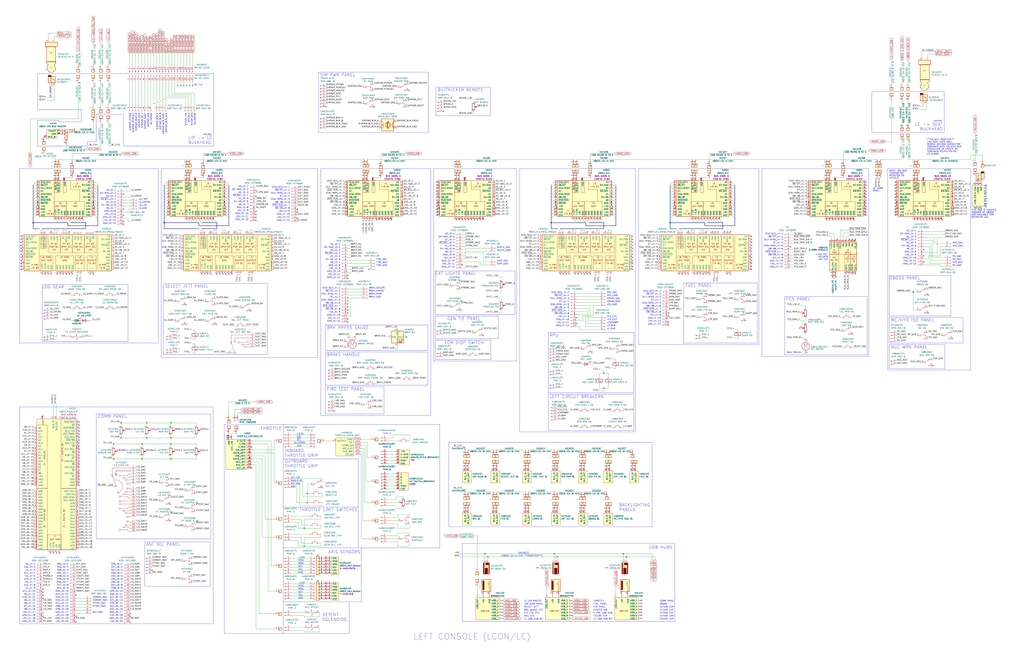
<source format=kicad_sch>
(kicad_sch (version 20230121) (generator eeschema)
  (paper "D")
  (title_block (title "INTERCONNECT,") (date "2023-06-10") (rev "-") (company "OPENHORNET.COM") (comment 1 "OH-INTERCONNECT") (comment 2 "OPENHORNET SYSTEM") (comment 3 "TOP LEVEL") (comment 4 "J. STEENSEN") (comment 6 "J. STEENSEN"))
  (lib_symbols
    (symbol "Connector:Barrel_Jack" (pin_names (offset 1.016))
      (property "Reference" "J" (at 0 5.334 0))
      (property "Value" "Barrel_Jack" (at 0 -5.08 0))
      (symbol "Barrel_Jack_1_1"
        (pin passive line (at 7.62 2.54 180) (length 2.54) (name "~") (number "1"))
        (pin passive line (at 7.62 -2.54 180) (length 2.54) (name "~") (number "2"))
      )
    )
    (symbol "Connector_Generic:Conn_01x01" (pin_names (offset 1.016) hide)
      (property "Reference" "J" (at 0 2.54 0))
      (property "Value" "Conn_01x01" (at 0 -2.54 0))
      (symbol "Conn_01x01_1_1"
        (pin passive line (at -5.08 0 0) (length 3.81) (name "Pin_1") (number "1"))
      )
    )
    (symbol "Connector_Generic:Conn_01x06" (pin_names (offset 1.016) hide)
      (property "Reference" "J" (at 0 7.62 0))
      (property "Value" "Conn_01x06" (at 0 -10.16 0))
      (symbol "Conn_01x06_1_1"
        (pin passive line (at -5.08 5.08 0) (length 3.81) (name "Pin_1") (number "1"))
        (pin passive line (at -5.08 2.54 0) (length 3.81) (name "Pin_2") (number "2"))
        (pin passive line (at -5.08 0 0) (length 3.81) (name "Pin_3") (number "3"))
        (pin passive line (at -5.08 -2.54 0) (length 3.81) (name "Pin_4") (number "4"))
        (pin passive line (at -5.08 -5.08 0) (length 3.81) (name "Pin_5") (number "5"))
        (pin passive line (at -5.08 -7.62 0) (length 3.81) (name "Pin_6") (number "6"))
      )
    )
    (symbol "Device:LED" (pin_numbers hide) (pin_names (offset 1.016) hide)
      (property "Reference" "D" (at 0 2.54 0))
      (property "Value" "LED" (at 0 -2.54 0))
      (symbol "LED_1_1"
        (pin passive line (at -3.81 0 0) (length 2.54) (name "K") (number "1"))
        (pin passive line (at 3.81 0 180) (length 2.54) (name "A") (number "2"))
      )
    )
    (symbol "Device:R_Potentiometer_Dual" (pin_names (offset 1.016) hide)
      (property "Reference" "RV" (at 0 3.81 0))
      (property "Value" "R_Potentiometer_Dual" (at 0 1.905 0))
      (symbol "R_Potentiometer_Dual_1_1"
        (pin passive line (at -10.16 -2.54 0) (length 1.27) (name "1") (number "1"))
        (pin passive line (at -6.35 2.54 270) (length 2.54) (name "2") (number "2"))
        (pin passive line (at -2.54 -2.54 180) (length 1.27) (name "3") (number "3"))
        (pin passive line (at 2.54 -2.54 0) (length 1.27) (name "4") (number "4"))
        (pin passive line (at 6.35 2.54 270) (length 2.54) (name "5") (number "5"))
        (pin passive line (at 10.16 -2.54 180) (length 1.27) (name "6") (number "6"))
      )
    )
    (symbol "Device:R_Small" (pin_numbers hide) (pin_names (offset 0.254) hide)
      (property "Reference" "R" (at 0.762 0.508 0))
      (property "Value" "R_Small" (at 0.762 -1.016 0))
      (symbol "R_Small_1_1"
        (pin passive line (at 0 2.54 270) (length 0.762) (name "~") (number "1"))
        (pin passive line (at 0 -2.54 90) (length 0.762) (name "~") (number "2"))
      )
    )
    (symbol "KiCadCustomLib:SW_Rotary5" (pin_names (offset 1.016) hide)
      (property "Reference" "SW" (at 0 17.78 0))
      (property "Value" "SW_Rotary5" (at 0 -5.08 0))
      (symbol "SW_Rotary5_0_1"
        (pin passive line (at 10.16 15.24 180) (length 5.08) (name "1") (number "1"))
        (pin passive line (at 10.16 12.7 180) (length 5.08) (name "2") (number "2"))
        (pin passive line (at 10.16 10.16 180) (length 5.08) (name "3") (number "3"))
        (pin passive line (at 10.16 7.62 180) (length 5.08) (name "4") (number "4"))
        (pin passive line (at 10.16 5.08 180) (length 5.08) (name "5") (number "5"))
        (pin passive line (at -15.24 0 0) (length 7.62) (name "COM") (number "C"))
      )
    )
    (symbol "LED:NeoPixel_THT" (pin_names (offset 0.254))
      (property "Reference" "D" (at 5.08 5.715 0))
      (property "Value" "NeoPixel_THT" (at 1.27 -5.715 0))
      (symbol "NeoPixel_THT_0_0"
        (text "RGB" (at 2.286 -4.191 0) (effects (font (size 0.762 0.762))))
      )
      (symbol "NeoPixel_THT_1_1"
        (pin output line (at 7.62 0 180) (length 2.54) (name "DOUT") (number "1"))
        (pin power_in line (at 0 -7.62 90) (length 2.54) (name "GND") (number "2"))
        (pin power_in line (at 0 7.62 270) (length 2.54) (name "VDD") (number "3"))
        (pin input line (at -7.62 0 0) (length 2.54) (name "DIN") (number "4"))
      )
    )
    (symbol "Motor:Motor_DC" (pin_names (offset 0))
      (property "Reference" "M" (at 2.54 2.54 0))
      (property "Value" "Motor_DC" (at 2.54 -5.08 0))
      (symbol "Motor_DC_1_1"
        (pin passive line (at 0 5.08 270) (length 2.54) (name "+") (number "1"))
        (pin passive line (at 0 -7.62 90) (length 2.54) (name "-") (number "2"))
      )
    )
    (symbol "Motor:Stepper_Motor_bipolar" (pin_names (offset 0) hide)
      (property "Reference" "M" (at 3.81 2.54 0))
      (property "Value" "Stepper_Motor_bipolar" (at 3.81 1.27 0))
      (symbol "Stepper_Motor_bipolar_1_1"
        (pin passive line (at -2.54 7.62 270) (length 2.54) (name "~") (number "1"))
        (pin passive line (at 2.54 7.62 270) (length 2.54) (name "-") (number "2"))
        (pin passive line (at -7.62 2.54 0) (length 2.54) (name "~") (number "3"))
        (pin passive line (at -7.62 -2.54 0) (length 2.54) (name "~") (number "4"))
      )
    )
    (symbol "OH_Interconnect-rescue:Conn_01x12_Female-Connector" (pin_names (offset 1.016) hide)
      (property "Reference" "J" (at 0 15.24 0))
      (property "Value" "Connector_Conn_01x12_Female" (at 0 -17.78 0))
      (symbol "Conn_01x12_Female-Connector_1_1"
        (pin passive line (at -5.08 12.7 0) (length 3.81) (name "Pin_1") (number "1"))
        (pin passive line (at -5.08 -10.16 0) (length 3.81) (name "Pin_10") (number "10"))
        (pin passive line (at -5.08 -12.7 0) (length 3.81) (name "Pin_11") (number "11"))
        (pin passive line (at -5.08 -15.24 0) (length 3.81) (name "Pin_12") (number "12"))
        (pin passive line (at -5.08 10.16 0) (length 3.81) (name "Pin_2") (number "2"))
        (pin passive line (at -5.08 7.62 0) (length 3.81) (name "Pin_3") (number "3"))
        (pin passive line (at -5.08 5.08 0) (length 3.81) (name "Pin_4") (number "4"))
        (pin passive line (at -5.08 2.54 0) (length 3.81) (name "Pin_5") (number "5"))
        (pin passive line (at -5.08 0 0) (length 3.81) (name "Pin_6") (number "6"))
        (pin passive line (at -5.08 -2.54 0) (length 3.81) (name "Pin_7") (number "7"))
        (pin passive line (at -5.08 -5.08 0) (length 3.81) (name "Pin_8") (number "8"))
        (pin passive line (at -5.08 -7.62 0) (length 3.81) (name "Pin_9") (number "9"))
      )
    )
    (symbol "OH_Interconnect:ABSIS_ALE-ABSIS_2.0" (pin_names (offset 1.016))
      (property "Reference" "A" (at 15.24 24.13 0))
      (property "Value" "ABSIS_2.0_ABSIS_ALE" (at 15.24 21.59 0))
      (property "RS485 ADDR" "BUS ADDR: ?" (at 15.24 19.05 0))
      (property "CONFIG" "CONFIG: RS485 SLAVE" (at 15.24 16.51 0))
      (symbol "ABSIS_ALE-ABSIS_2.0_0_0"
        (text "ACC PWR" (at -11.43 -6.35 0) (effects (font (size 1.27 1.27))))
        (text "GND" (at 1.27 -6.35 0) (effects (font (size 1.27 1.27))))
        (text "I/O #1" (at 2.54 10.16 0) (effects (font (size 1.27 1.27))))
        (text "I/O #2" (at -20.32 -12.7 0) (effects (font (size 1.27 1.27))))
        (text "J3" (at 2.54 12.7 0) (effects (font (size 1.27 1.27))))
        (text "J4" (at -20.32 -10.16 0) (effects (font (size 1.27 1.27))))
        (text "J5" (at 1.27 -3.81 0) (effects (font (size 1.27 1.27))))
        (text "J6" (at -11.43 -3.81 0) (effects (font (size 1.27 1.27))))
        (pin unspecified line (at -15.24 -17.78 90) (length 2.54) (name "+12V") (number "1"))
        (pin unspecified line (at 17.78 13.97 180) (length 2.54) (name "A3") (number "1"))
        (pin unspecified line (at -31.75 13.97 0) (length 2.54) (name "D15/SCK") (number "1"))
        (pin unspecified line (at -5.08 -17.78 90) (length 2.54) (name "GND") (number "1"))
        (pin unspecified line (at -31.75 -8.89 0) (length 2.54) (name "GND") (number "10"))
        (pin unspecified line (at 17.78 -8.89 180) (length 2.54) (name "GND") (number "10"))
        (pin unspecified line (at -31.75 -11.43 0) (length 2.54) (name "+5V") (number "11"))
        (pin unspecified line (at 17.78 -11.43 180) (length 2.54) (name "+5V") (number "11"))
        (pin unspecified line (at -31.75 -13.97 0) (length 2.54) (name "GND") (number "12"))
        (pin unspecified line (at 17.78 -13.97 180) (length 2.54) (name "GND") (number "12"))
        (pin unspecified line (at -12.7 -17.78 90) (length 2.54) (name "+3.3V") (number "2"))
        (pin unspecified line (at 17.78 11.43 180) (length 2.54) (name "D2/SDA") (number "2"))
        (pin unspecified line (at -2.54 -17.78 90) (length 2.54) (name "GND") (number "2"))
        (pin unspecified line (at -31.75 11.43 0) (length 2.54) (name "~{D6/A7}") (number "2"))
        (pin unspecified line (at -10.16 -17.78 90) (length 2.54) (name "+5V") (number "3"))
        (pin unspecified line (at 17.78 8.89 180) (length 2.54) (name "A2") (number "3"))
        (pin unspecified line (at -31.75 8.89 0) (length 2.54) (name "D14/MISO") (number "3"))
        (pin unspecified line (at 0 -17.78 90) (length 2.54) (name "GND") (number "3"))
        (pin unspecified line (at -31.75 6.35 0) (length 2.54) (name "D7") (number "4"))
        (pin unspecified line (at -7.62 -17.78 90) (length 2.54) (name "GND") (number "4"))
        (pin unspecified line (at 2.54 -17.78 90) (length 2.54) (name "GND") (number "4"))
        (pin unspecified line (at 17.78 6.35 180) (length 2.54) (name "~{D3/SCL}") (number "4"))
        (pin unspecified line (at 17.78 3.81 180) (length 2.54) (name "A1") (number "5"))
        (pin unspecified line (at -31.75 3.81 0) (length 2.54) (name "D16/MOSI") (number "5"))
        (pin unspecified line (at 5.08 -17.78 90) (length 2.54) (name "GND") (number "5"))
        (pin unspecified line (at 17.78 1.27 180) (length 2.54) (name "D4/D6") (number "6"))
        (pin unspecified line (at -31.75 1.27 0) (length 2.54) (name "D8/A8") (number "6"))
        (pin unspecified line (at 7.62 -17.78 90) (length 2.54) (name "GND") (number "6"))
        (pin unspecified line (at 17.78 -1.27 180) (length 2.54) (name "A0") (number "7"))
        (pin unspecified line (at -31.75 -1.27 0) (length 2.54) (name "~{D10/A10}") (number "7"))
        (pin unspecified line (at 17.78 -3.81 180) (length 2.54) (name "GND") (number "8"))
        (pin unspecified line (at -31.75 -3.81 0) (length 2.54) (name "~{D9/A9}") (number "8"))
        (pin unspecified line (at -31.75 -6.35 0) (length 2.54) (name "+5V") (number "9"))
        (pin unspecified line (at 17.78 -6.35 180) (length 2.54) (name "+5V") (number "9"))
        (pin bidirectional line (at -15.24 17.78 270) (length 2.54) (name "BUS_IN") (number "J1"))
        (pin bidirectional line (at -12.7 17.78 270) (length 2.54) (name "BUS_OUT") (number "J2"))
        (pin unspecified line (at -7.62 17.78 270) (length 2.54) (name "USB") (number "USB"))
      )
    )
    (symbol "OH_Interconnect:ABSIS_ALE_Relay_Module-ABSIS_2.0" (pin_names (offset 1.016))
      (property "Reference" "A" (at 41.91 20.32 0))
      (property "Value" "ABSIS_2.0_ABSIS_ALE_Relay_Module" (at 30.48 17.78 0))
      (symbol "ABSIS_ALE_Relay_Module-ABSIS_2.0_0_0"
        (text "ACC PWR" (at -10.16 -6.35 0) (effects (font (size 1.27 1.27))))
        (text "CH #1" (at -3.81 7.62 0) (effects (font (size 1.27 1.27))))
        (text "CH #1" (at 6.35 7.62 0) (effects (font (size 1.27 1.27))))
        (text "CH #1" (at 17.78 -8.89 0) (effects (font (size 1.27 1.27))))
        (text "CH #2" (at 16.51 7.62 0) (effects (font (size 1.27 1.27))))
        (text "CH #2" (at 26.67 7.62 0) (effects (font (size 1.27 1.27))))
        (text "CH #2" (at 27.94 -8.89 0) (effects (font (size 1.27 1.27))))
        (text "GND" (at 5.08 -6.35 0) (effects (font (size 1.27 1.27))))
        (text "I/O #1" (at 36.83 -12.7 0) (effects (font (size 0.9906 0.9906))))
        (text "I/O #2" (at -20.32 -12.7 0) (effects (font (size 1.27 1.27))))
        (text "INPUT SEL" (at 6.35 5.08 0) (effects (font (size 1.143 1.143))))
        (text "INPUT SEL" (at 26.67 5.08 0) (effects (font (size 1.143 1.143))))
        (text "J3" (at 17.78 -3.81 0) (effects (font (size 1.27 1.27))))
        (text "J3 THRU" (at 36.83 -10.16 0) (effects (font (size 0.9906 0.9906))))
        (text "J4" (at 27.94 -3.81 0) (effects (font (size 1.27 1.27))))
        (text "J4 THRU" (at -20.32 -10.16 0) (effects (font (size 0.9906 0.9906))))
        (text "J5 THRU" (at 5.08 -3.81 0) (effects (font (size 1.27 1.27))))
        (text "J6 THRU" (at -10.16 -3.81 0) (effects (font (size 1.27 1.27))))
        (text "JP1" (at -3.81 2.54 0) (effects (font (size 1.27 1.27))))
        (text "JP2" (at 6.35 2.54 0) (effects (font (size 1.27 1.27))))
        (text "JP4" (at 16.51 2.54 0) (effects (font (size 1.27 1.27))))
        (text "JP5" (at 26.67 2.54 0) (effects (font (size 1.27 1.27))))
        (text "OUTPUT" (at 17.78 -6.35 0) (effects (font (size 1.27 1.27))))
        (text "OUTPUT" (at 27.94 -6.35 0) (effects (font (size 1.27 1.27))))
        (text "PWR SEL" (at -3.81 5.08 0) (effects (font (size 1.27 1.27))))
        (text "PWR SEL" (at 16.51 5.08 0) (effects (font (size 1.27 1.27))))
        (pin unspecified line (at 16.51 -17.78 90) (length 2.54) (name "+") (number "1"))
        (pin unspecified line (at 26.67 -17.78 90) (length 2.54) (name "+") (number "1"))
        (pin unspecified line (at -13.97 -17.78 90) (length 2.54) (name "+12V") (number "1"))
        (pin unspecified line (at -1.27 17.78 270) (length 2.54) (name "+12V") (number "1"))
        (pin unspecified line (at 19.05 17.78 270) (length 2.54) (name "+12V") (number "1"))
        (pin unspecified line (at 46.99 13.97 180) (length 2.54) (name "A3") (number "1"))
        (pin unspecified line (at -31.75 13.97 0) (length 2.54) (name "D15/SCK") (number "1"))
        (pin unspecified line (at 3.81 17.78 270) (length 2.54) (name "D2") (number "1"))
        (pin unspecified line (at 24.13 17.78 270) (length 2.54) (name "D2") (number "1"))
        (pin unspecified line (at -1.27 -17.78 90) (length 2.54) (name "GND") (number "1"))
        (pin unspecified line (at -31.75 -8.89 0) (length 2.54) (name "GND") (number "10"))
        (pin unspecified line (at 46.99 -8.89 180) (length 2.54) (name "GND") (number "10"))
        (pin unspecified line (at -31.75 -11.43 0) (length 2.54) (name "+5V") (number "11"))
        (pin unspecified line (at 46.99 -11.43 180) (length 2.54) (name "+5V") (number "11"))
        (pin unspecified line (at -31.75 -13.97 0) (length 2.54) (name "GND") (number "12"))
        (pin unspecified line (at 46.99 -13.97 180) (length 2.54) (name "GND") (number "12"))
        (pin unspecified line (at -11.43 -17.78 90) (length 2.54) (name "+3.3V") (number "2"))
        (pin unspecified line (at 19.05 -17.78 90) (length 2.54) (name "-") (number "2"))
        (pin unspecified line (at 29.21 -17.78 90) (length 2.54) (name "-") (number "2"))
        (pin unspecified line (at 46.99 11.43 180) (length 2.54) (name "D2/SDA") (number "2"))
        (pin unspecified line (at 1.27 -17.78 90) (length 2.54) (name "GND") (number "2"))
        (pin unspecified line (at 6.35 17.78 270) (length 2.54) (name "INPUT") (number "2"))
        (pin unspecified line (at 26.67 17.78 270) (length 2.54) (name "INPUT") (number "2"))
        (pin unspecified line (at -3.81 17.78 270) (length 2.54) (name "VDD") (number "2"))
        (pin unspecified line (at 16.51 17.78 270) (length 2.54) (name "VDD") (number "2"))
        (pin unspecified line (at -31.75 11.43 0) (length 2.54) (name "~{D6/A7}") (number "2"))
        (pin unspecified line (at -8.89 -17.78 90) (length 2.54) (name "+5V") (number "3"))
        (pin unspecified line (at -6.35 17.78 270) (length 2.54) (name "+5V") (number "3"))
        (pin unspecified line (at 13.97 17.78 270) (length 2.54) (name "+5V") (number "3"))
        (pin unspecified line (at 46.99 8.89 180) (length 2.54) (name "A2") (number "3"))
        (pin unspecified line (at -31.75 8.89 0) (length 2.54) (name "D14/MISO") (number "3"))
        (pin unspecified line (at 3.81 -17.78 90) (length 2.54) (name "GND") (number "3"))
        (pin unspecified line (at 8.89 17.78 270) (length 2.54) (name "~{D3}") (number "3"))
        (pin unspecified line (at 29.21 17.78 270) (length 2.54) (name "~{D3}") (number "3"))
        (pin unspecified line (at -31.75 6.35 0) (length 2.54) (name "D7") (number "4"))
        (pin unspecified line (at -6.35 -17.78 90) (length 2.54) (name "GND") (number "4"))
        (pin unspecified line (at 6.35 -17.78 90) (length 2.54) (name "GND") (number "4"))
        (pin unspecified line (at 46.99 6.35 180) (length 2.54) (name "~{D3/SCL}") (number "4"))
        (pin unspecified line (at 46.99 3.81 180) (length 2.54) (name "A1") (number "5"))
        (pin unspecified line (at -31.75 3.81 0) (length 2.54) (name "D16/MOSI") (number "5"))
        (pin unspecified line (at 8.89 -17.78 90) (length 2.54) (name "GND") (number "5"))
        (pin unspecified line (at 46.99 1.27 180) (length 2.54) (name "D4/A6") (number "6"))
        (pin unspecified line (at -31.75 1.27 0) (length 2.54) (name "D8/A8") (number "6"))
        (pin unspecified line (at 11.43 -17.78 90) (length 2.54) (name "GND") (number "6"))
        (pin unspecified line (at 46.99 -1.27 180) (length 2.54) (name "A0") (number "7"))
        (pin unspecified line (at -31.75 -1.27 0) (length 2.54) (name "~{D10/A10}") (number "7"))
        (pin unspecified line (at 46.99 -3.81 180) (length 2.54) (name "GND") (number "8"))
        (pin unspecified line (at -31.75 -3.81 0) (length 2.54) (name "~{D9/A9}") (number "8"))
        (pin unspecified line (at -31.75 -6.35 0) (length 2.54) (name "+5V") (number "9"))
        (pin unspecified line (at 46.99 -6.35 180) (length 2.54) (name "+5V") (number "9"))
        (pin bidirectional line (at -13.97 17.78 270) (length 2.54) (name "I/O_THRU") (number "J1"))
        (pin bidirectional line (at -11.43 17.78 270) (length 2.54) (name "GND_THRU") (number "J2"))
      )
    )
    (symbol "OH_Interconnect:ABSIS_Generic_BackLightPCB-ABSIS_2.0" (pin_names (offset 1.016))
      (property "Reference" "A" (at 0 -8.89 0))
      (property "Value" "ABSIS_2.0_ABSIS_Generic_BackLightPCB" (at 0 -11.43 0))
      (symbol "ABSIS_Generic_BackLightPCB-ABSIS_2.0_0_0"
        (pin unspecified line (at -1.27 6.35 270) (length 2.54) (name "BLC_IN") (number "J1"))
        (pin unspecified line (at 1.27 6.35 270) (length 2.54) (name "BLC_OUT") (number "J2"))
      )
    )
    (symbol "OH_Interconnect:ABSIS_Hall_Sensor-ABSIS_2.0" (pin_names (offset 1.016))
      (property "Reference" "A" (at 7.62 -1.27 0))
      (property "Value" "ABSIS_2.0_ABSIS_Hall_Sensor" (at 7.62 -3.81 0))
      (symbol "ABSIS_Hall_Sensor-ABSIS_2.0_0_0"
        (pin unspecified line (at -6.35 -5.08 0) (length 5.9944) (name "MISO") (number "J1-2"))
        (pin unspecified line (at -6.35 -7.62 0) (length 5.9944) (name "MOSI") (number "J1-3"))
        (pin unspecified line (at -6.35 -10.16 0) (length 5.9944) (name "SCK") (number "J1-4"))
        (pin unspecified line (at -6.35 -12.7 0) (length 5.9944) (name "CSN") (number "J1-5"))
        (pin unspecified line (at -6.35 -15.24 0) (length 5.9944) (name "GND") (number "J1-6"))
      )
      (symbol "ABSIS_Hall_Sensor-ABSIS_2.0_1_0"
        (pin unspecified line (at -6.35 -2.54 0) (length 5.9944) (name "VDD") (number "J1-1"))
      )
    )
    (symbol "OH_Interconnect:ABSIS_Mega_2.0-ABSIS_2.0" (pin_names (offset 1.016))
      (property "Reference" "A" (at 17.78 62.23 0))
      (property "Value" "ABSIS_2.0_ABSIS_Mega_2.0" (at 17.78 59.69 0))
      (symbol "ABSIS_Mega_2.0-ABSIS_2.0_0_0"
        (text "ACC PWR" (at 0 -43.18 0) (effects (font (size 1.27 1.27))))
        (text "J3 - DIGITAL #1" (at 6.35 30.48 900) (effects (font (size 1.27 1.27))))
        (text "J4 - ANALOG" (at -8.89 25.4 900) (effects (font (size 1.27 1.27))))
        (text "J5 - DIGITAL #2" (at 7.62 -25.4 900) (effects (font (size 1.27 1.27))))
        (text "J6 - DIGITAL #3" (at -8.89 -25.4 900) (effects (font (size 1.27 1.27))))
        (text "J7" (at 0 -40.64 0) (effects (font (size 1.27 1.27))))
        (pin unspecified line (at -3.81 -54.61 90) (length 2.54) (name "+12V") (number "1"))
        (pin unspecified line (at -17.78 50.8 0) (length 2.54) (name "A0") (number "1"))
        (pin unspecified line (at -17.78 -2.54 0) (length 2.54) (name "D36") (number "1"))
        (pin unspecified line (at 20.32 -2.54 180) (length 2.54) (name "D52/SCK") (number "1"))
        (pin unspecified line (at 20.32 55.88 180) (length 2.54) (name "~{D13/SCK}") (number "1"))
        (pin unspecified line (at -17.78 27.94 0) (length 2.54) (name "A11") (number "10"))
        (pin unspecified line (at 20.32 33.02 180) (length 2.54) (name "D17/RX2") (number "10"))
        (pin unspecified line (at -17.78 -25.4 0) (length 2.54) (name "D29") (number "10"))
        (pin unspecified line (at 20.32 -25.4 180) (length 2.54) (name "D45") (number "10"))
        (pin unspecified line (at -17.78 25.4 0) (length 2.54) (name "A5") (number "11"))
        (pin unspecified line (at -17.78 -27.94 0) (length 2.54) (name "D26") (number "11"))
        (pin unspecified line (at 20.32 -27.94 180) (length 2.54) (name "D42") (number "11"))
        (pin unspecified line (at 20.32 30.48 180) (length 2.54) (name "~{D8}") (number "11"))
        (pin unspecified line (at -17.78 22.86 0) (length 2.54) (name "A10") (number "12"))
        (pin unspecified line (at 20.32 27.94 180) (length 2.54) (name "D18/TX1") (number "12"))
        (pin unspecified line (at -17.78 -30.48 0) (length 2.54) (name "D27") (number "12"))
        (pin unspecified line (at 20.32 -30.48 180) (length 2.54) (name "D43") (number "12"))
        (pin unspecified line (at -17.78 20.32 0) (length 2.54) (name "A6") (number "13"))
        (pin unspecified line (at -17.78 -33.02 0) (length 2.54) (name "D24") (number "13"))
        (pin unspecified line (at 20.32 -33.02 180) (length 2.54) (name "D40") (number "13"))
        (pin unspecified line (at 20.32 25.4 180) (length 2.54) (name "~{D7}") (number "13"))
        (pin unspecified line (at -17.78 17.78 0) (length 2.54) (name "A9") (number "14"))
        (pin unspecified line (at 20.32 22.86 180) (length 2.54) (name "D19/RX1") (number "14"))
        (pin unspecified line (at -17.78 -35.56 0) (length 2.54) (name "D25") (number "14"))
        (pin unspecified line (at 20.32 -35.56 180) (length 2.54) (name "D41") (number "14"))
        (pin unspecified line (at -17.78 15.24 0) (length 2.54) (name "A7") (number "15"))
        (pin unspecified line (at -17.78 -38.1 0) (length 2.54) (name "D22") (number "15"))
        (pin unspecified line (at 20.32 -38.1 180) (length 2.54) (name "D38") (number "15"))
        (pin unspecified line (at 20.32 20.32 180) (length 2.54) (name "~{D6}") (number "15"))
        (pin unspecified line (at -17.78 12.7 0) (length 2.54) (name "A8") (number "16"))
        (pin unspecified line (at 20.32 17.78 180) (length 2.54) (name "D20/SDA") (number "16"))
        (pin unspecified line (at -17.78 -40.64 0) (length 2.54) (name "D23") (number "16"))
        (pin unspecified line (at 20.32 -40.64 180) (length 2.54) (name "D39") (number "16"))
        (pin unspecified line (at -17.78 10.16 0) (length 2.54) (name "+5V") (number "17"))
        (pin unspecified line (at -17.78 -43.18 0) (length 2.54) (name "GND") (number "17"))
        (pin unspecified line (at 20.32 -43.18 180) (length 2.54) (name "GND") (number "17"))
        (pin unspecified line (at 20.32 15.24 180) (length 2.54) (name "~{D5}") (number "17"))
        (pin unspecified line (at -17.78 -45.72 0) (length 2.54) (name "+5V") (number "18"))
        (pin unspecified line (at 20.32 -45.72 180) (length 2.54) (name "+5V") (number "18"))
        (pin unspecified line (at 20.32 12.7 180) (length 2.54) (name "D21/SCL") (number "18"))
        (pin unspecified line (at -17.78 7.62 0) (length 2.54) (name "GND") (number "18"))
        (pin unspecified line (at -17.78 5.08 0) (length 2.54) (name "+5V") (number "19"))
        (pin unspecified line (at -17.78 -48.26 0) (length 2.54) (name "GND") (number "19"))
        (pin unspecified line (at 20.32 -48.26 180) (length 2.54) (name "GND") (number "19"))
        (pin unspecified line (at 20.32 10.16 180) (length 2.54) (name "~{D4}") (number "19"))
        (pin unspecified line (at -1.27 -54.61 90) (length 2.54) (name "+3.3V") (number "2"))
        (pin unspecified line (at -17.78 48.26 0) (length 2.54) (name "A15") (number "2"))
        (pin unspecified line (at -17.78 -5.08 0) (length 2.54) (name "D37") (number "2"))
        (pin unspecified line (at 20.32 -5.08 180) (length 2.54) (name "D53/SS") (number "2"))
        (pin unspecified line (at 20.32 53.34 180) (length 2.54) (name "~{D3}") (number "2"))
        (pin unspecified line (at -17.78 -50.8 0) (length 2.54) (name "+5V") (number "20"))
        (pin unspecified line (at 20.32 -50.8 180) (length 2.54) (name "+5V") (number "20"))
        (pin unspecified line (at -17.78 2.54 0) (length 2.54) (name "GND") (number "20"))
        (pin unspecified line (at 20.32 7.62 180) (length 2.54) (name "GND") (number "20"))
        (pin unspecified line (at 20.32 5.08 180) (length 2.54) (name "GND") (number "21"))
        (pin unspecified line (at 20.32 2.54 180) (length 2.54) (name "GND") (number "22"))
        (pin unspecified line (at 1.27 -54.61 90) (length 2.54) (name "+5V") (number "3"))
        (pin unspecified line (at -17.78 45.72 0) (length 2.54) (name "A1") (number "3"))
        (pin unspecified line (at -17.78 -7.62 0) (length 2.54) (name "D34") (number "3"))
        (pin unspecified line (at 20.32 -7.62 180) (length 2.54) (name "D50/MISO") (number "3"))
        (pin unspecified line (at 20.32 50.8 180) (length 2.54) (name "~{D12/MISO}") (number "3"))
        (pin unspecified line (at -17.78 43.18 0) (length 2.54) (name "A14") (number "4"))
        (pin unspecified line (at 20.32 48.26 180) (length 2.54) (name "D14/TX3") (number "4"))
        (pin unspecified line (at -17.78 -10.16 0) (length 2.54) (name "D35") (number "4"))
        (pin unspecified line (at 20.32 -10.16 180) (length 2.54) (name "D51/MOSI") (number "4"))
        (pin unspecified line (at 3.81 -54.61 90) (length 2.54) (name "GND") (number "4"))
        (pin unspecified line (at -17.78 40.64 0) (length 2.54) (name "A2") (number "5"))
        (pin unspecified line (at -17.78 -12.7 0) (length 2.54) (name "D32") (number "5"))
        (pin unspecified line (at 20.32 -12.7 180) (length 2.54) (name "D48") (number "5"))
        (pin unspecified line (at 20.32 45.72 180) (length 2.54) (name "~{D11/MOSI}") (number "5"))
        (pin unspecified line (at -17.78 38.1 0) (length 2.54) (name "A13") (number "6"))
        (pin unspecified line (at 20.32 43.18 180) (length 2.54) (name "D15/RX3") (number "6"))
        (pin unspecified line (at -17.78 -15.24 0) (length 2.54) (name "D33") (number "6"))
        (pin unspecified line (at 20.32 -15.24 180) (length 2.54) (name "D49") (number "6"))
        (pin unspecified line (at -17.78 35.56 0) (length 2.54) (name "A3") (number "7"))
        (pin unspecified line (at -17.78 -17.78 0) (length 2.54) (name "D30") (number "7"))
        (pin unspecified line (at 20.32 -17.78 180) (length 2.54) (name "D46") (number "7"))
        (pin unspecified line (at 20.32 40.64 180) (length 2.54) (name "~{D10/SS}") (number "7"))
        (pin unspecified line (at -17.78 33.02 0) (length 2.54) (name "A12") (number "8"))
        (pin unspecified line (at 20.32 38.1 180) (length 2.54) (name "D16/TX2") (number "8"))
        (pin unspecified line (at -17.78 -20.32 0) (length 2.54) (name "D31") (number "8"))
        (pin unspecified line (at 20.32 -20.32 180) (length 2.54) (name "D47") (number "8"))
        (pin unspecified line (at -17.78 30.48 0) (length 2.54) (name "A4") (number "9"))
        (pin unspecified line (at -17.78 -22.86 0) (length 2.54) (name "D28") (number "9"))
        (pin unspecified line (at 20.32 -22.86 180) (length 2.54) (name "D44") (number "9"))
        (pin unspecified line (at 20.32 35.56 180) (length 2.54) (name "~{D9}") (number "9"))
        (pin unspecified line (at -1.27 60.96 270) (length 2.54) (name "BUS_IN") (number "J1"))
        (pin unspecified line (at 1.27 60.96 270) (length 2.54) (name "BUS_OUT") (number "J2"))
        (pin unspecified line (at -10.16 60.96 270) (length 2.54) (name "USB") (number "USB"))
      )
    )
    (symbol "OH_Interconnect:ABSIS_RS485HIDBusMaster-ABSIS_2.0" (pin_names (offset 1.016))
      (property "Reference" "A" (at 5.08 1.27 0))
      (property "Value" "ABSIS_2.0_ABSIS_RS485HIDBusMaster" (at 5.08 -1.27 0))
      (symbol "ABSIS_RS485HIDBusMaster-ABSIS_2.0_0_0"
        (pin unspecified line (at -2.54 7.62 270) (length 2.54) (name "POWER") (number "J1"))
        (pin unspecified line (at 2.54 -6.35 90) (length 2.54) (name "BUS_#1") (number "J2"))
        (pin unspecified line (at 0 7.62 270) (length 2.54) (name "USB") (number "USB"))
      )
    )
    (symbol "OH_Interconnect:AudioJack2-Connector"
      (property "Reference" "J" (at 0 8.89 0))
      (property "Value" "Connector_AudioJack2" (at 0 6.35 0))
      (symbol "AudioJack2-Connector_1_1"
        (pin passive line (at 5.08 2.54 180) (length 2.54) (name "~") (number "S"))
        (pin passive line (at 5.08 0 180) (length 2.54) (name "~") (number "T"))
      )
    )
    (symbol "OH_Interconnect:AudioPlug2-Connector"
      (property "Reference" "J" (at 10.16 6.35 0))
      (property "Value" "Connector_AudioPlug2" (at 10.16 -6.35 0))
      (symbol "AudioPlug2-Connector_0_0"
        (text "S" (at 3.81 0 0) (effects (font (size 1.27 1.27))))
        (text "T" (at -8.89 0 0) (effects (font (size 1.27 1.27))))
      )
      (symbol "AudioPlug2-Connector_1_1"
        (pin passive line (at 15.24 2.54 180) (length 2.54) (name "~") (number "S"))
        (pin passive line (at 15.24 -2.54 180) (length 2.54) (name "~") (number "T"))
      )
    )
    (symbol "OH_Interconnect:Conn_01x02_Female-Connector" (pin_names (offset 1.016) hide)
      (property "Reference" "J" (at 0 2.54 0))
      (property "Value" "Connector_Conn_01x02_Female" (at 0 -5.08 0))
      (symbol "Conn_01x02_Female-Connector_1_1"
        (pin passive line (at -5.08 0 0) (length 3.81) (name "Pin_1") (number "1"))
        (pin passive line (at -5.08 -2.54 0) (length 3.81) (name "Pin_2") (number "2"))
      )
    )
    (symbol "OH_Interconnect:Conn_01x02_Male-Connector" (pin_names (offset 1.016) hide)
      (property "Reference" "J" (at 0 2.54 0))
      (property "Value" "Connector_Conn_01x02_Male" (at 0 -5.08 0))
      (symbol "Conn_01x02_Male-Connector_1_1"
        (pin passive line (at 5.08 0 180) (length 3.81) (name "Pin_1") (number "1"))
        (pin passive line (at 5.08 -2.54 180) (length 3.81) (name "Pin_2") (number "2"))
      )
    )
    (symbol "OH_Interconnect:Conn_01x03_Male-Connector" (pin_names (offset 1.016) hide)
      (property "Reference" "J" (at 0 5.08 0))
      (property "Value" "Connector_Conn_01x03_Male" (at 0 -5.08 0))
      (symbol "Conn_01x03_Male-Connector_1_1"
        (pin passive line (at 5.08 2.54 180) (length 3.81) (name "Pin_1") (number "1"))
        (pin passive line (at 5.08 0 180) (length 3.81) (name "Pin_2") (number "2"))
        (pin passive line (at 5.08 -2.54 180) (length 3.81) (name "Pin_3") (number "3"))
      )
    )
    (symbol "OH_Interconnect:Conn_01x04_Female-Connector" (pin_names (offset 1.016) hide)
      (property "Reference" "J" (at 0 5.08 0))
      (property "Value" "Connector_Conn_01x04_Female" (at 0 -7.62 0))
      (symbol "Conn_01x04_Female-Connector_1_1"
        (pin passive line (at -5.08 2.54 0) (length 3.81) (name "Pin_1") (number "1"))
        (pin passive line (at -5.08 0 0) (length 3.81) (name "Pin_2") (number "2"))
        (pin passive line (at -5.08 -2.54 0) (length 3.81) (name "Pin_3") (number "3"))
        (pin passive line (at -5.08 -5.08 0) (length 3.81) (name "Pin_4") (number "4"))
      )
    )
    (symbol "OH_Interconnect:Conn_01x04_Male-Connector" (pin_names (offset 1.016) hide)
      (property "Reference" "J" (at 0 5.08 0))
      (property "Value" "Connector_Conn_01x04_Male" (at 0 -7.62 0))
      (symbol "Conn_01x04_Male-Connector_1_1"
        (pin passive line (at 5.08 2.54 180) (length 3.81) (name "Pin_1") (number "1"))
        (pin passive line (at 5.08 0 180) (length 3.81) (name "Pin_2") (number "2"))
        (pin passive line (at 5.08 -2.54 180) (length 3.81) (name "Pin_3") (number "3"))
        (pin passive line (at 5.08 -5.08 180) (length 3.81) (name "Pin_4") (number "4"))
      )
    )
    (symbol "OH_Interconnect:Conn_01x05_Female-Connector" (pin_names (offset 1.016) hide)
      (property "Reference" "J" (at 0 7.62 0))
      (property "Value" "Connector_Conn_01x05_Female" (at 0 -7.62 0))
      (symbol "Conn_01x05_Female-Connector_1_1"
        (pin passive line (at -5.08 5.08 0) (length 3.81) (name "Pin_1") (number "1"))
        (pin passive line (at -5.08 2.54 0) (length 3.81) (name "Pin_2") (number "2"))
        (pin passive line (at -5.08 0 0) (length 3.81) (name "Pin_3") (number "3"))
        (pin passive line (at -5.08 -2.54 0) (length 3.81) (name "Pin_4") (number "4"))
        (pin passive line (at -5.08 -5.08 0) (length 3.81) (name "Pin_5") (number "5"))
      )
    )
    (symbol "OH_Interconnect:Conn_01x05_Male-Connector" (pin_names (offset 1.016) hide)
      (property "Reference" "J" (at 0 7.62 0))
      (property "Value" "Connector_Conn_01x05_Male" (at 0 -7.62 0))
      (symbol "Conn_01x05_Male-Connector_1_1"
        (pin passive line (at 5.08 5.08 180) (length 3.81) (name "Pin_1") (number "1"))
        (pin passive line (at 5.08 2.54 180) (length 3.81) (name "Pin_2") (number "2"))
        (pin passive line (at 5.08 0 180) (length 3.81) (name "Pin_3") (number "3"))
        (pin passive line (at 5.08 -2.54 180) (length 3.81) (name "Pin_4") (number "4"))
        (pin passive line (at 5.08 -5.08 180) (length 3.81) (name "Pin_5") (number "5"))
      )
    )
    (symbol "OH_Interconnect:Conn_01x06_Female-Connector" (pin_names (offset 1.016) hide)
      (property "Reference" "J" (at 0 7.62 0))
      (property "Value" "Connector_Conn_01x06_Female" (at 0 -10.16 0))
      (symbol "Conn_01x06_Female-Connector_1_1"
        (pin passive line (at -5.08 5.08 0) (length 3.81) (name "Pin_1") (number "1"))
        (pin passive line (at -5.08 2.54 0) (length 3.81) (name "Pin_2") (number "2"))
        (pin passive line (at -5.08 0 0) (length 3.81) (name "Pin_3") (number "3"))
        (pin passive line (at -5.08 -2.54 0) (length 3.81) (name "Pin_4") (number "4"))
        (pin passive line (at -5.08 -5.08 0) (length 3.81) (name "Pin_5") (number "5"))
        (pin passive line (at -5.08 -7.62 0) (length 3.81) (name "Pin_6") (number "6"))
      )
    )
    (symbol "OH_Interconnect:Conn_01x06_Male-Connector" (pin_names (offset 1.016) hide)
      (property "Reference" "J" (at 0 7.62 0))
      (property "Value" "Connector_Conn_01x06_Male" (at 0 -10.16 0))
      (symbol "Conn_01x06_Male-Connector_1_1"
        (pin passive line (at 5.08 5.08 180) (length 3.81) (name "Pin_1") (number "1"))
        (pin passive line (at 5.08 2.54 180) (length 3.81) (name "Pin_2") (number "2"))
        (pin passive line (at 5.08 0 180) (length 3.81) (name "Pin_3") (number "3"))
        (pin passive line (at 5.08 -2.54 180) (length 3.81) (name "Pin_4") (number "4"))
        (pin passive line (at 5.08 -5.08 180) (length 3.81) (name "Pin_5") (number "5"))
        (pin passive line (at 5.08 -7.62 180) (length 3.81) (name "Pin_6") (number "6"))
      )
    )
    (symbol "OH_Interconnect:Conn_01x08_Female-Connector" (pin_names (offset 1.016) hide)
      (property "Reference" "J" (at 0 10.16 0))
      (property "Value" "Connector_Conn_01x08_Female" (at 0 -12.7 0))
      (symbol "Conn_01x08_Female-Connector_1_1"
        (pin passive line (at -5.08 7.62 0) (length 3.81) (name "Pin_1") (number "1"))
        (pin passive line (at -5.08 5.08 0) (length 3.81) (name "Pin_2") (number "2"))
        (pin passive line (at -5.08 2.54 0) (length 3.81) (name "Pin_3") (number "3"))
        (pin passive line (at -5.08 0 0) (length 3.81) (name "Pin_4") (number "4"))
        (pin passive line (at -5.08 -2.54 0) (length 3.81) (name "Pin_5") (number "5"))
        (pin passive line (at -5.08 -5.08 0) (length 3.81) (name "Pin_6") (number "6"))
        (pin passive line (at -5.08 -7.62 0) (length 3.81) (name "Pin_7") (number "7"))
        (pin passive line (at -5.08 -10.16 0) (length 3.81) (name "Pin_8") (number "8"))
      )
    )
    (symbol "OH_Interconnect:Conn_01x08_Male-Connector" (pin_names (offset 1.016) hide)
      (property "Reference" "J" (at 0 10.16 0))
      (property "Value" "Connector_Conn_01x08_Male" (at 0 -12.7 0))
      (symbol "Conn_01x08_Male-Connector_1_1"
        (pin passive line (at 5.08 7.62 180) (length 3.81) (name "Pin_1") (number "1"))
        (pin passive line (at 5.08 5.08 180) (length 3.81) (name "Pin_2") (number "2"))
        (pin passive line (at 5.08 2.54 180) (length 3.81) (name "Pin_3") (number "3"))
        (pin passive line (at 5.08 0 180) (length 3.81) (name "Pin_4") (number "4"))
        (pin passive line (at 5.08 -2.54 180) (length 3.81) (name "Pin_5") (number "5"))
        (pin passive line (at 5.08 -5.08 180) (length 3.81) (name "Pin_6") (number "6"))
        (pin passive line (at 5.08 -7.62 180) (length 3.81) (name "Pin_7") (number "7"))
        (pin passive line (at 5.08 -10.16 180) (length 3.81) (name "Pin_8") (number "8"))
      )
    )
    (symbol "OH_Interconnect:Conn_01x12_Female-Connector" (pin_names (offset 1.016) hide)
      (property "Reference" "J" (at 0 15.24 0))
      (property "Value" "Connector_Conn_01x12_Female" (at 0 -17.78 0))
      (symbol "Conn_01x12_Female-Connector_1_1"
        (pin passive line (at -5.08 12.7 0) (length 3.81) (name "Pin_1") (number "1"))
        (pin passive line (at -5.08 -10.16 0) (length 3.81) (name "Pin_10") (number "10"))
        (pin passive line (at -5.08 -12.7 0) (length 3.81) (name "Pin_11") (number "11"))
        (pin passive line (at -5.08 -15.24 0) (length 3.81) (name "Pin_12") (number "12"))
        (pin passive line (at -5.08 10.16 0) (length 3.81) (name "Pin_2") (number "2"))
        (pin passive line (at -5.08 7.62 0) (length 3.81) (name "Pin_3") (number "3"))
        (pin passive line (at -5.08 5.08 0) (length 3.81) (name "Pin_4") (number "4"))
        (pin passive line (at -5.08 2.54 0) (length 3.81) (name "Pin_5") (number "5"))
        (pin passive line (at -5.08 0 0) (length 3.81) (name "Pin_6") (number "6"))
        (pin passive line (at -5.08 -2.54 0) (length 3.81) (name "Pin_7") (number "7"))
        (pin passive line (at -5.08 -5.08 0) (length 3.81) (name "Pin_8") (number "8"))
        (pin passive line (at -5.08 -7.62 0) (length 3.81) (name "Pin_9") (number "9"))
      )
    )
    (symbol "OH_Interconnect:Conn_01x20_Female-Connector" (pin_names (offset 1.016) hide)
      (property "Reference" "J" (at 0 25.4 0))
      (property "Value" "Connector_Conn_01x20_Female" (at 0 -27.94 0))
      (symbol "Conn_01x20_Female-Connector_1_1"
        (pin passive line (at -5.08 22.86 0) (length 3.81) (name "Pin_1") (number "1"))
        (pin passive line (at -5.08 0 0) (length 3.81) (name "Pin_10") (number "10"))
        (pin passive line (at -5.08 -2.54 0) (length 3.81) (name "Pin_11") (number "11"))
        (pin passive line (at -5.08 -5.08 0) (length 3.81) (name "Pin_12") (number "12"))
        (pin passive line (at -5.08 -7.62 0) (length 3.81) (name "Pin_13") (number "13"))
        (pin passive line (at -5.08 -10.16 0) (length 3.81) (name "Pin_14") (number "14"))
        (pin passive line (at -5.08 -12.7 0) (length 3.81) (name "Pin_15") (number "15"))
        (pin passive line (at -5.08 -15.24 0) (length 3.81) (name "Pin_16") (number "16"))
        (pin passive line (at -5.08 -17.78 0) (length 3.81) (name "Pin_17") (number "17"))
        (pin passive line (at -5.08 -20.32 0) (length 3.81) (name "Pin_18") (number "18"))
        (pin passive line (at -5.08 -22.86 0) (length 3.81) (name "Pin_19") (number "19"))
        (pin passive line (at -5.08 20.32 0) (length 3.81) (name "Pin_2") (number "2"))
        (pin passive line (at -5.08 -25.4 0) (length 3.81) (name "Pin_20") (number "20"))
        (pin passive line (at -5.08 17.78 0) (length 3.81) (name "Pin_3") (number "3"))
        (pin passive line (at -5.08 15.24 0) (length 3.81) (name "Pin_4") (number "4"))
        (pin passive line (at -5.08 12.7 0) (length 3.81) (name "Pin_5") (number "5"))
        (pin passive line (at -5.08 10.16 0) (length 3.81) (name "Pin_6") (number "6"))
        (pin passive line (at -5.08 7.62 0) (length 3.81) (name "Pin_7") (number "7"))
        (pin passive line (at -5.08 5.08 0) (length 3.81) (name "Pin_8") (number "8"))
        (pin passive line (at -5.08 2.54 0) (length 3.81) (name "Pin_9") (number "9"))
      )
    )
    (symbol "OH_Interconnect:Conn_01x22_Female-Connector" (pin_names (offset 1.016) hide)
      (property "Reference" "J" (at 0 27.94 0))
      (property "Value" "Connector_Conn_01x22_Female" (at 0 -30.48 0))
      (symbol "Conn_01x22_Female-Connector_1_1"
        (pin passive line (at -5.08 25.4 0) (length 3.81) (name "Pin_1") (number "1"))
        (pin passive line (at -5.08 2.54 0) (length 3.81) (name "Pin_10") (number "10"))
        (pin passive line (at -5.08 0 0) (length 3.81) (name "Pin_11") (number "11"))
        (pin passive line (at -5.08 -2.54 0) (length 3.81) (name "Pin_12") (number "12"))
        (pin passive line (at -5.08 -5.08 0) (length 3.81) (name "Pin_13") (number "13"))
        (pin passive line (at -5.08 -7.62 0) (length 3.81) (name "Pin_14") (number "14"))
        (pin passive line (at -5.08 -10.16 0) (length 3.81) (name "Pin_15") (number "15"))
        (pin passive line (at -5.08 -12.7 0) (length 3.81) (name "Pin_16") (number "16"))
        (pin passive line (at -5.08 -15.24 0) (length 3.81) (name "Pin_17") (number "17"))
        (pin passive line (at -5.08 -17.78 0) (length 3.81) (name "Pin_18") (number "18"))
        (pin passive line (at -5.08 -20.32 0) (length 3.81) (name "Pin_19") (number "19"))
        (pin passive line (at -5.08 22.86 0) (length 3.81) (name "Pin_2") (number "2"))
        (pin passive line (at -5.08 -22.86 0) (length 3.81) (name "Pin_20") (number "20"))
        (pin passive line (at -5.08 -25.4 0) (length 3.81) (name "Pin_21") (number "21"))
        (pin passive line (at -5.08 -27.94 0) (length 3.81) (name "Pin_22") (number "22"))
        (pin passive line (at -5.08 20.32 0) (length 3.81) (name "Pin_3") (number "3"))
        (pin passive line (at -5.08 17.78 0) (length 3.81) (name "Pin_4") (number "4"))
        (pin passive line (at -5.08 15.24 0) (length 3.81) (name "Pin_5") (number "5"))
        (pin passive line (at -5.08 12.7 0) (length 3.81) (name "Pin_6") (number "6"))
        (pin passive line (at -5.08 10.16 0) (length 3.81) (name "Pin_7") (number "7"))
        (pin passive line (at -5.08 7.62 0) (length 3.81) (name "Pin_8") (number "8"))
        (pin passive line (at -5.08 5.08 0) (length 3.81) (name "Pin_9") (number "9"))
      )
    )
    (symbol "OH_Interconnect:Conn_01x22_Male-Connector" (pin_names (offset 1.016) hide)
      (property "Reference" "J" (at 0 27.94 0))
      (property "Value" "Connector_Conn_01x22_Male" (at 0 -30.48 0))
      (symbol "Conn_01x22_Male-Connector_1_1"
        (pin passive line (at 5.08 25.4 180) (length 3.81) (name "Pin_1") (number "1"))
        (pin passive line (at 5.08 2.54 180) (length 3.81) (name "Pin_10") (number "10"))
        (pin passive line (at 5.08 0 180) (length 3.81) (name "Pin_11") (number "11"))
        (pin passive line (at 5.08 -2.54 180) (length 3.81) (name "Pin_12") (number "12"))
        (pin passive line (at 5.08 -5.08 180) (length 3.81) (name "Pin_13") (number "13"))
        (pin passive line (at 5.08 -7.62 180) (length 3.81) (name "Pin_14") (number "14"))
        (pin passive line (at 5.08 -10.16 180) (length 3.81) (name "Pin_15") (number "15"))
        (pin passive line (at 5.08 -12.7 180) (length 3.81) (name "Pin_16") (number "16"))
        (pin passive line (at 5.08 -15.24 180) (length 3.81) (name "Pin_17") (number "17"))
        (pin passive line (at 5.08 -17.78 180) (length 3.81) (name "Pin_18") (number "18"))
        (pin passive line (at 5.08 -20.32 180) (length 3.81) (name "Pin_19") (number "19"))
        (pin passive line (at 5.08 22.86 180) (length 3.81) (name "Pin_2") (number "2"))
        (pin passive line (at 5.08 -22.86 180) (length 3.81) (name "Pin_20") (number "20"))
        (pin passive line (at 5.08 -25.4 180) (length 3.81) (name "Pin_21") (number "21"))
        (pin passive line (at 5.08 -27.94 180) (length 3.81) (name "Pin_22") (number "22"))
        (pin passive line (at 5.08 20.32 180) (length 3.81) (name "Pin_3") (number "3"))
        (pin passive line (at 5.08 17.78 180) (length 3.81) (name "Pin_4") (number "4"))
        (pin passive line (at 5.08 15.24 180) (length 3.81) (name "Pin_5") (number "5"))
        (pin passive line (at 5.08 12.7 180) (length 3.81) (name "Pin_6") (number "6"))
        (pin passive line (at 5.08 10.16 180) (length 3.81) (name "Pin_7") (number "7"))
        (pin passive line (at 5.08 7.62 180) (length 3.81) (name "Pin_8") (number "8"))
        (pin passive line (at 5.08 5.08 180) (length 3.81) (name "Pin_9") (number "9"))
      )
    )
    (symbol "OH_Interconnect:Electromagnetic_Actor-Device" (pin_numbers hide) (pin_names (offset 0.0254) hide)
      (property "Reference" "L" (at 1.27 3.81 0))
      (property "Value" "Device_Electromagnetic_Actor" (at 1.27 -1.27 0))
      (symbol "Electromagnetic_Actor-Device_1_1"
        (pin passive line (at 0 5.08 270) (length 2.54) (name "-") (number "1"))
        (pin passive line (at 0 -2.54 90) (length 2.54) (name "+") (number "2"))
      )
    )
    (symbol "OH_Interconnect:Jumper_2_Bridged" (pin_names (offset 0) hide)
      (property "Reference" "JP" (at 6.35 3.81 0))
      (property "Value" "AKSPT/G" (at 6.35 1.27 0))
      (symbol "Jumper_2_Bridged_1_1"
        (pin passive line (at -1.27 -2.54 90) (length 2.54) (name "A") (number "1"))
        (pin passive line (at 1.27 -2.54 90) (length 2.54) (name "B") (number "2"))
      )
    )
    (symbol "OH_Interconnect:L298N_MODULE"
      (property "Reference" "U" (at 12.7 17.78 0))
      (property "Value" "L298N MODULE (GENERIC)" (at 12.7 15.24 0))
      (symbol "L298N_MODULE_1_0"
        (pin unspecified line (at -10.16 16.51 270) (length 2.54) (name "+12V") (number "1"))
        (pin unspecified line (at -8.89 -12.7 90) (length 2.54) (name "5V_EN+") (number "1"))
        (pin unspecified line (at -2.54 16.51 270) (length 2.54) (name "EN_A") (number "1"))
        (pin unspecified line (at 2.54 -12.7 90) (length 2.54) (name "OUT1") (number "1"))
        (pin unspecified line (at 7.62 -12.7 90) (length 2.54) (name "OUT3") (number "1"))
        (pin unspecified line (at -6.35 -12.7 90) (length 2.54) (name "5V_EN-") (number "2"))
        (pin unspecified line (at -7.62 16.51 270) (length 2.54) (name "GND") (number "2"))
        (pin unspecified line (at 0 16.51 270) (length 2.54) (name "IN1") (number "2"))
        (pin unspecified line (at 5.08 -12.7 90) (length 2.54) (name "OUT2") (number "2"))
        (pin unspecified line (at 10.16 -12.7 90) (length 2.54) (name "OUT4") (number "2"))
        (pin unspecified line (at -5.08 16.51 270) (length 2.54) (name "+5V") (number "3"))
        (pin unspecified line (at 2.54 16.51 270) (length 2.54) (name "IN2") (number "3"))
        (pin unspecified line (at 5.08 16.51 270) (length 2.54) (name "IN3") (number "4"))
        (pin unspecified line (at 7.62 16.51 270) (length 2.54) (name "IN4") (number "5"))
        (pin unspecified line (at 10.16 16.51 270) (length 2.54) (name "EN_B") (number "6"))
      )
      (symbol "L298N_MODULE_1_1"
        (text "J1\nPWR" (at -7.62 6.35 0) (effects (font (size 1.27 1.27))))
        (text "J2\nINPUT" (at 3.81 6.35 0) (effects (font (size 1.27 1.27))))
        (text "J3\nOUT\nA" (at 3.81 0 0) (effects (font (size 1.27 1.27))))
        (text "J4\nOUT\nB" (at 8.89 0 0) (effects (font (size 1.27 1.27))))
        (text "JP1\n5V EN" (at -7.62 0 0) (effects (font (size 1.27 1.27))))
      )
    )
    (symbol "OH_Interconnect:R_POT-Device" (pin_names (offset 1.016) hide)
      (property "Reference" "RV" (at -4.445 0 90))
      (property "Value" "Device_R_POT" (at -2.54 0 90))
      (symbol "R_POT-Device_1_1"
        (pin passive line (at 0 3.81 270) (length 1.27) (name "1") (number "1"))
        (pin passive line (at 3.81 0 180) (length 1.27) (name "2") (number "2"))
        (pin passive line (at 0 -3.81 90) (length 1.27) (name "3") (number "3"))
      )
    )
    (symbol "OH_Interconnect:Rotary_Encoder_Switch-Device" (pin_names (offset 0.254) hide)
      (property "Reference" "SW" (at 0 6.604 0))
      (property "Value" "Device_Rotary_Encoder_Switch" (at 0 -6.604 0))
      (symbol "Rotary_Encoder_Switch-Device_1_1"
        (pin passive line (at -7.62 2.54 0) (length 2.54) (name "A") (number "A"))
        (pin passive line (at -7.62 -2.54 0) (length 2.54) (name "B") (number "B"))
        (pin passive line (at -7.62 0 0) (length 2.54) (name "C") (number "C"))
        (pin passive line (at 7.62 2.54 180) (length 2.54) (name "S1") (number "S1"))
        (pin passive line (at 7.62 -2.54 180) (length 2.54) (name "S2") (number "S2"))
      )
    )
    (symbol "OH_Interconnect:THROTTLE_CONTROLLER" (pin_names (offset 1.016))
      (property "Reference" "A" (at 6.35 16.51 0))
      (property "Value" "THROTTLE_CONTROLLER" (at 7.62 13.97 0))
      (symbol "THROTTLE_CONTROLLER_0_0"
        (pin unspecified line (at 11.43 -8.89 180) (length 3.81) (name "MAX_DET") (number "J10"))
        (pin unspecified line (at 11.43 -6.35 180) (length 3.81) (name "IDLE_DET") (number "J9"))
        (pin unspecified line (at -7.62 16.51 270) (length 3.81) (name "USB") (number "USB"))
      )
      (symbol "THROTTLE_CONTROLLER_1_0"
        (pin unspecified line (at -5.08 16.51 270) (length 3.81) (name "EXT_+5V") (number "J1"))
        (pin unspecified line (at 11.43 -11.43 180) (length 3.81) (name "AUX_I2C") (number "J11"))
        (pin unspecified line (at 11.43 11.43 180) (length 3.81) (name "X/OUTB") (number "J2"))
        (pin unspecified line (at 11.43 8.89 180) (length 3.81) (name "Y/INB") (number "J3"))
        (pin unspecified line (at 11.43 6.35 180) (length 3.81) (name "Z/AUX") (number "J4"))
        (pin unspecified line (at 11.43 3.81 180) (length 3.81) (name "INB_GRIP") (number "J5"))
        (pin unspecified line (at 11.43 1.27 180) (length 3.81) (name "OUTB_GRIP") (number "J6"))
        (pin unspecified line (at 11.43 -1.27 180) (length 3.81) (name "INB_LIMIT") (number "J7"))
        (pin unspecified line (at 11.43 -3.81 180) (length 3.81) (name "OUTB_LIMIT") (number "J8"))
      )
    )
    (symbol "OpenHornet:ANALOG_STICK_BREAKOUT" (pin_names (offset 1.016))
      (property "Reference" "A" (at 10.16 6.35 0))
      (property "Value" "ANALOG_STICK_BREAKOUT" (at 10.16 3.81 0))
      (symbol "ANALOG_STICK_BREAKOUT_0_0"
        (pin power_in line (at -2.54 5.08 0) (length 2.54) (name "+5V") (number "J2"))
        (pin output line (at -2.54 2.54 0) (length 2.54) (name "X-AXIS") (number "J3"))
        (pin output line (at -2.54 0 0) (length 2.54) (name "Y-AXIS") (number "J4"))
        (pin output line (at -2.54 -2.54 0) (length 2.54) (name "PUSH") (number "J5"))
        (pin power_in line (at -2.54 -5.08 0) (length 2.54) (name "GND") (number "J6"))
      )
    )
    (symbol "OpenHornet:B09V6WY1SD" (pin_names (offset 1.016))
      (property "Reference" "A" (at 10.16 20.32 0))
      (property "Value" "B09V6WY1SD" (at 10.16 17.78 0))
      (symbol "B09V6WY1SD_0_0"
        (text "USB 3.0" (at -3.81 5.08 0) (effects (font (size 1.1938 1.1938))))
        (pin power_in line (at -5.08 19.05 270) (length 2.54) (name "+5V") (number "~"))
        (pin power_out line (at 0 19.05 270) (length 2.54) (name "GND") (number "~"))
        (pin bidirectional line (at 11.43 13.97 180) (length 2.54) (name "USB_1") (number "~"))
        (pin bidirectional line (at 11.43 11.43 180) (length 2.54) (name "USB_2") (number "~"))
        (pin bidirectional line (at 11.43 8.89 180) (length 2.54) (name "USB_3") (number "~"))
        (pin bidirectional line (at 11.43 6.35 180) (length 2.54) (name "USB_4") (number "~"))
        (pin bidirectional line (at 11.43 3.81 180) (length 2.54) (name "USB_5") (number "~"))
        (pin bidirectional line (at 11.43 1.27 180) (length 2.54) (name "USB_6") (number "~"))
        (pin bidirectional line (at 11.43 -1.27 180) (length 2.54) (name "USB_7") (number "~"))
        (pin bidirectional line (at -10.16 19.05 270) (length 2.54) (name "USB_OUT") (number "~"))
      )
    )
    (symbol "OpenHornet:Barrel_Plug" (pin_names (offset 1.016))
      (property "Reference" "P" (at -3.175 6.35 0))
      (property "Value" "Barrel_Plug" (at -3.175 4.445 0))
      (symbol "Barrel_Plug_0_0"
        (pin unspecified line (at -1.27 -2.54 90) (length 2.54) (name "~") (number "1"))
        (pin unspecified line (at 1.27 -2.54 90) (length 2.54) (name "~") (number "2"))
      )
    )
    (symbol "OpenHornet:HAT_SWITCH_BREAKOUT" (pin_names (offset 1.016))
      (property "Reference" "A" (at 8.89 6.35 0))
      (property "Value" "HAT_SWITCH_BREAKOUT" (at 8.89 3.81 0))
      (symbol "HAT_SWITCH_BREAKOUT_0_0"
        (pin unspecified line (at -2.54 6.35 0) (length 2.54) (name "A") (number "J1"))
        (pin unspecified line (at -2.54 3.81 0) (length 2.54) (name "B") (number "J2"))
        (pin unspecified line (at -2.54 1.27 0) (length 2.54) (name "C") (number "J3"))
        (pin unspecified line (at -2.54 -1.27 0) (length 2.54) (name "D") (number "J4"))
        (pin unspecified line (at -2.54 -3.81 0) (length 2.54) (name "PUSH") (number "J5"))
        (pin unspecified line (at -2.54 -6.35 0) (length 2.54) (name "COM") (number "J6"))
      )
    )
    (symbol "OpenHornet:SW_Rotary20" (pin_names (offset 1.016) hide)
      (property "Reference" "SW" (at 0 20.32 0))
      (property "Value" "SW_Rotary20" (at 0 17.78 0))
      (symbol "SW_Rotary20_0_1"
        (pin passive line (at 10.16 15.24 180) (length 5.08) (name "1") (number "1"))
        (pin passive line (at 10.16 -10.16 180) (length 5.08) (name "10") (number "10"))
        (pin passive line (at 10.16 -12.7 180) (length 5.08) (name "11") (number "11"))
        (pin passive line (at 10.16 -15.24 180) (length 5.08) (name "12") (number "12"))
        (pin passive line (at 10.16 -17.78 180) (length 5.08) (name "13") (number "13"))
        (pin passive line (at 10.16 -20.32 180) (length 5.08) (name "14") (number "14"))
        (pin passive line (at 10.16 -22.86 180) (length 5.08) (name "15") (number "15"))
        (pin passive line (at 10.16 -25.4 180) (length 5.08) (name "16") (number "16"))
        (pin passive line (at 10.16 -30.48 180) (length 5.08) (name "17") (number "17"))
        (pin passive line (at 10.16 -33.02 180) (length 5.08) (name "18") (number "18"))
        (pin passive line (at 10.16 -35.56 180) (length 5.08) (name "19") (number "19"))
        (pin passive line (at 10.16 12.7 180) (length 5.08) (name "2") (number "2"))
        (pin passive line (at 10.16 -38.1 180) (length 5.08) (name "20") (number "20"))
        (pin passive line (at 10.16 10.16 180) (length 5.08) (name "3") (number "3"))
        (pin passive line (at 10.16 7.62 180) (length 5.08) (name "4") (number "4"))
        (pin passive line (at 10.16 5.08 180) (length 5.08) (name "5") (number "5"))
        (pin passive line (at 10.16 2.54 180) (length 5.08) (name "6") (number "6"))
        (pin passive line (at 10.16 -2.54 180) (length 5.08) (name "7") (number "7"))
        (pin passive line (at 10.16 -5.08 180) (length 5.08) (name "8") (number "8"))
        (pin passive line (at 10.16 -7.62 180) (length 5.08) (name "9") (number "9"))
        (pin passive line (at -15.24 0 0) (length 7.62) (name "COM") (number "COM"))
      )
    )
    (symbol "OpenHornet:Solenoid" (pin_names (offset 1.016))
      (property "Reference" "SOL" (at 0 6.35 0))
      (property "Value" "Solenoid" (at 0 3.81 0))
      (symbol "Solenoid_0_0"
        (pin bidirectional line (at -6.35 0 0) (length 2.54) (name "~") (number "1"))
        (pin bidirectional line (at 6.35 0 180) (length 2.54) (name "~") (number "2"))
      )
    )
    (symbol "OpenHornet:THROTTLE_INNER_GRIP" (pin_names (offset 1.016))
      (property "Reference" "A" (at 0 11.43 0))
      (property "Value" "THROTTLE_INNER_GRIP" (at 0 8.89 0))
      (symbol "THROTTLE_INNER_GRIP_0_0"
        (pin unspecified line (at 13.97 -1.27 180) (length 5.9944) (name "ANT_ELEV") (number "ANT1"))
        (pin unspecified line (at 13.97 6.35 180) (length 5.9944) (name "CAGE") (number "CAGE1"))
        (pin unspecified line (at 13.97 -6.35 180) (length 5.9944) (name "CM_SW") (number "CM1"))
        (pin unspecified line (at 13.97 1.27 180) (length 5.9944) (name "COMM_SW") (number "COM1"))
        (pin unspecified line (at -10.16 5.08 0) (length 2.54) (name "OUTPUT") (number "J2"))
        (pin unspecified line (at 13.97 3.81 180) (length 5.9944) (name "TDC") (number "JOY1"))
        (pin unspecified line (at 13.97 -3.81 180) (length 5.9944) (name "SPD_BRK") (number "SP1"))
      )
    )
    (symbol "OpenHornet:USB_3.0_4_Port_Hub" (pin_names (offset 1.016))
      (property "Reference" "U" (at 6.35 7.62 0))
      (property "Value" "USB_3.0_4_Port_Hub" (at 15.24 5.08 0))
      (symbol "USB_3.0_4_Port_Hub_0_0"
        (pin unspecified line (at -2.54 11.43 270) (length 2.54) (name "USB_3.0_A_Type") (number "1"))
        (pin unspecified line (at 0 11.43 270) (length 2.54) (name "+5VDC") (number "2"))
        (pin unspecified line (at 2.54 11.43 270) (length 2.54) (name "GND") (number "3"))
      )
    )
    (symbol "Switch:SW_Push" (pin_numbers hide) (pin_names (offset 1.016) hide)
      (property "Reference" "SW" (at 1.27 2.54 0))
      (property "Value" "SW_Push" (at 0 -1.524 0))
      (symbol "SW_Push_0_1"
        (pin passive line (at -5.08 0 0) (length 2.54) (name "1") (number "1"))
        (pin passive line (at 5.08 0 180) (length 2.54) (name "2") (number "2"))
      )
    )
    (symbol "Switch:SW_SPDT" (pin_names (offset 0) hide)
      (property "Reference" "SW" (at 0 4.318 0))
      (property "Value" "SW_SPDT" (at 0 -5.08 0))
      (symbol "SW_SPDT_1_1"
        (pin passive line (at 5.08 2.54 180) (length 2.54) (name "A") (number "1"))
        (pin passive line (at -5.08 0 0) (length 2.54) (name "B") (number "2"))
        (pin passive line (at 5.08 -2.54 180) (length 2.54) (name "C") (number "3"))
      )
    )
    (symbol "Switch:SW_SPDT_MSM" (pin_names (offset 0) hide)
      (property "Reference" "SW" (at 0 5.08 0))
      (property "Value" "SW_SPDT_MSM" (at 0 -5.08 0))
      (symbol "SW_SPDT_MSM_1_1"
        (pin passive line (at 5.08 2.54 180) (length 2.54) (name "1") (number "1"))
        (pin passive line (at -5.08 0 0) (length 2.54) (name "2") (number "2"))
        (pin passive line (at 5.08 -2.54 180) (length 2.54) (name "3") (number "3"))
      )
    )
  )
  (junction (at 120.015 374.65))
  (junction (at 95.885 374.65))
  (junction (at 525.78 467.36))
  (junction (at 144.145 369.57))
  (junction (at 123.825 369.57))
  (junction (at 256.54 461.01))
  (junction (at 123.825 356.87))
  (junction (at 144.145 356.87))
  (junction (at 259.08 424.18))
  (junction (at 509.27 314.96))
  (junction (at 27.94 187.96))
  (junction (at 528.32 469.9))
  (junction (at 138.43 187.96))
  (junction (at 770.255 246.38))
  (junction (at 144.145 387.35))
  (junction (at 102.235 356.87))
  (junction (at 464.82 187.96))
  (junction (at 120.015 387.35))
  (junction (at 95.885 387.35))
  (junction (at 509.27 327.66))
  (junction (at 256.54 445.77))
  (junction (at 411.48 469.9))
  (junction (at 467.36 467.36))
  (junction (at 259.08 416.56))
  (junction (at 408.94 467.36))
  (junction (at 144.145 374.65))
  (junction (at 102.235 369.57))
  (junction (at 565.15 187.96))
  (junction (at 469.9 469.9))
  (no_connect (at 215.9 183.515))
  (no_connect (at 603.25 195.58))
  (no_connect (at 633.73 219.71))
  (no_connect (at 755.015 176.53))
  (no_connect (at 480.06 195.58))
  (no_connect (at 615.95 231.14))
  (no_connect (at 533.4 219.71))
  (no_connect (at 212.09 377.19))
  (no_connect (at 487.68 231.14))
  (no_connect (at 293.37 256.54))
  (no_connect (at 66.675 391.795))
  (no_connect (at 66.675 356.235))
  (no_connect (at 149.86 72.39))
  (no_connect (at 755.015 179.07))
  (no_connect (at 66.675 407.035))
  (no_connect (at 250.825 179.07))
  (no_connect (at 771.525 185.42))
  (no_connect (at 580.39 195.58))
  (no_connect (at 541.02 521.97))
  (no_connect (at 342.9 284.48))
  (no_connect (at 699.77 185.42))
  (no_connect (at 486.41 273.05))
  (no_connect (at 541.02 514.35))
  (no_connect (at 598.17 231.14))
  (no_connect (at 193.04 231.14))
  (no_connect (at 185.42 231.14))
  (no_connect (at 389.89 185.42))
  (no_connect (at 755.015 153.67))
  (no_connect (at 293.37 232.41))
  (no_connect (at 215.9 160.655))
  (no_connect (at 45.085 466.725))
  (no_connect (at 580.39 231.14))
  (no_connect (at 109.855 525.145))
  (no_connect (at 17.78 224.79))
  (no_connect (at 208.28 195.58))
  (no_connect (at 709.93 185.42))
  (no_connect (at 78.74 231.14))
  (no_connect (at 36.195 517.525))
  (no_connect (at 368.3 156.21))
  (no_connect (at 730.25 168.91))
  (no_connect (at 721.36 231.14))
  (no_connect (at 405.13 185.42))
  (no_connect (at 388.62 261.62))
  (no_connect (at 36.195 497.205))
  (no_connect (at 182.88 231.14))
  (no_connect (at 177.8 195.58))
  (no_connect (at 590.55 231.14))
  (no_connect (at 730.25 171.45))
  (no_connect (at 250.825 176.53))
  (no_connect (at 474.98 231.14))
  (no_connect (at 595.63 195.58))
  (no_connect (at 162.56 72.39))
  (no_connect (at 563.88 264.16))
  (no_connect (at 250.825 184.15))
  (no_connect (at 271.78 411.48))
  (no_connect (at 781.685 185.42))
  (no_connect (at 170.18 231.14))
  (no_connect (at 160.02 72.39))
  (no_connect (at 718.82 201.93))
  (no_connect (at 633.73 222.25))
  (no_connect (at 66.675 363.855))
  (no_connect (at 368.3 168.91))
  (no_connect (at 779.145 185.42))
  (no_connect (at 613.41 231.14))
  (no_connect (at 66.675 389.255))
  (no_connect (at 392.43 185.42))
  (no_connect (at 42.545 466.725))
  (no_connect (at 500.38 195.58))
  (no_connect (at 368.3 163.83))
  (no_connect (at 392.43 149.86))
  (no_connect (at 387.35 185.42))
  (no_connect (at 666.75 208.28))
  (no_connect (at 730.25 173.99))
  (no_connect (at 588.01 231.14))
  (no_connect (at 293.37 271.78))
  (no_connect (at 789.305 185.42))
  (no_connect (at 384.81 185.42))
  (no_connect (at 717.55 185.42))
  (no_connect (at 109.855 520.065))
  (no_connect (at 389.89 223.52))
  (no_connect (at 533.4 217.17))
  (no_connect (at 368.3 181.61))
  (no_connect (at 327.66 185.42))
  (no_connect (at 48.26 231.14))
  (no_connect (at 317.5 185.42))
  (no_connect (at 152.4 72.39))
  (no_connect (at 730.25 156.21))
  (no_connect (at 610.87 195.58))
  (no_connect (at 633.73 212.09))
  (no_connect (at 794.385 185.42))
  (no_connect (at 60.96 231.14))
  (no_connect (at 17.78 207.01))
  (no_connect (at 593.09 231.14))
  (no_connect (at 66.675 366.395))
  (no_connect (at 66.675 401.955))
  (no_connect (at 633.73 201.93))
  (no_connect (at 104.14 186.69))
  (no_connect (at 17.78 227.33))
  (no_connect (at 477.52 231.14))
  (no_connect (at 211.455 262.255))
  (no_connect (at 533.4 209.55))
  (no_connect (at 154.94 72.39))
  (no_connect (at 17.78 201.93))
  (no_connect (at 212.09 394.97))
  (no_connect (at 177.8 231.14))
  (no_connect (at 156.845 273.685))
  (no_connect (at 679.45 280.67))
  (no_connect (at 311.15 227.33))
  (no_connect (at 36.195 351.155))
  (no_connect (at 368.3 176.53))
  (no_connect (at 47.625 466.725))
  (no_connect (at 215.9 165.735))
  (no_connect (at 66.675 394.335))
  (no_connect (at 215.9 186.055))
  (no_connect (at 706.12 201.93))
  (no_connect (at 633.73 204.47))
  (no_connect (at 533.4 199.39))
  (no_connect (at 36.195 499.745))
  (no_connect (at 702.31 185.42))
  (no_connect (at 721.36 201.93))
  (no_connect (at 533.4 222.25))
  (no_connect (at 104.14 176.53))
  (no_connect (at 533.4 207.01))
  (no_connect (at 575.31 231.14))
  (no_connect (at 633.73 207.01))
  (no_connect (at 157.48 72.39))
  (no_connect (at 533.4 204.47))
  (no_connect (at 50.165 466.725))
  (no_connect (at 730.25 181.61))
  (no_connect (at 187.96 231.14))
  (no_connect (at 755.015 181.61))
  (no_connect (at 64.135 525.145))
  (no_connect (at 43.18 195.58))
  (no_connect (at 109.855 517.525))
  (no_connect (at 368.3 171.45))
  (no_connect (at 66.675 409.575))
  (no_connect (at 730.25 153.67))
  (no_connect (at 495.3 231.14))
  (no_connect (at 679.45 273.05))
  (no_connect (at 190.5 231.14))
  (no_connect (at 368.3 161.29))
  (no_connect (at 293.37 269.24))
  (no_connect (at 66.675 374.015))
  (no_connect (at 595.63 231.14))
  (no_connect (at 786.765 308.61))
  (no_connect (at 755.015 166.37))
  (no_connect (at 486.41 267.97))
  (no_connect (at 533.4 214.63))
  (no_connect (at 322.58 185.42))
  (no_connect (at 215.9 178.435))
  (no_connect (at 66.675 381.635))
  (no_connect (at 472.44 231.14))
  (no_connect (at 17.78 222.25))
  (no_connect (at 779.145 210.82))
  (no_connect (at 394.97 185.42))
  (no_connect (at 730.25 176.53))
  (no_connect (at 782.955 248.92))
  (no_connect (at 58.42 195.58))
  (no_connect (at 104.14 189.23))
  (no_connect (at 755.015 158.75))
  (no_connect (at 563.88 271.78))
  (no_connect (at 541.02 506.73))
  (no_connect (at 64.135 502.285))
  (no_connect (at 786.765 185.42))
  (no_connect (at 485.14 231.14))
  (no_connect (at 755.015 168.91))
  (no_connect (at 66.675 379.095))
  (no_connect (at 633.73 199.39))
  (no_connect (at 615.95 195.58))
  (no_connect (at 718.82 231.14))
  (no_connect (at 66.675 404.495))
  (no_connect (at 17.78 214.63))
  (no_connect (at 66.675 386.715))
  (no_connect (at 76.2 231.14))
  (no_connect (at 577.85 231.14))
  (no_connect (at 492.76 231.14))
  (no_connect (at 104.14 163.83))
  (no_connect (at 43.18 231.14))
  (no_connect (at 776.605 185.42))
  (no_connect (at 712.47 185.42))
  (no_connect (at 633.73 217.17))
  (no_connect (at 605.79 195.58))
  (no_connect (at 600.71 195.58))
  (no_connect (at 730.25 179.07))
  (no_connect (at 172.72 231.14))
  (no_connect (at 482.6 519.43))
  (no_connect (at 368.3 179.07))
  (no_connect (at 480.06 231.14))
  (no_connect (at 293.37 259.08))
  (no_connect (at 541.02 519.43))
  (no_connect (at 66.675 361.315))
  (no_connect (at 755.015 173.99))
  (no_connect (at 293.37 254))
  (no_connect (at 400.05 185.42))
  (no_connect (at 368.3 166.37))
  (no_connect (at 66.675 399.415))
  (no_connect (at 325.12 185.42))
  (no_connect (at 585.47 231.14))
  (no_connect (at 293.37 251.46))
  (no_connect (at 779.145 220.98))
  (no_connect (at 215.9 180.975))
  (no_connect (at 397.51 185.42))
  (no_connect (at 17.78 199.39))
  (no_connect (at 633.73 224.79))
  (no_connect (at 128.27 481.33))
  (no_connect (at 64.135 520.065))
  (no_connect (at 755.015 156.21))
  (no_connect (at 730.25 163.83))
  (no_connect (at 40.64 231.14))
  (no_connect (at 533.4 212.09))
  (no_connect (at 779.145 149.86))
  (no_connect (at 66.675 396.875))
  (no_connect (at 374.015 93.98))
  (no_connect (at 541.02 516.89))
  (no_connect (at 17.78 217.17))
  (no_connect (at 281.94 346.71))
  (no_connect (at 533.4 227.33))
  (no_connect (at 66.675 371.475))
  (no_connect (at 143.51 439.42))
  (no_connect (at 368.3 173.99))
  (no_connect (at 633.73 209.55))
  (no_connect (at 572.77 231.14))
  (no_connect (at 330.2 185.42))
  (no_connect (at 50.8 231.14))
  (no_connect (at 791.845 185.42))
  (no_connect (at 36.195 504.825))
  (no_connect (at 53.34 231.14))
  (no_connect (at 563.88 274.32))
  (no_connect (at 35.56 231.14))
  (no_connect (at 755.015 163.83))
  (no_connect (at 782.955 264.16))
  (no_connect (at 368.3 158.75))
  (no_connect (at 175.26 231.14))
  (no_connect (at 779.145 215.9))
  (no_connect (at 784.225 185.42))
  (no_connect (at 613.41 195.58))
  (no_connect (at 407.67 283.21))
  (no_connect (at 730.25 166.37))
  (no_connect (at 718.82 281.94))
  (no_connect (at 315.595 90.17))
  (no_connect (at 143.51 425.45))
  (no_connect (at 628.65 270.51))
  (no_connect (at 38.1 231.14))
  (no_connect (at 490.22 231.14))
  (no_connect (at 716.28 201.93))
  (no_connect (at 293.37 234.95))
  (no_connect (at 495.3 195.58))
  (no_connect (at 17.78 209.55))
  (no_connect (at 407.67 185.42))
  (no_connect (at 344.805 76.2))
  (no_connect (at 198.12 195.58))
  (no_connect (at 368.3 153.67))
  (no_connect (at 533.4 201.93))
  (no_connect (at 674.37 276.86))
  (no_connect (at 402.59 185.42))
  (no_connect (at 533.4 224.79))
  (no_connect (at 104.14 181.61))
  (no_connect (at 195.58 231.14))
  (no_connect (at 66.675 368.935))
  (no_connect (at 293.37 264.16))
  (no_connect (at 36.195 520.065))
  (no_connect (at 730.25 161.29))
  (no_connect (at 633.73 214.63))
  (no_connect (at 193.04 195.58))
  (no_connect (at 182.245 273.685))
  (no_connect (at 499.11 297.18))
  (no_connect (at 541.02 509.27))
  (no_connect (at 720.09 185.42))
  (no_connect (at 730.25 158.75))
  (no_connect (at 803.275 285.75))
  (no_connect (at 66.675 376.555))
  (no_connect (at 633.73 227.33))
  (no_connect (at 715.01 185.42))
  (no_connect (at 55.88 231.14))
  (no_connect (at 156.845 257.175))
  (no_connect (at 697.23 185.42))
  (no_connect (at 497.84 231.14))
  (no_connect (at 17.78 219.71))
  (no_connect (at 510.54 195.58))
  (no_connect (at 707.39 185.42))
  (no_connect (at 17.78 204.47))
  (no_connect (at 541.02 511.81))
  (no_connect (at 66.675 358.775))
  (no_connect (at 774.065 185.42))
  (no_connect (at 320.04 185.42))
  (no_connect (at 755.015 171.45))
  (no_connect (at 293.37 261.62))
  (no_connect (at 17.78 212.09))
  (no_connect (at 66.675 384.175))
  (no_connect (at 274.955 90.17))
  (no_connect (at 704.85 185.42))
  (no_connect (at 36.195 502.285))
  (no_connect (at 563.88 266.7))
  (no_connect (at 58.42 231.14))
  (no_connect (at 755.015 161.29))
  (bus_entry (at 157.48 185.42) (size 2.54 2.54))
  (bus_entry (at 567.69 181.61) (size -2.54 2.54))
  (bus_entry (at 601.98 185.42) (size 2.54 2.54))
  (bus_entry (at 190.5 156.21) (size 2.54 2.54))
  (bus_entry (at 589.28 185.42) (size 2.54 2.54))
  (bus_entry (at 567.69 156.21) (size -2.54 2.54))
  (bus_entry (at 30.48 166.37) (size -2.54 2.54))
  (bus_entry (at 567.69 168.91) (size -2.54 2.54))
  (bus_entry (at 567.69 176.53) (size -2.54 2.54))
  (bus_entry (at 177.8 185.42) (size 2.54 2.54))
  (bus_entry (at 190.5 173.99) (size 2.54 2.54))
  (bus_entry (at 190.5 181.61) (size 2.54 2.54))
  (bus_entry (at 567.69 179.07) (size -2.54 2.54))
  (bus_entry (at 64.77 185.42) (size 2.54 2.54))
  (bus_entry (at 80.01 168.91) (size 2.54 2.54))
  (bus_entry (at 483.87 185.42) (size 2.54 2.54))
  (bus_entry (at 617.22 176.53) (size 2.54 2.54))
  (bus_entry (at 140.97 166.37) (size -2.54 2.54))
  (bus_entry (at 617.22 153.67) (size 2.54 2.54))
  (bus_entry (at 59.69 185.42) (size 2.54 2.54))
  (bus_entry (at 516.89 176.53) (size 2.54 2.54))
  (bus_entry (at 80.01 181.61) (size 2.54 2.54))
  (bus_entry (at 30.48 176.53) (size -2.54 2.54))
  (bus_entry (at 52.07 185.42) (size 2.54 2.54))
  (bus_entry (at 516.89 161.29) (size 2.54 2.54))
  (bus_entry (at 30.48 168.91) (size -2.54 2.54))
  (bus_entry (at 140.97 158.75) (size -2.54 2.54))
  (bus_entry (at 596.9 185.42) (size 2.54 2.54))
  (bus_entry (at 170.18 185.42) (size 2.54 2.54))
  (bus_entry (at 591.82 185.42) (size 2.54 2.54))
  (bus_entry (at 570.23 193.04) (size 2.54 2.54))
  (bus_entry (at 516.89 171.45) (size 2.54 2.54))
  (bus_entry (at 62.23 185.42) (size 2.54 2.54))
  (bus_entry (at 516.89 166.37) (size 2.54 2.54))
  (bus_entry (at 496.57 185.42) (size 2.54 2.54))
  (bus_entry (at 80.01 156.21) (size 2.54 2.54))
  (bus_entry (at 190.5 176.53) (size 2.54 2.54))
  (bus_entry (at 567.69 158.75) (size -2.54 2.54))
  (bus_entry (at 80.01 176.53) (size 2.54 2.54))
  (bus_entry (at 30.48 156.21) (size -2.54 2.54))
  (bus_entry (at 46.99 185.42) (size 2.54 2.54))
  (bus_entry (at 30.48 153.67) (size -2.54 2.54))
  (bus_entry (at 516.89 168.91) (size 2.54 2.54))
  (bus_entry (at 190.5 171.45) (size 2.54 2.54))
  (bus_entry (at 567.69 163.83) (size -2.54 2.54))
  (bus_entry (at 617.22 158.75) (size 2.54 2.54))
  (bus_entry (at 190.5 166.37) (size 2.54 2.54))
  (bus_entry (at 190.5 153.67) (size 2.54 2.54))
  (bus_entry (at 54.61 185.42) (size 2.54 2.54))
  (bus_entry (at 33.02 193.04) (size 2.54 2.54))
  (bus_entry (at 190.5 158.75) (size 2.54 2.54))
  (bus_entry (at 617.22 166.37) (size 2.54 2.54))
  (bus_entry (at 140.97 156.21) (size -2.54 2.54))
  (bus_entry (at 162.56 185.42) (size 2.54 2.54))
  (bus_entry (at 604.52 185.42) (size 2.54 2.54))
  (bus_entry (at 35.56 193.04) (size 2.54 2.54))
  (bus_entry (at 80.01 171.45) (size 2.54 2.54))
  (bus_entry (at 175.26 185.42) (size 2.54 2.54))
  (bus_entry (at 30.48 161.29) (size -2.54 2.54))
  (bus_entry (at 190.5 179.07) (size 2.54 2.54))
  (bus_entry (at 467.36 153.67) (size -2.54 2.54))
  (bus_entry (at 30.48 181.61) (size -2.54 2.54))
  (bus_entry (at 469.9 193.04) (size 2.54 2.54))
  (bus_entry (at 80.01 161.29) (size 2.54 2.54))
  (bus_entry (at 80.01 153.67) (size 2.54 2.54))
  (bus_entry (at 501.65 185.42) (size 2.54 2.54))
  (bus_entry (at 488.95 185.42) (size 2.54 2.54))
  (bus_entry (at 516.89 153.67) (size 2.54 2.54))
  (bus_entry (at 140.97 168.91) (size -2.54 2.54))
  (bus_entry (at 467.36 161.29) (size -2.54 2.54))
  (bus_entry (at 167.64 193.04) (size 2.54 2.54))
  (bus_entry (at 170.18 193.04) (size 2.54 2.54))
  (bus_entry (at 472.44 193.04) (size 2.54 2.54))
  (bus_entry (at 172.72 185.42) (size 2.54 2.54))
  (bus_entry (at 30.48 173.99) (size -2.54 2.54))
  (bus_entry (at 467.36 176.53) (size -2.54 2.54))
  (bus_entry (at 467.36 166.37) (size -2.54 2.54))
  (bus_entry (at 494.03 185.42) (size 2.54 2.54))
  (bus_entry (at 140.97 161.29) (size -2.54 2.54))
  (bus_entry (at 80.01 166.37) (size 2.54 2.54))
  (bus_entry (at 190.5 163.83) (size 2.54 2.54))
  (bus_entry (at 467.36 168.91) (size -2.54 2.54))
  (bus_entry (at 80.01 163.83) (size 2.54 2.54))
  (bus_entry (at 467.36 179.07) (size -2.54 2.54))
  (bus_entry (at 516.89 163.83) (size 2.54 2.54))
  (bus_entry (at 486.41 185.42) (size 2.54 2.54))
  (bus_entry (at 567.69 173.99) (size -2.54 2.54))
  (bus_entry (at 140.97 176.53) (size -2.54 2.54))
  (bus_entry (at 607.06 185.42) (size 2.54 2.54))
  (bus_entry (at 567.69 153.67) (size -2.54 2.54))
  (bus_entry (at 617.22 163.83) (size 2.54 2.54))
  (bus_entry (at 165.1 185.42) (size 2.54 2.54))
  (bus_entry (at 140.97 171.45) (size -2.54 2.54))
  (bus_entry (at 140.97 163.83) (size -2.54 2.54))
  (bus_entry (at 467.36 163.83) (size -2.54 2.54))
  (bus_entry (at 80.01 173.99) (size 2.54 2.54))
  (bus_entry (at 567.69 166.37) (size -2.54 2.54))
  (bus_entry (at 467.36 181.61) (size -2.54 2.54))
  (bus_entry (at 49.53 185.42) (size 2.54 2.54))
  (bus_entry (at 467.36 171.45) (size -2.54 2.54))
  (bus_entry (at 160.02 185.42) (size 2.54 2.54))
  (bus_entry (at 516.89 179.07) (size 2.54 2.54))
  (bus_entry (at 599.44 185.42) (size 2.54 2.54))
  (bus_entry (at 516.89 173.99) (size 2.54 2.54))
  (bus_entry (at 594.36 185.42) (size 2.54 2.54))
  (bus_entry (at 617.22 168.91) (size 2.54 2.54))
  (bus_entry (at 467.36 173.99) (size -2.54 2.54))
  (bus_entry (at 617.22 161.29) (size 2.54 2.54))
  (bus_entry (at 584.2 185.42) (size 2.54 2.54))
  (bus_entry (at 617.22 171.45) (size 2.54 2.54))
  (bus_entry (at 140.97 153.67) (size -2.54 2.54))
  (bus_entry (at 140.97 181.61) (size -2.54 2.54))
  (bus_entry (at 467.36 158.75) (size -2.54 2.54))
  (bus_entry (at 80.01 158.75) (size 2.54 2.54))
  (bus_entry (at 567.69 161.29) (size -2.54 2.54))
  (bus_entry (at 140.97 179.07) (size -2.54 2.54))
  (bus_entry (at 504.19 185.42) (size 2.54 2.54))
  (bus_entry (at 499.11 185.42) (size 2.54 2.54))
  (bus_entry (at 30.48 163.83) (size -2.54 2.54))
  (bus_entry (at 617.22 173.99) (size 2.54 2.54))
  (bus_entry (at 516.89 181.61) (size 2.54 2.54))
  (bus_entry (at 567.69 171.45) (size -2.54 2.54))
  (bus_entry (at 467.36 156.21) (size -2.54 2.54))
  (bus_entry (at 572.77 193.04) (size 2.54 2.54))
  (bus_entry (at 30.48 171.45) (size -2.54 2.54))
  (bus_entry (at 190.5 161.29) (size 2.54 2.54))
  (bus_entry (at 617.22 179.07) (size 2.54 2.54))
  (bus_entry (at 180.34 185.42) (size 2.54 2.54))
  (bus_entry (at 57.15 185.42) (size 2.54 2.54))
  (bus_entry (at 67.31 185.42) (size 2.54 2.54))
  (bus_entry (at 617.22 181.61) (size 2.54 2.54))
  (bus_entry (at 586.74 185.42) (size 2.54 2.54))
  (bus_entry (at 167.64 185.42) (size 2.54 2.54))
  (bus_entry (at 516.89 156.21) (size 2.54 2.54))
  (bus_entry (at 30.48 179.07) (size -2.54 2.54))
  (bus_entry (at 491.49 185.42) (size 2.54 2.54))
  (bus_entry (at 190.5 168.91) (size 2.54 2.54))
  (bus_entry (at 506.73 185.42) (size 2.54 2.54))
  (bus_entry (at 30.48 158.75) (size -2.54 2.54))
  (bus_entry (at 140.97 173.99) (size -2.54 2.54))
  (bus_entry (at 69.85 185.42) (size 2.54 2.54))
  (bus_entry (at 617.22 156.21) (size 2.54 2.54))
  (bus_entry (at 80.01 179.07) (size 2.54 2.54))
  (bus_entry (at 516.89 158.75) (size 2.54 2.54))
  (wire (pts (xy 778.51 90.17) (xy 775.97 90.17)))
  (polyline (pts (xy 462.28 332.74) (xy 534.67 332.74)))
  (wire (pts (xy 85.09 104.14) (xy 85.09 123.19)))
  (wire (pts (xy 255.27 419.1) (xy 255.27 406.4)))
  (wire (pts (xy 245.11 367.03) (xy 260.35 367.03)))
  (wire (pts (xy 256.54 438.15) (xy 270.51 438.15)))
  (wire (pts (xy 223.52 384.81) (xy 212.09 384.81)))
  (wire (pts (xy 110.49 173.99) (xy 104.14 173.99)))
  (polyline (pts (xy 35.56 240.03) (xy 35.56 288.29)))
  (bus (pts (xy 496.57 187.96) (xy 499.11 187.96)))
  (bus (pts (xy 27.94 184.15) (xy 27.94 187.96)))
  (wire (pts (xy 495.3 262.89) (xy 495.3 273.05)))
  (wire (pts (xy 45.72 85.09) (xy 39.37 85.09)))
  (wire (pts (xy 399.415 86.36) (xy 399.415 83.82)))
  (wire (pts (xy 165.735 356.87) (xy 165.735 359.41)))
  (wire (pts (xy 109.22 55.88) (xy 109.22 44.45)))
  (wire (pts (xy 231.14 477.52) (xy 228.6 477.52)))
  (bus (pts (xy 182.88 187.96) (xy 182.88 193.04)))
  (bus (pts (xy 599.44 187.96) (xy 601.98 187.96)))
  (polyline (pts (xy 360.68 297.18) (xy 360.68 325.12)))
  (wire (pts (xy 345.44 372.11) (xy 345.44 367.03)))
  (wire (pts (xy 340.36 419.1) (xy 340.36 420.37)))
  (wire (pts (xy 60.96 129.54) (xy 60.96 135.89)))
  (bus (pts (xy 565.15 156.21) (xy 565.15 158.75)))
  (wire (pts (xy 137.16 68.58) (xy 137.16 83.82)))
  (bus (pts (xy 138.43 187.96) (xy 138.43 193.04)))
  (wire (pts (xy 157.48 44.45) (xy 157.48 55.88)))
  (bus (pts (xy 82.55 163.83) (xy 82.55 166.37)))
  (wire (pts (xy 496.57 260.35) (xy 496.57 270.51)))
  (wire (pts (xy 95.885 377.19) (xy 95.885 374.65)))
  (bus (pts (xy 486.41 187.96) (xy 488.95 187.96)))
  (polyline (pts (xy 294.64 534.67) (xy 294.64 508)))
  (wire (pts (xy 335.28 449.58) (xy 335.28 452.12)))
  (polyline (pts (xy 749.935 267.97) (xy 812.165 267.97)))
  (wire (pts (xy 256.54 529.59) (xy 245.11 529.59)))
  (bus (pts (xy 607.06 187.96) (xy 609.6 187.96)))
  (bus (pts (xy 138.43 161.29) (xy 138.43 163.83)))
  (wire (pts (xy 345.44 434.34) (xy 335.28 434.34)))
  (polyline (pts (xy 462.28 331.47) (xy 534.67 331.47)))
  (wire (pts (xy 491.49 266.7) (xy 500.38 266.7)))
  (wire (pts (xy 716.28 196.85) (xy 711.2 196.85)))
  (polyline (pts (xy 323.85 326.39) (xy 323.85 349.25)))
  (wire (pts (xy 513.08 194.31) (xy 515.62 194.31)))
  (polyline (pts (xy 749.935 266.7) (xy 749.935 232.41)))
  (bus (pts (xy 519.43 190.5) (xy 494.03 190.5)))
  (wire (pts (xy 785.495 205.74) (xy 785.495 219.71)))
  (wire (pts (xy 586.74 134.62) (xy 697.23 134.62)))
  (wire (pts (xy 137.16 55.88) (xy 137.16 44.45)))
  (wire (pts (xy 760.73 85.09) (xy 760.73 104.14)))
  (polyline (pts (xy 133.35 289.56) (xy 16.51 289.56)))
  (wire (pts (xy 260.35 450.85) (xy 245.11 450.85)))
  (wire (pts (xy 515.62 194.31) (xy 515.62 195.58)))
  (wire (pts (xy 231.14 438.15) (xy 223.52 438.15)))
  (polyline (pts (xy 802.005 232.41) (xy 802.005 266.7)))
  (polyline (pts (xy 748.665 142.24) (xy 748.665 312.42)))
  (polyline (pts (xy 49.53 102.87) (xy 49.53 101.6)))
  (polyline (pts (xy 81.28 119.38) (xy 73.66 119.38)))
  (wire (pts (xy 818.515 130.81) (xy 818.515 134.62)))
  (bus (pts (xy 82.55 173.99) (xy 82.55 176.53)))
  (wire (pts (xy 256.54 445.77) (xy 251.46 445.77)))
  (wire (pts (xy 335.28 439.42) (xy 326.39 439.42)))
  (wire (pts (xy 123.825 369.57) (xy 144.145 369.57)))
  (wire (pts (xy 256.54 445.77) (xy 270.51 445.77)))
  (wire (pts (xy 679.45 270.51) (xy 679.45 267.97)))
  (bus (pts (xy 193.04 168.91) (xy 193.04 171.45)))
  (wire (pts (xy 307.34 424.18) (xy 307.34 378.46)))
  (polyline (pts (xy 49.53 101.6) (xy 31.75 101.6)))
  (wire (pts (xy 129.54 55.88) (xy 129.54 44.45)))
  (wire (pts (xy 497.84 135.89) (xy 497.84 129.54)))
  (polyline (pts (xy 270.51 142.24) (xy 270.51 350.52)))
  (wire (pts (xy 492.76 194.31) (xy 492.76 195.58)))
  (wire (pts (xy 102.235 359.41) (xy 102.235 356.87)))
  (polyline (pts (xy 438.15 142.24) (xy 438.15 364.49)))
  (wire (pts (xy 180.34 194.31) (xy 182.88 194.31)))
  (polyline (pts (xy 818.515 312.42) (xy 748.665 312.42)))
  (wire (pts (xy 708.66 194.31) (xy 708.66 201.93)))
  (polyline (pts (xy 274.32 349.25) (xy 274.32 326.39)))
  (bus (pts (xy 138.43 158.75) (xy 138.43 161.29)))
  (wire (pts (xy 64.135 517.525) (xy 71.755 517.525)))
  (polyline (pts (xy 796.925 311.15) (xy 796.925 290.83)))
  (bus (pts (xy 160.02 187.96) (xy 162.56 187.96)))
  (wire (pts (xy 144.145 387.35) (xy 165.735 387.35)))
  (wire (pts (xy 260.35 505.46) (xy 245.11 505.46)))
  (bus (pts (xy 565.15 171.45) (xy 565.15 173.99)))
  (bus (pts (xy 193.04 166.37) (xy 193.04 168.91)))
  (bus (pts (xy 565.15 173.99) (xy 565.15 176.53)))
  (bus (pts (xy 464.82 176.53) (xy 464.82 179.07)))
  (wire (pts (xy 304.8 454.66) (xy 304.8 383.54)))
  (polyline (pts (xy 796.29 111.76) (xy 796.29 77.47)))
  (bus (pts (xy 193.04 163.83) (xy 193.04 166.37)))
  (wire (pts (xy 818.515 130.81) (xy 828.675 130.81)))
  (wire (pts (xy 392.43 210.82) (xy 389.89 210.82)))
  (wire (pts (xy 326.39 441.96) (xy 335.28 441.96)))
  (polyline (pts (xy 107.95 288.29) (xy 107.95 240.03)))
  (polyline (pts (xy 360.68 325.12) (xy 274.32 325.12)))
  (bus (pts (xy 565.15 163.83) (xy 565.15 166.37)))
  (wire (pts (xy 102.235 369.57) (xy 123.825 369.57)))
  (wire (pts (xy 132.08 87.63) (xy 129.54 87.63)))
  (bus (pts (xy 138.43 156.21) (xy 138.43 158.75)))
  (wire (pts (xy 392.43 415.29) (xy 392.43 412.75)))
  (polyline (pts (xy 133.35 142.24) (xy 133.35 289.56)))
  (wire (pts (xy 505.46 267.97) (xy 497.84 267.97)))
  (wire (pts (xy 340.36 427.99) (xy 340.36 429.26)))
  (polyline (pts (xy 735.33 111.76) (xy 796.29 111.76)))
  (wire (pts (xy 195.58 367.03) (xy 195.58 365.76)))
  (wire (pts (xy 711.2 149.86) (xy 704.85 149.86)))
  (bus (pts (xy 138.43 193.04) (xy 167.64 193.04)))
  (bus (pts (xy 619.76 156.21) (xy 619.76 158.75)))
  (wire (pts (xy 793.115 215.9) (xy 793.115 208.28)))
  (wire (pts (xy 505.46 194.31) (xy 505.46 195.58)))
  (wire (pts (xy 25.4 128.27) (xy 25.4 100.33)))
  (bus (pts (xy 519.43 161.29) (xy 519.43 163.83)))
  (wire (pts (xy 519.43 495.3) (xy 519.43 501.65)))
  (wire (pts (xy 245.11 369.57) (xy 260.35 369.57)))
  (polyline (pts (xy 81.28 349.25) (xy 177.8 349.25)))
  (polyline (pts (xy 365.76 142.24) (xy 435.61 142.24)))
  (wire (pts (xy 513.08 327.66) (xy 513.08 325.12)))
  (wire (pts (xy 110.49 186.69) (xy 107.95 186.69)))
  (wire (pts (xy 91.44 123.19) (xy 93.98 123.19)))
  (wire (pts (xy 387.35 467.36) (xy 408.94 467.36)))
  (wire (pts (xy 121.92 55.88) (xy 121.92 44.45)))
  (wire (pts (xy 782.32 45.72) (xy 788.67 45.72)))
  (wire (pts (xy 786.765 203.2) (xy 786.765 217.17)))
  (wire (pts (xy 163.83 78.74) (xy 163.83 88.9)))
  (bus (pts (xy 572.77 193.04) (xy 609.6 193.04)))
  (wire (pts (xy 782.955 218.44) (xy 782.955 215.9)))
  (polyline (pts (xy 238.76 427.99) (xy 302.26 427.99)))
  (wire (pts (xy 144.145 374.65) (xy 165.735 374.65)))
  (wire (pts (xy 306.07 439.42) (xy 306.07 381)))
  (wire (pts (xy 55.88 194.31) (xy 53.34 194.31)))
  (bus (pts (xy 62.23 187.96) (xy 64.77 187.96)))
  (bus (pts (xy 180.34 187.96) (xy 182.88 187.96)))
  (wire (pts (xy 254 438.15) (xy 245.11 438.15)))
  (wire (pts (xy 85.09 35.56) (xy 85.09 54.61)))
  (wire (pts (xy 200.66 347.98) (xy 200.66 350.52)))
  (polyline (pts (xy 68.58 92.71) (xy 68.58 102.87)))
  (bus (pts (xy 27.94 173.99) (xy 27.94 176.53)))
  (wire (pts (xy 271.78 406.4) (xy 271.78 403.86)))
  (wire (pts (xy 392.43 209.55) (xy 412.75 209.55)))
  (wire (pts (xy 513.08 195.58) (xy 513.08 194.31)))
  (wire (pts (xy 788.035 200.66) (xy 788.035 205.74)))
  (wire (pts (xy 77.47 270.51) (xy 74.93 270.51)))
  (wire (pts (xy 260.35 478.79) (xy 245.11 478.79)))
  (wire (pts (xy 149.86 55.88) (xy 149.86 44.45)))
  (wire (pts (xy 669.29 226.06) (xy 666.75 226.06)))
  (polyline (pts (xy 749.935 289.56) (xy 812.165 289.56)))
  (wire (pts (xy 256.54 516.89) (xy 245.11 516.89)))
  (wire (pts (xy 445.77 379.73) (xy 467.36 379.73)))
  (wire (pts (xy 254 453.39) (xy 245.11 453.39)))
  (polyline (pts (xy 274.32 326.39) (xy 323.85 326.39)))
  (wire (pts (xy 306.07 439.42) (xy 312.42 439.42)))
  (wire (pts (xy 85.09 88.9) (xy 85.09 69.85)))
  (wire (pts (xy 779.145 200.66) (xy 788.035 200.66)))
  (bus (pts (xy 464.82 184.15) (xy 464.82 187.96)))
  (wire (pts (xy 53.34 194.31) (xy 53.34 195.58)))
  (wire (pts (xy 747.395 119.38) (xy 751.84 119.38)))
  (bus (pts (xy 565.15 179.07) (xy 565.15 181.61)))
  (wire (pts (xy 193.04 367.03) (xy 193.04 365.76)))
  (polyline (pts (xy 748.665 142.24) (xy 818.515 142.24)))
  (wire (pts (xy 107.95 186.69) (xy 107.95 184.15)))
  (wire (pts (xy 203.2 345.44) (xy 198.12 345.44)))
  (polyline (pts (xy 267.97 142.24) (xy 135.89 142.24)))
  (polyline (pts (xy 365.76 304.8) (xy 365.76 142.24)))
  (wire (pts (xy 114.3 68.58) (xy 114.3 88.9)))
  (wire (pts (xy 308.61 406.4) (xy 312.42 406.4)))
  (wire (pts (xy 321.31 129.54) (xy 341.63 129.54)))
  (polyline (pts (xy 274.32 325.12) (xy 274.32 297.18)))
  (wire (pts (xy 422.91 236.22) (xy 422.91 233.68)))
  (bus (pts (xy 82.55 181.61) (xy 82.55 184.15)))
  (wire (pts (xy 110.49 171.45) (xy 104.14 171.45)))
  (wire (pts (xy 765.81 69.85) (xy 765.81 50.8)))
  (wire (pts (xy 274.32 372.11) (xy 280.67 372.11)))
  (wire (pts (xy 502.92 194.31) (xy 505.46 194.31)))
  (wire (pts (xy 785.495 219.71) (xy 796.925 219.71)))
  (wire (pts (xy 213.36 194.31) (xy 213.36 195.58)))
  (wire (pts (xy 469.9 415.29) (xy 490.22 415.29)))
  (wire (pts (xy 144.145 367.03) (xy 144.145 369.57)))
  (wire (pts (xy 144.145 369.57) (xy 165.735 369.57)))
  (wire (pts (xy 102.235 369.57) (xy 100.965 369.57)))
  (polyline (pts (xy 538.48 142.24) (xy 640.08 142.24)))
  (wire (pts (xy 482.6 194.31) (xy 485.14 194.31)))
  (wire (pts (xy 509.27 330.2) (xy 509.27 327.66)))
  (bus (pts (xy 138.43 166.37) (xy 138.43 168.91)))
  (bus (pts (xy 193.04 158.75) (xy 193.04 161.29)))
  (polyline (pts (xy 638.81 289.56) (xy 638.81 238.76)))
  (wire (pts (xy 134.62 55.88) (xy 134.62 44.45)))
  (wire (pts (xy 142.24 68.58) (xy 142.24 81.28)))
  (wire (pts (xy 467.36 467.36) (xy 408.94 467.36)))
  (wire (pts (xy 777.24 43.18) (xy 788.67 43.18)))
  (wire (pts (xy 525.78 472.44) (xy 525.78 467.36)))
  (wire (pts (xy 461.01 495.3) (xy 461.01 501.65)))
  (bus (pts (xy 586.74 187.96) (xy 589.28 187.96)))
  (wire (pts (xy 245.11 372.11) (xy 260.35 372.11)))
  (wire (pts (xy 490.22 195.58) (xy 490.22 194.31)))
  (bus (pts (xy 464.82 187.96) (xy 464.82 193.04)))
  (polyline (pts (xy 274.32 297.18) (xy 360.68 297.18)))
  (wire (pts (xy 500.38 257.81) (xy 505.46 257.81)))
  (wire (pts (xy 256.54 533.4) (xy 269.24 533.4)))
  (wire (pts (xy 91.44 35.56) (xy 91.44 54.61)))
  (wire (pts (xy 127 55.88) (xy 127 44.45)))
  (wire (pts (xy 669.29 223.52) (xy 666.75 223.52)))
  (wire (pts (xy 160.02 134.62) (xy 307.34 134.62)))
  (wire (pts (xy 497.84 257.81) (xy 486.41 257.81)))
  (wire (pts (xy 307.34 424.18) (xy 312.42 424.18)))
  (wire (pts (xy 254 458.47) (xy 254 453.39)))
  (wire (pts (xy 335.28 294.64) (xy 335.28 292.1)))
  (wire (pts (xy 231.14 530.86) (xy 215.9 530.86)))
  (wire (pts (xy 210.82 195.58) (xy 210.82 194.31)))
  (wire (pts (xy 48.26 194.31) (xy 48.26 195.58)))
  (wire (pts (xy 231.14 379.73) (xy 212.09 379.73)))
  (wire (pts (xy 669.29 200.66) (xy 666.75 200.66)))
  (polyline (pts (xy 81.28 349.25) (xy 81.28 454.66)))
  (bus (pts (xy 57.15 190.5) (xy 57.15 187.96)))
  (wire (pts (xy 525.78 467.36) (xy 549.91 467.36)))
  (wire (pts (xy 669.29 215.9) (xy 666.75 215.9)))
  (bus (pts (xy 509.27 187.96) (xy 509.27 193.04)))
  (wire (pts (xy 226.06 499.11) (xy 226.06 374.65)))
  (polyline (pts (xy 434.34 228.6) (xy 434.34 265.43)))
  (wire (pts (xy 412.75 220.98) (xy 407.67 220.98)))
  (wire (pts (xy 121.92 68.58) (xy 121.92 88.9)))
  (polyline (pts (xy 189.23 358.14) (xy 189.23 534.67)))
  (wire (pts (xy 245.11 411.48) (xy 250.19 411.48)))
  (wire (pts (xy 494.03 265.43) (xy 486.41 265.43)))
  (bus (pts (xy 519.43 176.53) (xy 519.43 179.07)))
  (wire (pts (xy 422.91 251.46) (xy 420.37 251.46)))
  (wire (pts (xy 147.32 78.74) (xy 163.83 78.74)))
  (bus (pts (xy 519.43 168.91) (xy 519.43 171.45)))
  (bus (pts (xy 27.94 161.29) (xy 27.94 163.83)))
  (bus (pts (xy 170.18 187.96) (xy 172.72 187.96)))
  (bus (pts (xy 165.1 187.96) (xy 167.64 187.96)))
  (wire (pts (xy 345.44 445.77) (xy 335.28 445.77)))
  (bus (pts (xy 565.15 193.04) (xy 570.23 193.04)))
  (wire (pts (xy 144.145 377.19) (xy 144.145 374.65)))
  (wire (pts (xy 828.675 130.81) (xy 828.675 134.62)))
  (polyline (pts (xy 360.68 274.32) (xy 360.68 295.91)))
  (wire (pts (xy 161.29 80.01) (xy 161.29 88.9)))
  (wire (pts (xy 144.78 80.01) (xy 161.29 80.01)))
  (bus (pts (xy 82.55 166.37) (xy 82.55 168.91)))
  (wire (pts (xy 469.9 379.73) (xy 490.22 379.73)))
  (wire (pts (xy 334.01 388.62) (xy 326.39 388.62)))
  (bus (pts (xy 27.94 166.37) (xy 27.94 168.91)))
  (polyline (pts (xy 225.425 239.395) (xy 225.425 299.085)))
  (wire (pts (xy 187.96 195.58) (xy 187.96 194.31)))
  (wire (pts (xy 590.55 195.58) (xy 590.55 194.31)))
  (wire (pts (xy 154.94 68.58) (xy 154.94 72.39)))
  (polyline (pts (xy 568.96 524.51) (xy 568.96 458.47)))
  (wire (pts (xy 494.03 275.59) (xy 494.03 265.43)))
  (wire (pts (xy 469.9 469.9) (xy 411.48 469.9)))
  (wire (pts (xy 822.325 148.59) (xy 822.325 153.67)))
  (wire (pts (xy 528.32 469.9) (xy 552.45 469.9)))
  (wire (pts (xy 334.01 419.1) (xy 340.36 419.1)))
  (wire (pts (xy 109.22 68.58) (xy 109.22 88.9)))
  (bus (pts (xy 138.43 181.61) (xy 138.43 184.15)))
  (wire (pts (xy 269.24 533.4) (xy 269.24 529.59)))
  (wire (pts (xy 164.465 278.765) (xy 161.925 278.765)))
  (bus (pts (xy 464.82 179.07) (xy 464.82 181.61)))
  (polyline (pts (xy 367.03 266.7) (xy 367.03 285.75)))
  (polyline (pts (xy 189.23 358.14) (xy 370.84 358.14)))
  (wire (pts (xy 66.04 69.85) (xy 66.04 100.33)))
  (wire (pts (xy 505.46 314.96) (xy 505.46 317.5)))
  (wire (pts (xy 334.01 429.26) (xy 334.01 426.72)))
  (wire (pts (xy 398.145 96.52) (xy 399.415 96.52)))
  (bus (pts (xy 519.43 156.21) (xy 519.43 158.75)))
  (wire (pts (xy 505.46 327.66) (xy 509.27 327.66)))
  (wire (pts (xy 215.9 339.09) (xy 193.04 339.09)))
  (polyline (pts (xy 438.15 364.49) (xy 535.94 364.49)))
  (wire (pts (xy 469.9 472.44) (xy 469.9 469.9)))
  (bus (pts (xy 472.44 193.04) (xy 509.27 193.04)))
  (bus (pts (xy 138.43 163.83) (xy 138.43 166.37)))
  (bus (pts (xy 519.43 181.61) (xy 519.43 184.15)))
  (polyline (pts (xy 268.605 60.96) (xy 361.315 60.96)))
  (wire (pts (xy 698.5 199.39) (xy 701.04 199.39)))
  (wire (pts (xy 144.145 359.41) (xy 144.145 356.87)))
  (bus (pts (xy 27.94 171.45) (xy 27.94 173.99)))
  (wire (pts (xy 669.29 205.74) (xy 666.75 205.74)))
  (wire (pts (xy 770.255 246.38) (xy 767.715 246.38)))
  (wire (pts (xy 590.55 194.31) (xy 593.09 194.31)))
  (polyline (pts (xy 81.28 96.52) (xy 81.28 119.38)))
  (wire (pts (xy 392.43 208.28) (xy 389.89 208.28)))
  (wire (pts (xy 304.8 248.92) (xy 293.37 248.92)))
  (wire (pts (xy 251.46 455.93) (xy 245.11 455.93)))
  (wire (pts (xy 500.38 307.34) (xy 497.84 307.34)))
  (wire (pts (xy 585.47 194.31) (xy 585.47 195.58)))
  (polyline (pts (xy 137.795 239.395) (xy 225.425 239.395)))
  (wire (pts (xy 519.43 303.53) (xy 516.89 303.53)))
  (wire (pts (xy 336.55 424.18) (xy 326.39 424.18)))
  (wire (pts (xy 331.47 369.57) (xy 326.39 369.57)))
  (wire (pts (xy 488.95 275.59) (xy 486.41 275.59)))
  (wire (pts (xy 399.415 96.52) (xy 399.415 93.98)))
  (bus (pts (xy 172.72 187.96) (xy 175.26 187.96)))
  (bus (pts (xy 464.82 163.83) (xy 464.82 166.37)))
  (wire (pts (xy 139.7 44.45) (xy 139.7 55.88)))
  (wire (pts (xy 295.91 212.09) (xy 293.37 212.09)))
  (wire (pts (xy 771.525 134.62) (xy 765.81 134.62)))
  (wire (pts (xy 256.54 532.13) (xy 256.54 533.4)))
  (wire (pts (xy 669.29 220.98) (xy 666.75 220.98)))
  (bus (pts (xy 565.15 161.29) (xy 565.15 163.83)))
  (wire (pts (xy 245.11 408.94) (xy 252.73 408.94)))
  (wire (pts (xy 793.115 224.79) (xy 796.925 224.79)))
  (bus (pts (xy 619.76 163.83) (xy 619.76 166.37)))
  (wire (pts (xy 779.145 203.2) (xy 786.765 203.2)))
  (bus (pts (xy 27.94 156.21) (xy 27.94 158.75)))
  (polyline (pts (xy 274.32 274.32) (xy 360.68 274.32)))
  (wire (pts (xy 669.29 218.44) (xy 666.75 218.44)))
  (wire (pts (xy 345.44 367.03) (xy 331.47 367.03)))
  (wire (pts (xy 91.44 69.85) (xy 91.44 88.9)))
  (polyline (pts (xy 812.165 267.97) (xy 812.165 289.56)))
  (wire (pts (xy 120.015 377.19) (xy 120.015 374.65)))
  (polyline (pts (xy 238.76 462.28) (xy 370.84 462.28)))
  (bus (pts (xy 565.15 187.96) (xy 586.74 187.96)))
  (polyline (pts (xy 538.48 290.83) (xy 538.48 142.24)))
  (bus (pts (xy 175.26 187.96) (xy 177.8 187.96)))
  (wire (pts (xy 528.32 469.9) (xy 469.9 469.9)))
  (polyline (pts (xy 534.67 332.74) (xy 534.67 363.22)))
  (bus (pts (xy 138.43 173.99) (xy 138.43 176.53)))
  (wire (pts (xy 321.31 135.89) (xy 321.31 129.54)))
  (bus (pts (xy 619.76 171.45) (xy 619.76 173.99)))
  (bus (pts (xy 619.76 190.5) (xy 594.36 190.5)))
  (wire (pts (xy 55.88 125.73) (xy 72.39 125.73)))
  (wire (pts (xy 45.72 72.39) (xy 45.72 85.09)))
  (wire (pts (xy 293.37 229.87) (xy 296.545 229.87)))
  (wire (pts (xy 120.015 374.65) (xy 144.145 374.65)))
  (bus (pts (xy 491.49 187.96) (xy 494.03 187.96)))
  (wire (pts (xy 334.01 426.72) (xy 326.39 426.72)))
  (wire (pts (xy 261.62 408.94) (xy 259.08 408.94)))
  (wire (pts (xy 598.17 129.54) (xy 618.49 129.54)))
  (bus (pts (xy 601.98 187.96) (xy 604.52 187.96)))
  (wire (pts (xy 598.17 135.89) (xy 598.17 129.54)))
  (wire (pts (xy 260.35 458.47) (xy 254 458.47)))
  (wire (pts (xy 139.7 68.58) (xy 139.7 82.55)))
  (bus (pts (xy 619.76 161.29) (xy 619.76 163.83)))
  (wire (pts (xy 335.28 372.11) (xy 326.39 372.11)))
  (wire (pts (xy 260.35 483.87) (xy 245.11 483.87)))
  (wire (pts (xy 334.01 412.75) (xy 326.39 412.75)))
  (bus (pts (xy 82.55 184.15) (xy 82.55 190.5)))
  (wire (pts (xy 270.51 458.47) (xy 270.51 461.01)))
  (wire (pts (xy 505.46 275.59) (xy 494.03 275.59)))
  (bus (pts (xy 193.04 161.29) (xy 193.04 163.83)))
  (wire (pts (xy 392.43 377.19) (xy 389.89 377.19)))
  (wire (pts (xy 669.29 198.12) (xy 666.75 198.12)))
  (wire (pts (xy 25.4 100.33) (xy 66.04 100.33)))
  (wire (pts (xy 392.43 412.75) (xy 389.89 412.75)))
  (bus (pts (xy 52.07 187.96) (xy 54.61 187.96)))
  (wire (pts (xy 116.84 55.88) (xy 116.84 44.45)))
  (wire (pts (xy 132.08 68.58) (xy 132.08 86.36)))
  (wire (pts (xy 582.93 195.58) (xy 582.93 194.31)))
  (wire (pts (xy 157.48 68.58) (xy 157.48 72.39)))
  (wire (pts (xy 95.885 374.65) (xy 94.615 374.65)))
  (bus (pts (xy 138.43 168.91) (xy 138.43 171.45)))
  (wire (pts (xy 392.43 212.09) (xy 392.43 215.9)))
  (wire (pts (xy 260.35 435.61) (xy 245.11 435.61)))
  (wire (pts (xy 309.88 386.08) (xy 309.88 373.38)))
  (bus (pts (xy 565.15 158.75) (xy 565.15 161.29)))
  (wire (pts (xy 85.09 123.19) (xy 82.55 123.19)))
  (wire (pts (xy 124.46 55.88) (xy 124.46 44.45)))
  (bus (pts (xy 494.03 190.5) (xy 494.03 187.96)))
  (polyline (pts (xy 435.61 142.24) (xy 435.61 304.8)))
  (wire (pts (xy 110.49 168.91) (xy 104.14 168.91)))
  (wire (pts (xy 765.81 85.09) (xy 765.81 104.14)))
  (wire (pts (xy 674.37 257.81) (xy 679.45 257.81)))
  (bus (pts (xy 138.43 184.15) (xy 138.43 187.96)))
  (bus (pts (xy 619.76 179.07) (xy 619.76 181.61)))
  (wire (pts (xy 482.6 195.58) (xy 482.6 194.31)))
  (polyline (pts (xy 370.84 358.14) (xy 370.84 462.28)))
  (bus (pts (xy 589.28 187.96) (xy 591.82 187.96)))
  (bus (pts (xy 177.8 187.96) (xy 180.34 187.96)))
  (bus (pts (xy 464.82 187.96) (xy 486.41 187.96)))
  (wire (pts (xy 116.84 68.58) (xy 116.84 88.9)))
  (wire (pts (xy 40.64 27.94) (xy 48.26 27.94)))
  (wire (pts (xy 392.43 215.9) (xy 389.89 215.9)))
  (bus (pts (xy 82.55 158.75) (xy 82.55 161.29)))
  (bus (pts (xy 565.15 168.91) (xy 565.15 171.45)))
  (wire (pts (xy 345.44 441.96) (xy 345.44 445.77)))
  (polyline (pts (xy 31.75 101.6) (xy 31.75 123.19)))
  (wire (pts (xy 790.575 200.66) (xy 796.925 200.66)))
  (wire (pts (xy 259.08 424.18) (xy 261.62 424.18)))
  (wire (pts (xy 582.93 194.31) (xy 585.47 194.31)))
  (wire (pts (xy 495.3 262.89) (xy 486.41 262.89)))
  (wire (pts (xy 270.51 443.23) (xy 270.51 445.77)))
  (polyline (pts (xy 389.89 524.51) (xy 568.96 524.51)))
  (wire (pts (xy 345.44 436.88) (xy 345.44 434.34)))
  (wire (pts (xy 490.22 194.31) (xy 492.76 194.31)))
  (bus (pts (xy 488.95 187.96) (xy 491.49 187.96)))
  (wire (pts (xy 269.24 520.7) (xy 269.24 516.89)))
  (wire (pts (xy 509.27 327.66) (xy 513.08 327.66)))
  (polyline (pts (xy 367.03 287.02) (xy 414.02 287.02)))
  (wire (pts (xy 102.235 367.03) (xy 102.235 369.57)))
  (wire (pts (xy 394.97 415.29) (xy 416.56 415.29)))
  (wire (pts (xy 198.12 345.44) (xy 198.12 350.52)))
  (wire (pts (xy 110.49 176.53) (xy 107.95 176.53)))
  (wire (pts (xy 137.16 83.82) (xy 139.7 83.82)))
  (wire (pts (xy 161.925 297.815) (xy 164.465 297.815)))
  (bus (pts (xy 69.85 187.96) (xy 72.39 187.96)))
  (bus (pts (xy 138.43 176.53) (xy 138.43 179.07)))
  (wire (pts (xy 293.37 227.33) (xy 296.545 227.33)))
  (wire (pts (xy 134.62 68.58) (xy 134.62 85.09)))
  (wire (pts (xy 786.765 217.17) (xy 796.925 217.17)))
  (bus (pts (xy 27.94 181.61) (xy 27.94 184.15)))
  (bus (pts (xy 565.15 187.96) (xy 565.15 193.04)))
  (polyline (pts (xy 378.46 444.5) (xy 378.46 373.38)))
  (wire (pts (xy 387.35 469.9) (xy 411.48 469.9)))
  (wire (pts (xy 218.44 389.89) (xy 218.44 518.16)))
  (wire (pts (xy 64.135 514.985) (xy 71.755 514.985)))
  (wire (pts (xy 36.83 130.81) (xy 46.99 130.81)))
  (wire (pts (xy 95.885 384.81) (xy 95.885 387.35)))
  (wire (pts (xy 43.18 82.55) (xy 39.37 82.55)))
  (wire (pts (xy 525.78 467.36) (xy 467.36 467.36)))
  (bus (pts (xy 54.61 187.96) (xy 57.15 187.96)))
  (bus (pts (xy 619.76 181.61) (xy 619.76 184.15)))
  (wire (pts (xy 160.02 55.88) (xy 160.02 44.45)))
  (wire (pts (xy 497.84 149.86) (xy 491.49 149.86)))
  (bus (pts (xy 506.73 187.96) (xy 509.27 187.96)))
  (polyline (pts (xy 414.02 303.53) (xy 414.02 287.02)))
  (wire (pts (xy 622.3 278.13) (xy 619.76 278.13)))
  (wire (pts (xy 43.18 72.39) (xy 43.18 82.55)))
  (bus (pts (xy 138.43 179.07) (xy 138.43 181.61)))
  (wire (pts (xy 326.39 436.88) (xy 335.28 436.88)))
  (polyline (pts (xy 640.08 142.24) (xy 640.08 290.83)))
  (bus (pts (xy 499.11 187.96) (xy 501.65 187.96)))
  (polyline (pts (xy 818.515 142.24) (xy 818.515 312.42)))
  (wire (pts (xy 309.88 373.38) (xy 304.8 373.38)))
  (wire (pts (xy 492.76 379.73) (xy 511.81 379.73)))
  (wire (pts (xy 256.54 461.01) (xy 251.46 461.01)))
  (wire (pts (xy 45.085 340.995) (xy 45.085 351.155)))
  (wire (pts (xy 147.32 55.88) (xy 147.32 44.45)))
  (polyline (pts (xy 749.935 267.97) (xy 749.935 289.56)))
  (wire (pts (xy 311.15 222.25) (xy 293.37 222.25)))
  (polyline (pts (xy 367.03 228.6) (xy 434.34 228.6)))
  (wire (pts (xy 422.91 246.38) (xy 420.37 246.38)))
  (wire (pts (xy 45.72 30.48) (xy 48.26 30.48)))
  (wire (pts (xy 152.4 44.45) (xy 152.4 55.88)))
  (wire (pts (xy 223.52 438.15) (xy 223.52 384.81)))
  (polyline (pts (xy 135.89 142.24) (xy 135.89 301.625)))
  (bus (pts (xy 464.82 156.21) (xy 464.82 158.75)))
  (wire (pts (xy 505.46 325.12) (xy 505.46 327.66)))
  (wire (pts (xy 245.11 374.65) (xy 260.35 374.65)))
  (wire (pts (xy 212.09 389.89) (xy 218.44 389.89)))
  (wire (pts (xy 127 68.58) (xy 127 88.9)))
  (polyline (pts (xy 238.76 508) (xy 304.8 508)))
  (wire (pts (xy 256.54 520.7) (xy 269.24 520.7)))
  (bus (pts (xy 82.55 161.29) (xy 82.55 163.83)))
  (wire (pts (xy 419.1 379.73) (xy 443.23 379.73)))
  (wire (pts (xy 45.72 194.31) (xy 48.26 194.31)))
  (wire (pts (xy 528.32 472.44) (xy 528.32 469.9)))
  (polyline (pts (xy 31.75 123.19) (xy 73.66 123.19)))
  (bus (pts (xy 27.94 176.53) (xy 27.94 179.07)))
  (polyline (pts (xy 576.58 238.76) (xy 638.81 238.76)))
  (wire (pts (xy 226.06 374.65) (xy 212.09 374.65)))
  (wire (pts (xy 270.51 435.61) (xy 270.51 438.15)))
  (wire (pts (xy 147.32 68.58) (xy 147.32 78.74)))
  (bus (pts (xy 82.55 168.91) (xy 82.55 171.45)))
  (wire (pts (xy 779.145 205.74) (xy 785.495 205.74)))
  (wire (pts (xy 669.29 210.82) (xy 666.75 210.82)))
  (wire (pts (xy 256.54 453.39) (xy 256.54 461.01)))
  (polyline (pts (xy 137.795 239.395) (xy 137.795 299.085)))
  (bus (pts (xy 519.43 163.83) (xy 519.43 166.37)))
  (polyline (pts (xy 81.28 454.66) (xy 177.8 454.66)))
  (wire (pts (xy 64.77 110.49) (xy 78.74 110.49)))
  (wire (pts (xy 619.76 285.75) (xy 622.3 285.75)))
  (wire (pts (xy 250.19 424.18) (xy 250.19 411.48)))
  (wire (pts (xy 102.235 356.87) (xy 123.825 356.87)))
  (wire (pts (xy 492.76 415.29) (xy 511.81 415.29)))
  (bus (pts (xy 64.77 187.96) (xy 67.31 187.96)))
  (polyline (pts (xy 535.94 142.24) (xy 535.94 364.49)))
  (wire (pts (xy 486.41 252.73) (xy 505.46 252.73)))
  (wire (pts (xy 779.145 208.28) (xy 784.225 208.28)))
  (bus (pts (xy 82.55 171.45) (xy 82.55 173.99)))
  (wire (pts (xy 701.04 199.39) (xy 701.04 201.93)))
  (wire (pts (xy 552.45 469.9) (xy 552.45 472.44)))
  (wire (pts (xy 679.45 257.81) (xy 679.45 260.35)))
  (wire (pts (xy 422.91 233.68) (xy 420.37 233.68)))
  (wire (pts (xy 119.38 55.88) (xy 119.38 44.45)))
  (wire (pts (xy 392.43 198.12) (xy 389.89 198.12)))
  (wire (pts (xy 142.24 55.88) (xy 142.24 44.45)))
  (wire (pts (xy 203.2 347.98) (xy 200.66 347.98)))
  (polyline (pts (xy 274.32 295.91) (xy 274.32 274.32)))
  (bus (pts (xy 59.69 187.96) (xy 62.23 187.96)))
  (wire (pts (xy 793.115 208.28) (xy 796.925 208.28)))
  (wire (pts (xy 699.77 134.62) (xy 739.775 134.62)))
  (polyline (pts (xy 735.33 77.47) (xy 735.33 111.76)))
  (wire (pts (xy 200.66 195.58) (xy 200.66 194.31)))
  (polyline (pts (xy 535.94 142.24) (xy 438.15 142.24)))
  (wire (pts (xy 308.61 375.92) (xy 304.8 375.92)))
  (polyline (pts (xy 367.03 285.75) (xy 420.37 285.75)))
  (wire (pts (xy 334.01 421.64) (xy 334.01 419.1)))
  (wire (pts (xy 261.62 416.56) (xy 259.08 416.56)))
  (wire (pts (xy 95.885 387.35) (xy 94.615 387.35)))
  (polyline (pts (xy 104.14 123.19) (xy 180.34 123.19)))
  (wire (pts (xy 332.74 294.64) (xy 335.28 294.64)))
  (wire (pts (xy 345.44 461.01) (xy 335.28 461.01)))
  (wire (pts (xy 64.135 509.905) (xy 71.755 509.905)))
  (wire (pts (xy 593.09 194.31) (xy 593.09 195.58)))
  (bus (pts (xy 82.55 190.5) (xy 57.15 190.5)))
  (wire (pts (xy 765.81 119.38) (xy 765.81 134.62)))
  (wire (pts (xy 485.14 194.31) (xy 485.14 195.58)))
  (bus (pts (xy 519.43 173.99) (xy 519.43 176.53)))
  (wire (pts (xy 245.11 471.17) (xy 260.35 471.17)))
  (wire (pts (xy 509.27 314.96) (xy 505.46 314.96)))
  (wire (pts (xy 392.43 200.66) (xy 389.89 200.66)))
  (wire (pts (xy 260.35 500.38) (xy 245.11 500.38)))
  (wire (pts (xy 251.46 445.77) (xy 251.46 440.69)))
  (wire (pts (xy 513.08 314.96) (xy 513.08 317.5)))
  (wire (pts (xy 256.54 461.01) (xy 270.51 461.01)))
  (wire (pts (xy 497.84 129.54) (xy 518.16 129.54)))
  (polyline (pts (xy 16.51 289.56) (xy 16.51 142.24)))
  (wire (pts (xy 254 443.23) (xy 254 438.15)))
  (wire (pts (xy 295.91 251.46) (xy 295.91 266.7)))
  (wire (pts (xy 200.66 194.31) (xy 203.2 194.31)))
  (wire (pts (xy 321.31 149.86) (xy 314.96 149.86)))
  (wire (pts (xy 260.35 495.3) (xy 245.11 495.3)))
  (polyline (pts (xy 302.26 462.28) (xy 302.26 387.35)))
  (wire (pts (xy 120.015 384.81) (xy 120.015 387.35)))
  (polyline (pts (xy 749.935 290.83) (xy 796.925 290.83)))
  (bus (pts (xy 49.53 187.96) (xy 52.07 187.96)))
  (wire (pts (xy 394.97 379.73) (xy 416.56 379.73)))
  (wire (pts (xy 793.115 223.52) (xy 793.115 224.79)))
  (wire (pts (xy 392.43 209.55) (xy 392.43 210.82)))
  (wire (pts (xy 392.43 203.2) (xy 389.89 203.2)))
  (wire (pts (xy 782.32 48.26) (xy 782.32 45.72)))
  (wire (pts (xy 420.37 264.16) (xy 422.91 264.16)))
  (wire (pts (xy 154.94 55.88) (xy 154.94 44.45)))
  (wire (pts (xy 55.88 195.58) (xy 55.88 194.31)))
  (bus (pts (xy 27.94 158.75) (xy 27.94 161.29)))
  (wire (pts (xy 486.41 270.51) (xy 491.49 270.51)))
  (polyline (pts (xy 177.8 349.25) (xy 177.8 454.66)))
  (wire (pts (xy 251.46 461.01) (xy 251.46 455.93)))
  (bus (pts (xy 27.94 187.96) (xy 49.53 187.96)))
  (wire (pts (xy 210.82 194.31) (xy 213.36 194.31)))
  (wire (pts (xy 392.43 205.74) (xy 389.89 205.74)))
  (bus (pts (xy 464.82 193.04) (xy 469.9 193.04)))
  (wire (pts (xy 334.01 410.21) (xy 326.39 410.21)))
  (bus (pts (xy 619.76 184.15) (xy 619.76 190.5)))
  (wire (pts (xy 104.14 166.37) (xy 110.49 166.37)))
  (wire (pts (xy 259.08 416.56) (xy 259.08 424.18)))
  (bus (pts (xy 193.04 156.21) (xy 193.04 158.75)))
  (wire (pts (xy 144.78 44.45) (xy 144.78 55.88)))
  (wire (pts (xy 703.58 196.85) (xy 703.58 201.93)))
  (polyline (pts (xy 367.665 97.79) (xy 367.665 73.66)))
  (wire (pts (xy 245.11 406.4) (xy 255.27 406.4)))
  (wire (pts (xy 123.825 367.03) (xy 123.825 369.57)))
  (bus (pts (xy 138.43 171.45) (xy 138.43 173.99)))
  (wire (pts (xy 190.5 194.31) (xy 190.5 195.58)))
  (wire (pts (xy 259.08 408.94) (xy 259.08 416.56)))
  (wire (pts (xy 505.46 270.51) (xy 496.57 270.51)))
  (wire (pts (xy 516.89 311.15) (xy 519.43 311.15)))
  (wire (pts (xy 55.88 125.73) (xy 55.88 121.92)))
  (wire (pts (xy 486.41 247.65) (xy 505.46 247.65)))
  (bus (pts (xy 519.43 179.07) (xy 519.43 181.61)))
  (wire (pts (xy 334.01 402.59) (xy 326.39 402.59)))
  (wire (pts (xy 311.15 219.71) (xy 293.37 219.71)))
  (wire (pts (xy 180.34 195.58) (xy 180.34 194.31)))
  (wire (pts (xy 245.11 497.84) (xy 260.35 497.84)))
  (wire (pts (xy 220.98 453.39) (xy 231.14 453.39)))
  (wire (pts (xy 779.145 195.58) (xy 796.925 195.58)))
  (wire (pts (xy 822.325 112.395) (xy 822.325 133.35)))
  (wire (pts (xy 270.51 450.85) (xy 270.51 453.39)))
  (wire (pts (xy 123.825 359.41) (xy 123.825 356.87)))
  (wire (pts (xy 231.14 499.11) (xy 226.06 499.11)))
  (wire (pts (xy 788.035 205.74) (xy 796.925 205.74)))
  (wire (pts (xy 698.5 196.85) (xy 703.58 196.85)))
  (wire (pts (xy 66.04 54.61) (xy 66.04 44.45)))
  (polyline (pts (xy 268.605 111.76) (xy 268.605 60.96)))
  (bus (pts (xy 519.43 166.37) (xy 519.43 168.91)))
  (bus (pts (xy 604.52 187.96) (xy 607.06 187.96)))
  (polyline (pts (xy 361.315 60.96) (xy 361.315 111.76)))
  (polyline (pts (xy 270.51 350.52) (xy 363.22 350.52)))
  (polyline (pts (xy 802.005 266.7) (xy 749.935 266.7)))
  (wire (pts (xy 171.45 149.86) (xy 165.1 149.86)))
  (wire (pts (xy 295.91 266.7) (xy 293.37 266.7)))
  (wire (pts (xy 78.74 102.87) (xy 78.74 110.49)))
  (wire (pts (xy 119.38 68.58) (xy 119.38 88.9)))
  (wire (pts (xy 144.78 68.58) (xy 144.78 80.01)))
  (wire (pts (xy 676.91 285.75) (xy 679.45 285.75)))
  (polyline (pts (xy 367.03 287.02) (xy 367.03 303.53)))
  (wire (pts (xy 491.49 270.51) (xy 491.49 266.7)))
  (polyline (pts (xy 73.66 119.38) (xy 73.66 123.19)))
  (wire (pts (xy 778.51 87.63) (xy 778.51 90.17)))
  (wire (pts (xy 304.8 454.66) (xy 312.42 454.66)))
  (bus (pts (xy 193.04 173.99) (xy 193.04 176.53)))
  (polyline (pts (xy 462.28 363.22) (xy 462.28 332.74)))
  (wire (pts (xy 54.61 149.86) (xy 60.96 149.86)))
  (wire (pts (xy 114.3 55.88) (xy 114.3 44.45)))
  (wire (pts (xy 742.315 134.62) (xy 760.73 134.62)))
  (wire (pts (xy 774.065 134.62) (xy 818.515 134.62)))
  (polyline (pts (xy 367.03 266.7) (xy 420.37 266.7)))
  (polyline (pts (xy 534.67 331.47) (xy 534.67 280.67)))
  (wire (pts (xy 496.57 260.35) (xy 486.41 260.35)))
  (wire (pts (xy 325.12 284.48) (xy 327.66 284.48)))
  (polyline (pts (xy 274.32 295.91) (xy 360.68 295.91)))
  (polyline (pts (xy 367.03 303.53) (xy 414.02 303.53)))
  (wire (pts (xy 231.14 407.67) (xy 231.14 382.27)))
  (bus (pts (xy 594.36 190.5) (xy 594.36 187.96)))
  (wire (pts (xy 162.56 44.45) (xy 162.56 55.88)))
  (wire (pts (xy 676.91 298.45) (xy 679.45 298.45)))
  (wire (pts (xy 549.91 467.36) (xy 549.91 472.44)))
  (wire (pts (xy 419.1 415.29) (xy 443.23 415.29)))
  (wire (pts (xy 158.75 81.28) (xy 158.75 88.9)))
  (wire (pts (xy 486.41 255.27) (xy 505.46 255.27)))
  (wire (pts (xy 46.99 130.81) (xy 46.99 134.62)))
  (wire (pts (xy 402.59 452.12) (xy 402.59 478.79)))
  (wire (pts (xy 64.135 504.825) (xy 71.755 504.825)))
  (wire (pts (xy 674.37 270.51) (xy 679.45 270.51)))
  (polyline (pts (xy 361.315 111.76) (xy 268.605 111.76)))
  (wire (pts (xy 199.39 365.76) (xy 195.58 365.76)))
  (wire (pts (xy 306.07 381) (xy 304.8 381)))
  (wire (pts (xy 713.74 201.93) (xy 713.74 199.39)))
  (wire (pts (xy 107.95 184.15) (xy 104.14 184.15)))
  (wire (pts (xy 407.67 213.36) (xy 389.89 213.36)))
  (wire (pts (xy 751.84 85.09) (xy 751.84 119.38)))
  (wire (pts (xy 598.17 149.86) (xy 591.82 149.86)))
  (wire (pts (xy 220.98 387.35) (xy 212.09 387.35)))
  (wire (pts (xy 78.74 69.85) (xy 78.74 88.9)))
  (wire (pts (xy 389.89 218.44) (xy 392.43 218.44)))
  (wire (pts (xy 256.54 519.43) (xy 256.54 520.7)))
  (bus (pts (xy 193.04 190.5) (xy 167.64 190.5)))
  (wire (pts (xy 245.11 532.13) (xy 256.54 532.13)))
  (bus (pts (xy 138.43 187.96) (xy 160.02 187.96)))
  (wire (pts (xy 295.91 209.55) (xy 293.37 209.55)))
  (polyline (pts (xy 367.03 265.43) (xy 367.03 228.6)))
  (polyline (pts (xy 749.935 232.41) (xy 802.005 232.41)))
  (wire (pts (xy 334.01 407.67) (xy 326.39 407.67)))
  (wire (pts (xy 334.01 386.08) (xy 326.39 386.08)))
  (bus (pts (xy 27.94 179.07) (xy 27.94 181.61)))
  (wire (pts (xy 779.145 218.44) (xy 782.955 218.44)))
  (wire (pts (xy 144.145 356.87) (xy 165.735 356.87)))
  (wire (pts (xy 784.225 208.28) (xy 784.225 222.25)))
  (bus (pts (xy 82.55 179.07) (xy 82.55 181.61)))
  (wire (pts (xy 245.11 403.86) (xy 271.78 403.86)))
  (wire (pts (xy 392.43 212.09) (xy 412.75 212.09)))
  (wire (pts (xy 422.91 254) (xy 422.91 251.46)))
  (wire (pts (xy 49.53 134.62) (xy 157.48 134.62)))
  (wire (pts (xy 152.4 68.58) (xy 152.4 72.39)))
  (bus (pts (xy 27.94 193.04) (xy 33.02 193.04)))
  (polyline (pts (xy 363.22 142.24) (xy 363.22 350.52)))
  (wire (pts (xy 228.6 372.11) (xy 212.09 372.11)))
  (wire (pts (xy 345.44 449.58) (xy 335.28 449.58)))
  (bus (pts (xy 82.55 176.53) (xy 82.55 179.07)))
  (bus (pts (xy 504.19 187.96) (xy 506.73 187.96)))
  (wire (pts (xy 228.6 477.52) (xy 228.6 372.11)))
  (bus (pts (xy 519.43 171.45) (xy 519.43 173.99)))
  (polyline (pts (xy 435.61 304.8) (xy 365.76 304.8)))
  (polyline (pts (xy 378.46 373.38) (xy 549.91 373.38)))
  (wire (pts (xy 412.75 223.52) (xy 405.13 223.52)))
  (wire (pts (xy 45.72 33.02) (xy 45.72 30.48)))
  (polyline (pts (xy 549.91 444.5) (xy 378.46 444.5)))
  (bus (pts (xy 591.82 187.96) (xy 594.36 187.96)))
  (wire (pts (xy 134.62 86.36) (xy 134.62 88.9)))
  (wire (pts (xy 171.45 135.89) (xy 171.45 129.54)))
  (bus (pts (xy 519.43 184.15) (xy 519.43 190.5)))
  (wire (pts (xy 334.01 391.16) (xy 326.39 391.16)))
  (bus (pts (xy 464.82 171.45) (xy 464.82 173.99)))
  (wire (pts (xy 295.91 214.63) (xy 293.37 214.63)))
  (wire (pts (xy 334.01 405.13) (xy 326.39 405.13)))
  (bus (pts (xy 619.76 166.37) (xy 619.76 168.91)))
  (wire (pts (xy 584.2 134.62) (xy 486.41 134.62)))
  (polyline (pts (xy 640.08 290.83) (xy 538.48 290.83)))
  (wire (pts (xy 171.45 129.54) (xy 191.77 129.54)))
  (polyline (pts (xy 68.58 102.87) (xy 49.53 102.87)))
  (wire (pts (xy 304.8 370.84) (xy 312.42 370.84)))
  (wire (pts (xy 326.39 421.64) (xy 334.01 421.64)))
  (polyline (pts (xy 107.95 240.03) (xy 35.56 240.03)))
  (wire (pts (xy 307.34 378.46) (xy 304.8 378.46)))
  (polyline (pts (xy 462.28 280.67) (xy 462.28 331.47)))
  (bus (pts (xy 565.15 181.61) (xy 565.15 184.15)))
  (wire (pts (xy 182.88 194.31) (xy 182.88 195.58)))
  (wire (pts (xy 165.735 369.57) (xy 165.735 367.03)))
  (wire (pts (xy 271.78 416.56) (xy 271.78 419.1)))
  (wire (pts (xy 326.39 381) (xy 334.01 381)))
  (bus (pts (xy 519.43 158.75) (xy 519.43 161.29)))
  (wire (pts (xy 779.145 223.52) (xy 793.115 223.52)))
  (wire (pts (xy 203.2 194.31) (xy 203.2 195.58)))
  (wire (pts (xy 405.13 223.52) (xy 405.13 220.98)))
  (wire (pts (xy 260.35 481.33) (xy 245.11 481.33)))
  (polyline (pts (xy 367.665 73.66) (xy 413.385 73.66)))
  (wire (pts (xy 149.86 68.58) (xy 149.86 72.39)))
  (polyline (pts (xy 274.32 349.25) (xy 323.85 349.25)))
  (wire (pts (xy 137.16 85.09) (xy 137.16 88.9)))
  (wire (pts (xy 770.255 261.62) (xy 772.795 261.62)))
  (wire (pts (xy 467.36 472.44) (xy 467.36 467.36)))
  (wire (pts (xy 784.225 222.25) (xy 796.925 222.25)))
  (wire (pts (xy 345.44 452.12) (xy 345.44 449.58)))
  (wire (pts (xy 91.44 104.14) (xy 91.44 123.19)))
  (bus (pts (xy 193.04 181.61) (xy 193.04 184.15)))
  (wire (pts (xy 779.145 198.12) (xy 796.925 198.12)))
  (wire (pts (xy 407.67 220.98) (xy 407.67 213.36)))
  (bus (pts (xy 193.04 176.53) (xy 193.04 179.07)))
  (wire (pts (xy 422.91 264.16) (xy 422.91 261.62)))
  (polyline (pts (xy 135.89 301.625) (xy 267.97 301.625)))
  (wire (pts (xy 777.24 48.26) (xy 777.24 43.18)))
  (bus (pts (xy 596.9 187.96) (xy 599.44 187.96)))
  (wire (pts (xy 392.43 379.73) (xy 392.43 377.19)))
  (bus (pts (xy 619.76 176.53) (xy 619.76 179.07)))
  (polyline (pts (xy 31.75 92.71) (xy 68.58 92.71)))
  (polyline (pts (xy 749.935 311.15) (xy 749.935 290.83)))
  (bus (pts (xy 82.55 156.21) (xy 82.55 158.75)))
  (wire (pts (xy 711.2 127) (xy 732.79 127)))
  (wire (pts (xy 165.735 374.65) (xy 165.735 377.19)))
  (wire (pts (xy 711.2 196.85) (xy 711.2 201.93)))
  (polyline (pts (xy 238.76 358.14) (xy 238.76 534.67)))
  (bus (pts (xy 27.94 168.91) (xy 27.94 171.45)))
  (wire (pts (xy 713.74 199.39) (xy 716.28 199.39)))
  (wire (pts (xy 295.91 207.01) (xy 293.37 207.01)))
  (wire (pts (xy 215.9 392.43) (xy 212.09 392.43)))
  (polyline (pts (xy 735.33 77.47) (xy 796.29 77.47)))
  (bus (pts (xy 501.65 187.96) (xy 504.19 187.96)))
  (polyline (pts (xy 104.14 123.19) (xy 104.14 96.52)))
  (bus (pts (xy 193.04 179.07) (xy 193.04 181.61)))
  (wire (pts (xy 111.76 55.88) (xy 111.76 44.45)))
  (wire (pts (xy 779.145 213.36) (xy 790.575 213.36)))
  (wire (pts (xy 271.78 424.18) (xy 271.78 426.72)))
  (polyline (pts (xy 413.385 97.79) (xy 367.665 97.79)))
  (wire (pts (xy 64.135 507.365) (xy 71.755 507.365)))
  (polyline (pts (xy 576.58 289.56) (xy 638.81 289.56)))
  (bus (pts (xy 27.94 163.83) (xy 27.94 166.37)))
  (wire (pts (xy 144.145 384.81) (xy 144.145 387.35)))
  (wire (pts (xy 256.54 438.15) (xy 256.54 445.77)))
  (polyline (pts (xy 462.28 363.22) (xy 534.67 363.22)))
  (polyline (pts (xy 267.97 142.24) (xy 267.97 301.625)))
  (polyline (pts (xy 389.89 458.47) (xy 568.96 458.47)))
  (wire (pts (xy 408.94 472.44) (xy 408.94 467.36)))
  (wire (pts (xy 326.39 452.12) (xy 335.28 452.12)))
  (wire (pts (xy 60.96 129.54) (xy 102.87 129.54)))
  (wire (pts (xy 215.9 530.86) (xy 215.9 392.43)))
  (wire (pts (xy 132.08 88.9) (xy 132.08 87.63)))
  (wire (pts (xy 132.08 55.88) (xy 132.08 44.45)))
  (wire (pts (xy 514.35 379.73) (xy 533.4 379.73)))
  (wire (pts (xy 304.8 246.38) (xy 293.37 246.38)))
  (wire (pts (xy 399.415 83.82) (xy 398.145 83.82)))
  (bus (pts (xy 193.04 171.45) (xy 193.04 173.99)))
  (wire (pts (xy 47.625 340.995) (xy 47.625 351.155)))
  (wire (pts (xy 422.91 243.84) (xy 422.91 246.38)))
  (wire (pts (xy 111.76 68.58) (xy 111.76 88.9)))
  (wire (pts (xy 782.955 215.9) (xy 793.115 215.9)))
  (wire (pts (xy 231.14 372.11) (xy 231.14 379.73)))
  (wire (pts (xy 509.27 312.42) (xy 506.73 312.42)))
  (wire (pts (xy 708.66 194.31) (xy 716.28 194.31)))
  (wire (pts (xy 411.48 472.44) (xy 411.48 469.9)))
  (polyline (pts (xy 180.34 123.19) (xy 180.34 62.23)))
  (wire (pts (xy 107.95 176.53) (xy 107.95 179.07)))
  (wire (pts (xy 345.44 457.2) (xy 345.44 461.01)))
  (wire (pts (xy 260.35 443.23) (xy 254 443.23)))
  (polyline (pts (xy 434.34 265.43) (xy 367.03 265.43)))
  (wire (pts (xy 59.69 270.51) (xy 62.23 270.51)))
  (wire (pts (xy 124.46 68.58) (xy 124.46 88.9)))
  (bus (pts (xy 464.82 181.61) (xy 464.82 184.15)))
  (wire (pts (xy 334.01 383.54) (xy 326.39 383.54)))
  (bus (pts (xy 565.15 184.15) (xy 565.15 187.96)))
  (wire (pts (xy 187.96 194.31) (xy 190.5 194.31)))
  (wire (pts (xy 495.3 273.05) (xy 505.46 273.05)))
  (wire (pts (xy 295.91 217.17) (xy 293.37 217.17)))
  (wire (pts (xy 340.36 429.26) (xy 334.01 429.26)))
  (polyline (pts (xy 16.51 142.24) (xy 133.35 142.24)))
  (wire (pts (xy 139.7 83.82) (xy 139.7 88.9)))
  (wire (pts (xy 334.01 400.05) (xy 326.39 400.05)))
  (wire (pts (xy 770.255 246.38) (xy 770.255 261.62)))
  (bus (pts (xy 609.6 187.96) (xy 609.6 193.04)))
  (wire (pts (xy 509.27 330.2) (xy 506.73 330.2)))
  (wire (pts (xy 483.87 134.62) (xy 387.35 134.62)))
  (wire (pts (xy 129.54 68.58) (xy 129.54 87.63)))
  (wire (pts (xy 107.95 179.07) (xy 104.14 179.07)))
  (wire (pts (xy 405.13 220.98) (xy 389.89 220.98)))
  (wire (pts (xy 252.73 426.72) (xy 252.73 408.94)))
  (polyline (pts (xy 576.58 238.76) (xy 576.58 289.56)))
  (bus (pts (xy 35.56 193.04) (xy 72.39 193.04)))
  (bus (pts (xy 464.82 173.99) (xy 464.82 176.53)))
  (polyline (pts (xy 31.75 62.23) (xy 180.34 62.23)))
  (wire (pts (xy 772.795 246.38) (xy 770.255 246.38)))
  (wire (pts (xy 488.95 278.13) (xy 505.46 278.13)))
  (wire (pts (xy 335.28 457.2) (xy 335.28 461.01)))
  (wire (pts (xy 260.35 473.71) (xy 245.11 473.71)))
  (wire (pts (xy 509.27 312.42) (xy 509.27 314.96)))
  (wire (pts (xy 500.38 266.7) (xy 500.38 257.81)))
  (wire (pts (xy 260.35 502.92) (xy 245.11 502.92)))
  (wire (pts (xy 502.92 195.58) (xy 502.92 194.31)))
  (polyline (pts (xy 534.67 280.67) (xy 462.28 280.67)))
  (wire (pts (xy 95.885 387.35) (xy 120.015 387.35)))
  (wire (pts (xy 110.49 161.29) (xy 104.14 161.29)))
  (polyline (pts (xy 31.75 62.23) (xy 31.75 92.71)))
  (polyline (pts (xy 420.37 285.75) (xy 420.37 266.7)))
  (wire (pts (xy 193.04 339.09) (xy 193.04 350.52)))
  (polyline (pts (xy 270.51 142.24) (xy 363.22 142.24)))
  (polyline (pts (xy 189.23 534.67) (xy 294.64 534.67)))
  (wire (pts (xy 509.27 314.96) (xy 513.08 314.96)))
  (wire (pts (xy 486.41 250.19) (xy 505.46 250.19)))
  (wire (pts (xy 304.8 251.46) (xy 295.91 251.46)))
  (wire (pts (xy 161.925 286.385) (xy 164.465 286.385)))
  (wire (pts (xy 711.2 127) (xy 711.2 135.89)))
  (bus (pts (xy 464.82 158.75) (xy 464.82 161.29)))
  (wire (pts (xy 751.84 50.8) (xy 751.84 69.85)))
  (wire (pts (xy 309.88 386.08) (xy 312.42 386.08)))
  (bus (pts (xy 170.18 193.04) (xy 182.88 193.04)))
  (wire (pts (xy 162.56 68.58) (xy 162.56 72.39)))
  (bus (pts (xy 619.76 173.99) (xy 619.76 176.53)))
  (wire (pts (xy 335.28 441.96) (xy 335.28 445.77)))
  (wire (pts (xy 251.46 440.69) (xy 245.11 440.69)))
  (wire (pts (xy 95.885 374.65) (xy 120.015 374.65)))
  (wire (pts (xy 760.73 134.62) (xy 760.73 119.38)))
  (wire (pts (xy 256.54 453.39) (xy 270.51 453.39)))
  (wire (pts (xy 134.62 85.09) (xy 137.16 85.09)))
  (wire (pts (xy 335.28 436.88) (xy 335.28 434.34)))
  (wire (pts (xy 402.59 495.3) (xy 402.59 501.65)))
  (wire (pts (xy 132.08 86.36) (xy 134.62 86.36)))
  (wire (pts (xy 387.35 452.12) (xy 402.59 452.12)))
  (polyline (pts (xy 35.56 288.29) (xy 107.95 288.29)))
  (bus (pts (xy 72.39 187.96) (xy 72.39 193.04)))
  (polyline (pts (xy 389.89 524.51) (xy 389.89 458.47)))
  (polyline (pts (xy 137.795 299.085) (xy 225.425 299.085)))
  (wire (pts (xy 255.27 419.1) (xy 271.78 419.1)))
  (wire (pts (xy 120.015 387.35) (xy 144.145 387.35)))
  (wire (pts (xy 445.77 415.29) (xy 467.36 415.29)))
  (wire (pts (xy 308.61 406.4) (xy 308.61 375.92)))
  (wire (pts (xy 220.98 387.35) (xy 220.98 453.39)))
  (wire (pts (xy 245.11 377.19) (xy 260.35 377.19)))
  (wire (pts (xy 164.465 290.195) (xy 161.925 290.195)))
  (bus (pts (xy 619.76 168.91) (xy 619.76 171.45)))
  (polyline (pts (xy 749.935 311.15) (xy 796.925 311.15)))
  (wire (pts (xy 311.15 224.79) (xy 293.37 224.79)))
  (wire (pts (xy 40.64 33.02) (xy 40.64 27.94)))
  (bus (pts (xy 27.94 187.96) (xy 27.94 193.04)))
  (polyline (pts (xy 413.385 73.66) (xy 413.385 97.79)))
  (bus (pts (xy 565.15 176.53) (xy 565.15 179.07)))
  (wire (pts (xy 790.575 213.36) (xy 790.575 200.66)))
  (bus (pts (xy 162.56 187.96) (xy 165.1 187.96)))
  (wire (pts (xy 252.73 426.72) (xy 271.78 426.72)))
  (wire (pts (xy 245.11 519.43) (xy 256.54 519.43)))
  (wire (pts (xy 142.24 81.28) (xy 158.75 81.28)))
  (bus (pts (xy 565.15 166.37) (xy 565.15 168.91)))
  (wire (pts (xy 304.8 243.84) (xy 293.37 243.84)))
  (wire (pts (xy 488.95 278.13) (xy 488.95 275.59)))
  (wire (pts (xy 160.02 68.58) (xy 160.02 72.39)))
  (wire (pts (xy 231.14 382.27) (xy 212.09 382.27)))
  (wire (pts (xy 760.73 69.85) (xy 760.73 50.8)))
  (wire (pts (xy 245.11 476.25) (xy 260.35 476.25)))
  (polyline (pts (xy 104.14 96.52) (xy 81.28 96.52)))
  (bus (pts (xy 167.64 190.5) (xy 167.64 187.96)))
  (polyline (pts (xy 302.26 387.35) (xy 238.76 387.35)))
  (wire (pts (xy 139.7 82.55) (xy 156.21 82.55)))
  (bus (pts (xy 193.04 184.15) (xy 193.04 190.5)))
  (wire (pts (xy 326.39 457.2) (xy 335.28 457.2)))
  (wire (pts (xy 781.05 87.63) (xy 781.05 92.71)))
  (wire (pts (xy 245.11 492.76) (xy 260.35 492.76)))
  (polyline (pts (xy 304.8 508) (xy 304.8 462.28)))
  (wire (pts (xy 64.135 512.445) (xy 71.755 512.445)))
  (wire (pts (xy 389.89 226.06) (xy 392.43 226.06)))
  (wire (pts (xy 218.44 518.16) (xy 231.14 518.16)))
  (wire (pts (xy 78.74 35.56) (xy 78.74 54.61)))
  (wire (pts (xy 497.84 257.81) (xy 497.84 267.97)))
  (bus (pts (xy 464.82 166.37) (xy 464.82 168.91)))
  (wire (pts (xy 123.825 356.87) (xy 144.145 356.87)))
  (wire (pts (xy 165.735 387.35) (xy 165.735 384.81)))
  (wire (pts (xy 45.72 195.58) (xy 45.72 194.31)))
  (wire (pts (xy 669.29 203.2) (xy 666.75 203.2)))
  (wire (pts (xy 781.05 92.71) (xy 775.97 92.71)))
  (bus (pts (xy 619.76 158.75) (xy 619.76 161.29)))
  (wire (pts (xy 156.21 82.55) (xy 156.21 88.9)))
  (bus (pts (xy 67.31 187.96) (xy 69.85 187.96)))
  (wire (pts (xy 669.29 213.36) (xy 666.75 213.36)))
  (polyline (pts (xy 549.91 373.38) (xy 549.91 444.5)))
  (wire (pts (xy 259.08 424.18) (xy 250.19 424.18)))
  (wire (pts (xy 335.28 454.66) (xy 326.39 454.66)))
  (bus (pts (xy 464.82 161.29) (xy 464.82 163.83)))
  (wire (pts (xy 309.88 134.62) (xy 384.81 134.62)))
  (bus (pts (xy 464.82 168.91) (xy 464.82 171.45)))
  (wire (pts (xy 102.235 356.87) (xy 100.965 356.87)))
  (wire (pts (xy 331.47 367.03) (xy 331.47 369.57)))
  (rectangle (start 121.92 457.2) (end 177.165 494.665))
  (rectangle (start 661.67 250.19) (end 731.52 299.72))
  (rectangle (start 642.62 142.24) (end 732.79 300.99))
  (rectangle (start 16.51 343.535) (end 179.705 526.415))
  (text "SIMPWR_MAINT" (at 123.19 95.25 90) (effects (font (size 1.27 1.27)) (justify right bottom)))
  (text "+5V_J3-9" (at 209.55 178.435 0) (effects (font (size 1.27 1.27)) (justify right bottom)))
  (text "D8-A8_J4-6" (at 480.06 260.35 0) (effects (font (size 1.27 1.27)) (justify right bottom)))
  (text "SIMPWR_PCPWR" (at 110.49 95.25 90) (effects (font (size 1.27 1.27)) (justify right bottom)))
  (text "GND" (at 245.11 411.48 0) (effects (font (size 1.27 1.27)) (justify left bottom)))
  (text "D39_J5-16" (at 57.785 514.985 0) (effects (font (size 1.27 1.27)) (justify right bottom)))
  (text "A1_J3-5" (at 772.795 205.74 0) (effects (font (size 1.27 1.27)) (justify right bottom)))
  (text "+5V_J3-11" (at 383.54 223.52 0) (effects (font (size 1.27 1.27)) (justify right bottom)))
  (text "A1_J3-5" (at 287.02 217.17 0) (effects (font (size 1.27 1.27)) (justify right bottom)))
  (text "BTKAR_GND" (at 162.56 95.25 90) (effects (font (size 1.27 1.27)) (justify right bottom)))
  (text "A0_J4-1" (at 29.845 476.885 0) (effects (font (size 1.27 1.27)) (justify right bottom)))
  (text "+5V_J4-9" (at 660.4 218.44 0) (effects (font (size 1.27 1.27)) (justify right bottom)))
  (text "D8-A8_J4-6" (at 244.475 171.45 0) (effects (font (size 1.27 1.27)) (justify right bottom)))
  (text "~{D3_SCL}_J3-4" (at 209.55 165.735 0) (effects (font (size 1.27 1.27)) (justify right bottom)))
  (text "D4-A6_J3-6" (at 772.795 208.28 0) (effects (font (size 1.27 1.27)) (justify right bottom)))
  (text "~{D10-A10}_J4-7" (at 557.53 261.62 0) (effects (font (size 1.27 1.27)) (justify right bottom)))
  (text "D53_J5-2" (at 57.785 479.425 0) (effects (font (size 1.27 1.27)) (justify right bottom)))
  (text "GND_J3-8" (at 97.79 179.07 0) (effects (font (size 1.27 1.27)) (justify right bottom)))
  (text "BRKH_PARK" (at 311.15 248.92 0) (effects (font (size 1.27 1.27)) (justify left bottom)))
  (text "APU" (at 463.55 284.48 0) (effects (font (size 2.4892 2.4892)) (justify left bottom)))
  (text "OBOGS" (at 556.26 510.54 0) (effects (font (size 1.27 1.27)) (justify left bottom)))
  (text "GEN TIE PANEL" (at 377.19 270.51 0) (effects (font (size 2.4892 2.4892)) (justify left bottom)))
  (text "GND_J3-12" (at 287.02 234.95 0) (effects (font (size 1.27 1.27)) (justify right bottom)))
  (text "GENTIE_GND" (at 419.1 212.09 0) (effects (font (size 1.27 1.27)) (justify left bottom)))
  (text "~{SCL}" (at 250.19 372.11 0) (effects (font (size 1.27 1.27)) (justify left bottom)))
  (text "OBOGS PANEL" (at 749.935 236.22 0) (effects (font (size 2.4892 2.4892)) (justify left bottom)))
  (text "D4-A6_J3-6" (at 287.02 219.71 0) (effects (font (size 1.27 1.27)) (justify right bottom)))
  (text "+5V_J3-11" (at 287.02 232.41 0) (effects (font (size 1.27 1.27)) (justify right bottom)))
  (text "A3_J3-1" (at 209.55 158.115 0) (effects (font (size 1.27 1.27)) (justify right bottom)))
  (text "GND_J4-12" (at 557.53 274.32 0) (effects (font (size 1.27 1.27)) (justify right bottom)))
  (text "GND_J4-12" (at 660.4 226.06 0) (effects (font (size 1.27 1.27)) (justify right bottom)))
  (text "+5V_J4-11" (at 660.4 223.52 0) (effects (font (size 1.27 1.27)) (justify right bottom)))
  (text "A5_J4-11" (at 29.845 502.285 0) (effects (font (size 1.27 1.27)) (justify right bottom)))
  (text "SELECT JETT" (at 441.96 513.08 0) (effects (font (size 1.27 1.27)) (justify left bottom)))
  (text "D49_J5-6" (at 57.785 489.585 0) (effects (font (size 1.27 1.27)) (justify right bottom)))
  (text "D4-A6_J3-6" (at 383.54 210.82 0) (effects (font (size 1.27 1.27)) (justify right bottom)))
  (text "DISP_GND" (at 419.1 223.52 0) (effects (font (size 1.27 1.27)) (justify left bottom)))
  (text "~{D3_SCL}_J3-4" (at 772.795 203.2 0) (effects (font (size 1.27 1.27)) (justify right bottom)))
  (text "D38_J5-15" (at 57.785 512.445 0) (effects (font (size 1.27 1.27)) (justify right bottom)))
  (text "GND" (at 251.46 505.46 0) (effects (font (size 1.27 1.27)) (justify left bottom)))
  (text "A3_J3-1" (at 287.02 207.01 0) (effects (font (size 1.27 1.27)) (justify right bottom)))
  (text "D7_J4-4" (at 660.4 205.74 0) (effects (font (size 1.27 1.27)) (justify right bottom)))
  (text "A12_J4-8" (at 29.845 494.665 0) (effects (font (size 1.27 1.27)) (justify right bottom)))
  (text "ANT SEL PANEL" (at 123.19 461.01 0) (effects (font (size 2.4892 2.4892)) (justify left bottom)))
  (text "NC/SPARE" (at 247.65 374.65 0) (effects (font (size 1.27 1.27)) (justify left bottom)))
  (text "CRANK_SW1" (at 511.81 252.73 0) (effects (font (size 1.27 1.27)) (justify left bottom)))
  (text "A0_J3-7" (at 287.02 222.25 0) (effects (font (size 1.27 1.27)) (justify right bottom)))
  (text "USB HUBS" (at 547.37 463.55 0) (effects (font (size 2.4892 2.4892)) (justify left bottom)))
  (text "D45_J5-10" (at 57.785 499.745 0) (effects (font (size 1.27 1.27)) (justify right bottom)))
  (text "GND_J4-10" (at 660.4 220.98 0) (effects (font (size 1.27 1.27)) (justify right bottom)))
  (text "A2_J3-3" (at 287.02 212.09 0) (effects (font (size 1.27 1.27)) (justify right bottom)))
  (text "SIMPWR_DISP" (at 118.11 95.25 90) (effects (font (size 1.27 1.27)) (justify right bottom)))
  (text "SDA" (at 250.19 369.57 0) (effects (font (size 1.27 1.27)) (justify left bottom)))
  (text "D52_J5-1" (at 57.785 476.885 0) (effects (font (size 1.27 1.27)) (justify right bottom)))
  (text "~{D3_SCL}_J3-4" (at 287.02 214.63 0) (effects (font (size 1.27 1.27)) (justify right bottom)))
  (text "GND_J4-10" (at 480.06 270.51 0) (effects (font (size 1.27 1.27)) (justify right bottom)))
  (text "BRK GAUGE, ETC" (at 441.96 515.62 0) (effects (font (size 1.27 1.27)) (justify left bottom)))
  (text "~{D10-A10}_J4-7" (at 660.4 213.36 0) (effects (font (size 1.27 1.27)) (justify right bottom)))
  (text "D47_J5-8" (at 57.785 494.665 0) (effects (font (size 1.27 1.27)) (justify right bottom)))
  (text "FCS PANEL" (at 500.38 513.08 0) (effects (font (size 1.27 1.27)) (justify left bottom)))
  (text "MOSI" (at 251.46 476.25 0) (effects (font (size 1.27 1.27)) (justify left bottom)))
  (text "+5V_J6-20" (at 103.505 525.145 0) (effects (font (size 1.27 1.27)) (justify right bottom)))
  (text "D16-MOSI_J4-5" (at 557.53 256.54 0) (effects (font (size 1.27 1.27)) (justify right bottom)))
  (text "+5V_J3-9" (at 287.02 227.33 0) (effects (font (size 1.27 1.27)) (justify right bottom)))
  (text "+5V_J4-9" (at 557.53 266.7 0) (effects (font (size 1.27 1.27)) (justify right bottom)))
  (text "+5V_J4-9" (at 287.02 264.16 0) (effects (font (size 1.27 1.27)) (justify right bottom)))
  (text "A2_J4-5" (at 29.845 487.045 0) (effects (font (size 1.27 1.27)) (justify right bottom)))
  (text "A13_J4-6" (at 29.845 489.585 0) (effects (font (size 1.27 1.27)) (justify right bottom)))
  (text "EXT LTS" (at 245.11 403.86 0) (effects (font (size 1.27 1.27)) (justify left bottom)))
  (text "2X 10AWG" (at 787.4 43.18 0) (effects (font (size 1.27 1.27)) (justify right bottom)))
  (text "NUC_GND" (at 803.275 208.28 0) (effects (font (size 1.2446 1.2446)) (justify left bottom)))
  (text "D27_J6-12" (at 103.505 504.825 0) (effects (font (size 1.27 1.27)) (justify right bottom)))
  (text "A6_J4-13" (at 29.845 507.365 0) (effects (font (size 1.27 1.27)) (justify right bottom)))
  (text "LG_LIMIT" (at 116.84 168.91 0) (effects (font (size 1.27 1.27)) (justify left bottom)))
  (text "+5V_J5-20" (at 57.785 525.145 0) (effects (font (size 1.27 1.27)) (justify right bottom)))
  (text "LG_GND" (at 116.84 176.53 0) (effects (font (size 1.2446 1.2446)) (justify left bottom)))
  (text "D2-SDA_J3-2" (at 383.54 200.66 0) (effects (font (size 1.27 1.27)) (justify right bottom)))
  (text "GND" (at 250.19 377.19 0) (effects (font (size 1.27 1.27)) (justify left bottom)))
  (text "GND_J4-10" (at 287.02 266.7 0) (effects (font (size 1.27 1.27)) (justify right bottom)))
  (text "~{D9-A9}_J4-8" (at 480.06 265.43 0) (effects (font (size 1.27 1.27)) (justify right bottom)))
  (text "FIRE_GND" (at 317.5 224.79 0) (effects (font (size 1.27 1.27)) (justify left bottom)))
  (text "D41_J5-14" (at 57.785 509.905 0) (effects (font (size 1.27 1.27)) (justify right bottom)))
  (text "D26_J6-11" (at 103.505 502.285 0) (effects (font (size 1.27 1.27)) (justify right bottom)))
  (text "THROTTLE" (at 219.71 363.22 0) (effects (font (size 2.4892 2.4892)) (justify left bottom)))
  (text "D32_J6-5" (at 103.505 487.045 0) (effects (font (size 1.27 1.27)) (justify right bottom)))
  (text "MC_SW1" (at 803.275 217.17 0) (effects (font (size 1.27 1.27)) (justify left bottom)))
  (text "4A14A1" (at 787.4 102.87 0) (effects (font (size 1.27 1.27)) (justify left bottom)))
  (text "+5V_J4-17" (at 29.845 517.525 0) (effects (font (size 1.27 1.27)) (justify right bottom)))
  (text "+5V_J4-11" (at 480.06 273.05 0) (effects (font (size 1.27 1.27)) (justify right bottom)))
  (text "D8-A8_J4-6" (at 557.53 259.08 0) (effects (font (size 1.27 1.27)) (justify right bottom)))
  (text "APU_SW1" (at 511.81 247.65 0) (effects (font (size 1.27 1.27)) (justify left bottom)))
  (text "A1_J4-3" (at 29.845 481.965 0) (effects (font (size 1.27 1.27)) (justify right bottom)))
  (text "D44_J5-9" (at 57.785 497.205 0) (effects (font (size 1.27 1.27)) (justify right bottom)))
  (text "GND_J3-8" (at 383.54 215.9 0) (effects (font (size 1.27 1.27)) (justify right bottom)))
  (text "BTKAR_+5V" (at 157.48 95.25 90) (effects (font (size 1.27 1.27)) (justify right bottom)))
  (text "A10_J4-12" (at 29.845 504.825 0) (effects (font (size 1.27 1.27)) (justify right bottom)))
  (text "BRKH_SECURE" (at 311.15 243.84 0) (effects (font (size 1.27 1.27)) (justify left bottom)))
  (text "NC/SPARE" (at 165.1 95.25 90) (effects (font (size 1.27 1.27)) (justify right bottom)))
  (text "HYD_SW1" (at 803.275 222.25 0) (effects (font (size 1.27 1.27)) (justify left bottom)))
  (text "GND_J3-8" (at 209.55 175.895 0) (effects (font (size 1.27 1.27)) (justify right bottom)))
  (text "GND_J3-10" (at 772.795 218.44 0) (effects (font (size 1.27 1.27)) (justify right bottom)))
  (text "A1_J3-5" (at 383.54 208.28 0) (effects (font (size 1.27 1.27)) (justify right bottom)))
  (text "A9_J4-14" (at 29.845 509.905 0) (effects (font (size 1.27 1.27)) (justify right bottom)))
  (text "FIRE TEST PANEL" (at 275.59 330.2 0) (effects (font (size 2.4892 2.4892)) (justify left bottom)))
  (text "LEFT CONSOLE (LCON/LC)" (at 348.615 540.385 0) (effects (font (size 5 5)) (justify left bottom)))
  (text "(4A1W11)" (at 436.88 467.36 0) (effects (font (size 1.27 1.27)) (justify left bottom)))
  (text "4-PRT USB HUB" (at 500.38 518.16 0) (effects (font (size 1.27 1.27)) (justify left bottom)))
  (text "+5V_J4-11" (at 557.53 271.78 0) (effects (font (size 1.27 1.27)) (justify right bottom)))
  (text "BRKH_GND" (at 311.15 251.46 0) (effects (font (size 1.27 1.27)) (justify left bottom)))
  (text "GND_J3-10" (at 209.55 180.975 0) (effects (font (size 1.27 1.27)) (justify right bottom)))
  (text "~{D3_SCL}_J3-4" (at 383.54 205.74 0) (effects (font (size 1.27 1.27)) (justify right bottom)))
  (text "D43_J5-12" (at 57.785 504.825 0) (effects (font (size 1.27 1.27)) (justify right bottom)))
  (text "A0_J3-7" (at 383.54 213.36 0) (effects (font (size 1.27 1.27)) (justify right bottom)))
  (text "A1_J3-5" (at 97.79 171.45 0) (effects (font (size 1.27 1.27)) (justify right bottom)))
  (text "D29_J6-10" (at 103.505 499.745 0) (effects (font (size 1.27 1.27)) (justify right bottom)))
  (text "D7_J4-4" (at 244.475 166.37 0) (effects (font (size 1.27 1.27)) (justify right bottom)))
  (text "A8_J4-16" (at 29.845 514.985 0) (effects (font (size 1.27 1.27)) (justify right bottom)))
  (text "GND_J4-12" (at 480.06 275.59 0) (effects (font (size 1.27 1.27)) (justify right bottom)))
  (text "GND_J3-10" (at 287.02 229.87 0) (effects (font (size 1.27 1.27)) (justify right bottom)))
  (text "COMM PANEL" (at 82.55 353.06 0) (effects (font (size 2.4892 2.4892)) (justify left bottom)))
  (text "GND_J3-12" (at 97.79 189.23 0) (effects (font (size 1.27 1.27)) (justify right bottom)))
  (text "FIRE_SW2" (at 317.5 222.25 0) (effects (font (size 1.27 1.27)) (justify left bottom)))
  (text "A3_J3-1" (at 772.795 195.58 0) (effects (font (size 1.27 1.27)) (justify right bottom)))
  (text "FUTURE EXP" (at 556.26 523.24 0) (effects (font (size 1.27 1.27)) (justify left bottom)))
  (text "SIMPWR_MASTER" (at 115.57 95.25 90) (effects (font (size 1.27 1.27)) (justify right bottom)))
  (text "D35_J6-4" (at 103.505 484.505 0) (effects (font (size 1.27 1.27)) (justify right bottom)))
  (text "FUTURE EXP" (at 556.26 518.16 0) (effects (font (size 1.27 1.27)) (justify left bottom)))
  (text "~{D6-A7}_J4-2" (at 557.53 248.92 0) (effects (font (size 1.27 1.27)) (justify right bottom)))
  (text "GND_J4-12" (at 244.475 186.69 0) (effects (font (size 1.27 1.27)) (justify right bottom)))
  (text "+12V PIN \nACCEPTS\n+5V-12V" (at 698.5 219.71 0) (effects (font (size 1.27 1.27)) (justify right bottom)))
  (text "D14-MISO_J4-3" (at 557.53 251.46 0) (effects (font (size 1.27 1.27)) (justify right bottom)))
  (text "D16-MOSI_J4-5" (at 660.4 208.28 0) (effects (font (size 1.27 1.27)) (justify right bottom)))
  (text "A0_J3-7" (at 97.79 176.53 0) (effects (font (size 1.27 1.27)) (justify right bottom)))
  (text "4A13A1" (at 171.45 114.3 0) (effects (font (size 1.27 1.27)) (justify left bottom)))
  (text "D14-MISO_J4-3" (at 287.02 248.92 0) (effects (font (size 1.27 1.27)) (justify right bottom)))
  (text "LG_LED" (at 116.84 173.99 0) (effects (font (size 1.27 1.27)) (justify left bottom)))
  (text "D2-SDA_J3-2" (at 209.55 160.655 0) (effects (font (size 1.27 1.27)) (justify right bottom)))
  (text "MC/HYD ISO PANEL" (at 751.205 271.78 0) (effects (font (size 2.4892 2.4892)) (justify left bottom)))
  (text "LDG GEAR PANEL" (at 441.96 510.54 0) (effects (font (size 1.27 1.27)) (justify left bottom)))
  (text "D8-A8_J4-6" (at 660.4 210.82 0) (effects (font (size 1.27 1.27)) (justify right bottom)))
  (text "D15-SCK_J4-1" (at 287.02 243.84 0) (effects (font (size 1.27 1.27)) (justify right bottom)))
  (text "SIMPWR_BLM_A" (at 133.35 95.25 90) (effects (font (size 1.27 1.27)) (justify right bottom)))
  (text "D15-SCK_J4-1" (at 660.4 198.12 0) (effects (font (size 1.27 1.27)) (justify right bottom)))
  (text "~{D9-A9}_J4-8" (at 244.475 176.53 0) (effects (font (size 1.27 1.27)) (justify right bottom)))
  (text "A1_J3-5" (at 209.55 168.275 0) (effects (font (size 1.27 1.27)) (justify right bottom)))
  (text "NOTE: USE BUS \nTERMINATION \nRESISTOR ON \n4A7A2J2" (at 749.935 151.13 0) (effects (font (size 1.27 1.27)) (justify left bottom)))
  (text "COMM PANEL" (at 556.26 508 0) (effects (font (size 1.27 1.27)) (justify left bottom)))
  (text "GND_J3-8" (at 772.795 213.36 0) (effects (font (size 1.27 1.27)) (justify right bottom)))
  (text "THROTTLE" (at 500.38 508 0) (effects (font (size 1.27 1.27)) (justify left bottom)))
  (text "~{D3_SCL}_J3-4" (at 97.79 168.91 0) (effects (font (size 1.27 1.27)) (justify right bottom)))
  (text "~{D9-A9}_J4-8" (at 557.53 264.16 0) (effects (font (size 1.27 1.27)) (justify right bottom)))
  (text "~{D6-A7}_J4-2" (at 287.02 246.38 0) (effects (font (size 1.27 1.27)) (justify right bottom)))
  (text "SCK" (at 251.46 500.38 0) (effects (font (size 1.27 1.27)) (justify left bottom)))
  (text "CSy" (at 251.46 502.92 0) (effects (font (size 1.27 1.27)) (justify left bottom)))
  (text "D25_J6-14" (at 103.505 509.905 0) (effects (font (size 1.27 1.27)) (justify right bottom)))
  (text "~{D6-A7}_J4-2" (at 660.4 200.66 0) (effects (font (size 1.27 1.27)) (justify right bottom)))
  (text "+5V_J6-18" (at 103.505 520.065 0) (effects (font (size 1.27 1.27)) (justify right bottom)))
  (text "EXT LIGHTS PANEL" (at 367.03 232.41 0) (effects (font (size 2.4892 2.4892)) (justify left bottom)))
  (text "D16-MOSI_J4-5" (at 287.02 254 0) (effects (font (size 1.27 1.27)) (justify right bottom)))
  (text "SCK" (at 251.46 478.79 0) (effects (font (size 1.27 1.27)) (justify left bottom)))
  (text "LC USB HUB #2" (at 441.96 523.24 0) (effects (font (size 1.27 1.27)) (justify left bottom)))
  (text "BUTTKICKER REMOTE" (at 368.935 77.47 0) (effects (font (size 2.4892 2.4892)) (justify left bottom)))
  (text "BRAKE HANDLE" (at 275.59 300.99 0) (effects (font (size 2.4892 2.4892)) (justify left bottom)))
  (text "EXT LTS, ETC" (at 441.96 518.16 0) (effects (font (size 1.27 1.27)) (justify left bottom)))
  (text "LDG GEAR" (at 35.56 243.84 0) (effects (font (size 2.4892 2.4892)) (justify left bottom)))
  (text "GND_J3-8" (at 287.02 224.79 0) (effects (font (size 1.27 1.27)) (justify right bottom)))
  (text "SELECT JETT PANEL" (at 139.065 243.205 0) (effects (font (size 2.4892 2.4892)) (justify left bottom)))
  (text "~{D10-A10}_J4-7" (at 480.06 262.89 0) (effects (font (size 1.27 1.27)) (justify right bottom)))
  (text "D33_J6-6" (at 103.505 489.585 0) (effects (font (size 1.27 1.27)) (justify right bottom)))
  (text "A7_J4-15" (at 29.845 512.445 0) (effects (font (size 1.27 1.27)) (justify right bottom)))
  (text "ECM DISP SWITCH" (at 374.65 290.83 0) (effects (font (size 2.4892 2.4892)) (justify left bottom)))
  (text "LEFT CIRCUIT BREAKERS" (at 463.55 336.55 0) (effects (font (size 2.4892 2.4892)) (justify left bottom)))
  (text "SIMPWR_PCRESET" (at 113.03 95.25 90) (effects (font (size 1.27 1.27)) (justify right bottom)))
  (text "IFFANT_SW2" (at 78.105 512.445 0) (effects (font (size 1.27 1.27)) (justify left bottom)))
  (text "FIRE_SW1" (at 317.5 219.71 0) (effects (font (size 1.27 1.27)) (justify left bottom)))
  (text "DISP_SW1" (at 419.1 220.98 0) (effects (font (size 1.27 1.27)) (justify left bottom)))
  (text "D14-MISO_J4-3" (at 244.475 163.83 0) (effects (font (size 1.27 1.27)) (justify right bottom)))
  (text "+5V_J4-19" (at 29.845 522.605 0) (effects (font (size 1.27 1.27)) (justify right bottom)))
  (text "LCSPDBRK" (at 511.81 273.05 0) (effects (font (size 1.27 1.27)) (justify left bottom)))
  (text "BTKAR_A" (at 160.02 95.25 90) (effects (font (size 1.27 1.27)) (justify right bottom)))
  (text "+5V_J4-9" (at 480.06 267.97 0) (effects (font (size 1.27 1.27)) (justify right bottom)))
  (text "GND_J3-12" (at 383.54 226.06 0) (effects (font (size 1.27 1.27)) (justify right bottom)))
  (text "~{D9-A9}_J4-8" (at 660.4 215.9 0) (effects (font (size 1.27 1.27)) (justify right bottom)))
  (text "~{D6-A7}_J4-2" (at 244.475 161.29 0) (effects (font (size 1.27 1.27)) (justify right bottom)))
  (text "INBOARD \nTHROTTLE GRIP" (at 240.03 386.08 0) (effects (font (size 2.4892 2.4892)) (justify left bottom)))
  (text "GND_J6-19" (at 103.505 522.605 0) (effects (font (size 1.27 1.27)) (justify right bottom)))
  (text "D46_J5-7" (at 57.785 492.125 0) (effects (font (size 1.27 1.27)) (justify right bottom)))
  (text "GND" (at 251.46 483.87 0) (effects (font (size 1.27 1.27)) (justify left bottom)))
  (text "GND_J4-12" (at 287.02 271.78 0) (effects (font (size 1.27 1.27)) (justify right bottom)))
  (text "A0_J3-7" (at 209.55 173.355 0) (effects (font (size 1.27 1.27)) (justify right bottom)))
  (text "D8-A8_J4-6" (at 287.02 256.54 0) (effects (font (size 1.27 1.27)) (justify right bottom)))
  (text "BRK PRESS GAUGE" (at 275.59 278.13 0) (effects (font (size 2.4892 2.4892)) (justify left bottom)))
  (text "2X 10AWG" (at 43.18 82.55 90) (effects (font (size 1.27 1.27)) (justify left bottom)))
  (text "MOSI" (at 251.46 497.84 0) (effects (font (size 1.27 1.27)) (justify left bottom)))
  (text "D7_J4-4" (at 287.02 251.46 0) (effects (font (size 1.27 1.27)) (justify right bottom)))
  (text "NUC WPN PANEL" (at 751.205 294.64 0) (effects (font (size 2.4892 2.4892)) (justify left bottom)))
  (text "+5V_J4-11" (at 244.475 184.15 0) (effects (font (size 1.27 1.27)) (justify right bottom)))
  (text "GENTIE_SW1" (at 419.1 209.55 0) (effects (font (size 1.27 1.27)) (justify left bottom)))
  (text "APU, ETC" (at 441.96 520.7 0) (effects (font (size 1.27 1.27)) (justify left bottom)))
  (text "***4A1W11 MODIFIED***\n+5V/GND LINES ONLY\nREMOVE SECOND CONNECTOR\nTERMINATE WITH SPLICED OEM \nCONNECTOR TO CREATE P2\nTERMINATE P3/P4/P5/P6 \nAS SHOWN" (at 781.685 130.81 0) (effects (font (size 1.27 1.27)) (justify left bottom)))
  (text "LIP -> LC\nBULKHEAD" (at 158.75 121.92 0) (effects (font (size 2.4892 2.4892)) (justify left bottom)))
  (text "SIMPWR_BLM_GND" (at 140.97 95.25 90) (effects (font (size 1.27 1.27)) (justify right bottom)))
  (text "FUEL PANEL" (at 500.38 510.54 0) (effects (font (size 1.27 1.27)) (justify left bottom)))
  (text "D48_J5-5" (at 57.785 487.045 0) (effects (font (size 1.27 1.27)) (justify right bottom)))
  (text "D30_J6-7" (at 103.505 492.125 0) (effects (font (size 1.27 1.27)) (justify right bottom)))
  (text "GND_J5-17" (at 57.785 517.525 0) (effects (font (size 1.27 1.27)) (justify right bottom)))
  (text "SIMPWR_BLM_B" (at 135.89 95.25 90) (effects (font (size 1.27 1.27)) (justify right bottom)))
  (text "CENTER TUB" (at 500.38 515.62 0) (effects (font (size 1.27 1.27)) (justify left bottom)))
  (text "MISO" (at 251.46 495.3 0) (effects (font (size 1.27 1.27)) (justify left bottom)))
  (text "GND_J3-12" (at 772.795 223.52 0) (effects (font (size 1.27 1.27)) (justify right bottom)))
  (text "+5V_J4-11" (at 287.02 269.24 0) (effects (font (size 1.27 1.27)) (justify right bottom)))
  (text "ANT_GND" (at 78.105 517.525 0) (effects (font (size 1.27 1.27)) (justify left bottom)))
  (text "LC USB HUB #3" (at 500.38 523.24 0) (effects (font (size 1.27 1.27)) (justify left bottom)))
  (text "MISO" (at 251.46 473.71 0) (effects (font (size 1.27 1.27)) (justify left bottom)))
  (text "6X FL2" (at 163.83 72.39 0) (effects (font (size 1.27 1.27)) (justify left bottom)))
  (text "FUTURE EXP" (at 556.26 513.08 0) (effects (font (size 1.27 1.27)) (justify left bottom)))
  (text "LC_GND" (at 511.81 278.13 0) (effects (font (size 1.2446 1.2446)) (justify left bottom)))
  (text "COMANT_SW1" (at 78.105 504.825 0) (effects (font (size 1.27 1.27)) (justify left bottom)))
  (text "D14-MISO_J4-3" (at 660.4 203.2 0) (effects (font (size 1.27 1.27)) (justify right bottom)))
  (text "BRKH_EMERG" (at 311.15 246.38 0) (effects (font (size 1.27 1.27)) (justify left bottom)))
  (text "D15-SCK_J4-1" (at 557.53 246.38 0) (effects (font (size 1.27 1.27)) (justify right bottom)))
  (text "SIMPWR_BLM_PUSH" (at 138.43 95.25 90) (effects (font (size 1.27 1.27)) (justify right bottom)))
  (text "AXIS SENSORS" (at 276.86 467.36 0) (effects (font (size 2.4892 2.4892)) (justify left bottom)))
  (text "D7_J4-4" (at 480.06 255.27 0) (effects (font (size 1.27 1.27)) (justify right bottom)))
  (text "(ABSIS-CA-A-XXX ***MODIFIED***)" (at 422.91 469.9 0) (effects (font (size 1.27 1.27)) (justify left bottom)))
  (text "CRANK_SW2" (at 511.81 255.27 0) (effects (font (size 1.27 1.27)) (justify left bottom)))
  (text "D42_J5-11" (at 57.785 502.285 0) (effects (font (size 1.27 1.27)) (justify right bottom)))
  (text "THROTTLE LIMIT SWITCHES" (at 252.73 431.8 0) (effects (font (size 2.4892 2.4892)) (justify left bottom)))
  (text "RAID/FLIR" (at 245.11 406.4 0) (effects (font (size 1.27 1.27)) (justify left bottom)))
  (text "~{D6-A7}_J4-2" (at 480.06 250.19 0) (effects (font (size 1.27 1.27)) (justify right bottom)))
  (text "+5V_J3-11" (at 97.79 186.69 0) (effects (font (size 1.27 1.27)) (justify right bottom)))
  (text "A3_J4-7" (at 29.845 492.125 0) (effects (font (size 1.27 1.27)) (justify right bottom)))
  (text "D50_J5-3" (at 57.785 481.965 0) (effects (font (size 1.27 1.27)) (justify right bottom)))
  (text "FUTURE EXP" (at 556.26 520.7 0) (effects (font (size 1.27 1.27)) (justify left bottom)))
  (text "FUTURE EXP" (at 500.38 520.7 0) (effects (font (size 1.27 1.27)) (justify left bottom)))
  (text "GND_J4-18" (at 29.845 520.065 0) (effects (font (size 1.27 1.27)) (justify right bottom)))
  (text "+5V_J3-9" (at 383.54 218.44 0) (effects (font (size 1.27 1.27)) (justify right bottom)))
  (text "+3.3V" (at 250.19 367.03 0) (effects (font (size 1.27 1.27)) (justify left bottom)))
  (text "D22_J6-15" (at 103.505 512.445 0) (effects (font (size 1.27 1.27)) (justify right bottom)))
  (text "THIS HUB IS LOCATED \nINBOARD OF OBOGS \nAND AVAILABLE FOR \nOPERATOR USE." (at 819.15 184.15 0) (effects (font (size 1.27 1.27)) (justify left bottom)))
  (text "D16-MOSI_J4-5" (at 244.475 168.91 0) (effects (font (size 1.27 1.27)) (justify right bottom)))
  (text "D28_J6-9" (at 103.505 497.205 0) (effects (font (size 1.27 1.27)) (justify right bottom)))
  (text "A4_J4-9" (at 29.845 497.205 0) (effects (font (size 1.27 1.27)) (justify right bottom)))
  (text "DETENT\nSOLENOIDS" (at 271.78 524.51 0) (effects (font (size 2.4892 2.4892)) (justify left bottom)))
  (text "LG_EMERG" (at 116.84 171.45 0) (effects (font (size 1.27 1.27)) (justify left bottom)))
  (text "GND_J3-10" (at 383.54 220.98 0) (effects (font (size 1.27 1.27)) (justify right bottom)))
  (text "~{D10-A10}_J4-7" (at 244.475 173.99 0) (effects (font (size 1.27 1.27)) (justify right bottom)))
  (text "NC/SPARE" (at 128.27 95.25 90) (effects (font (size 1.27 1.27)) (justify right bottom)))
  (text "GND_J4-10" (at 557.53 269.24 0) (effects (font (size 1.27 1.27)) (justify right bottom)))
  (text "LCLBAR" (at 511.81 275.59 0) (effects (font (size 1.27 1.27)) (justify left bottom)))
  (text "FCS PANEL" (at 662.94 254 0) (effects (font (size 2.4892 2.4892)) (justify left bottom)))
  (text "A3_J3-1" (at 97.79 161.29 0) (effects (font (size 1.27 1.27)) (justify right bottom)))
  (text "TO COMM\nPANEL" (at 735.965 161.925 0) (effects (font (size 1.27 1.27)) (justify left bottom)))
  (text "+5V_J4-9" (at 244.475 179.07 0) (effects (font (size 1.27 1.27)) (justify right bottom)))
  (text "A11_J4-10" (at 29.845 499.745 0) (effects (font (size 1.27 1.27)) (justify right bottom)))
  (text "FCS_CH1" (at 511.81 267.97 0) (effects (font (size 1.27 1.27)) (justify left bottom)))
  (text "D4-A6_J3-6" (at 209.55 170.815 0) (effects (font (size 1.27 1.27)) (justify right bottom)))
  (text "+3.3V" (at 251.46 492.76 0) (effects (font (size 1.27 1.27)) (justify left bottom)))
  (text "D15-SCK_J4-1" (at 244.475 158.75 0) (effects (font (size 1.27 1.27)) (justify right bottom)))
  (text "D14-MISO_J4-3" (at 480.06 252.73 0) (effects (font (size 1.27 1.27)) (justify right bottom)))
  (text "D2-SDA_J3-2" (at 772.795 198.12 0) (effects (font (size 1.27 1.27)) (justify right bottom)))
  (text "D16-MOSI_J4-5" (at 480.06 257.81 0) (effects (font (size 1.27 1.27)) (justify right bottom)))
  (text "D34_J6-3" (at 103.505 481.965 0) (effects (font (size 1.27 1.27)) (justify right bottom)))
  (text "~{D9-A9}_J4-8" (at 287.02 261.62 0) (effects (font (size 1.27 1.27)) (justify right bottom)))
  (text "BACKLIGHTING\nPANELS" (at 521.97 431.8 0) (effects (font (size 2.4892 2.4892)) (justify left bottom)))
  (text "APU_LAMP" (at 511.81 250.19 0) (effects (font (size 1.2446 1.2446)) (justify left bottom)))
  (text "OUTBOARD\nTHROTTLE GRIP" (at 240.03 394.97 0) (effects (font (size 2.4892 2.4892)) (justify left bottom)))
  (text "D51_J5-4" (at 57.785 484.505 0) (effects (font (size 1.27 1.27)) (justify right bottom)))
  (text "A0_J3-7" (at 772.795 210.82 0) (effects (font (size 1.27 1.27)) (justify right bottom)))
  (text "D40_J5-13" (at 57.785 507.365 0) (effects (font (size 1.27 1.27)) (justify right bottom)))
  (text "D4-A6_J3-6" (at 97.79 173.99 0) (effects (font (size 1.27 1.27)) (justify right bottom)))
  (text "LC HID MASTER" (at 441.96 508 0) (effects (font (size 1.27 1.27)) (justify left bottom)))
  (text "A2_J3-3" (at 97.79 166.37 0) (effects (font (size 1.27 1.27)) (justify right bottom)))
  (text "D23_J6-16" (at 103.505 514.985 0) (effects (font (size 1.27 1.27)) (justify right bottom)))
  (text "D37_J6-2" (at 103.505 479.425 0) (effects (font (size 1.27 1.27)) (justify right bottom)))
  (text "+3.3V" (at 251.46 471.17 0) (effects (font (size 1.27 1.27)) (justify left bottom)))
  (text "LC -> SEAT\nBULKHEAD" (at 795.02 110.49 0) (effects (font (size 2.4892 2.4892)) (justify right bottom)))
  (text "GND_J3-12" (at 209.55 186.055 0) (effects (font (size 1.27 1.27)) (justify right bottom)))
  (text "GND_J6-17" (at 103.505 517.525 0) (effects (font (size 1.27 1.27)) (justify right bottom)))
  (text "D36_J6-1" (at 103.505 476.885 0) (effects (font (size 1.27 1.27)) (justify right bottom)))
  (text "CSx" (at 251.46 481.33 0) (effects (font (size 1.27 1.27)) (justify left bottom)))
  (text "+5V_J3-9" (at 772.795 215.9 0) (effects (font (size 1.27 1.27)) (justify right bottom)))
  (text "COMANT_SW2" (at 78.105 507.365 0) (effects (font (size 1.27 1.27)) (justify left bottom)))
  (text "A15_J4-2" (at 29.845 479.425 0) (effects (font (size 1.27 1.27)) (justify right bottom)))
  (text "ATC ENG" (at 245.11 408.94 0) (effects (font (size 1.27 1.27)) (justify left bottom)))
  (text "A3_J3-1" (at 383.54 198.12 0) (effects (font (size 1.27 1.27)) (justify right bottom)))
  (text "+5V_J3-9" (at 97.79 181.61 0) (effects (font (size 1.27 1.27)) (justify right bottom)))
  (text "A2_J3-3" (at 772.795 200.66 0) (effects (font (size 1.27 1.27)) (justify right bottom)))
  (text "+5V_J5-18" (at 57.785 520.065 0) (effects (font (size 1.27 1.27)) (justify right bottom)))
  (text "IFFANT_SW1" (at 78.105 509.905 0) (effects (font (size 1.27 1.27)) (justify left bottom)))
  (text "D2-SDA_J3-2" (at 287.02 209.55 0) (effects (font (size 1.27 1.27)) (justify right bottom)))
  (text "APU_GND" (at 511.81 257.81 0) (effects (font (size 1.2446 1.2446)) (justify left bottom)))
  (text "A2_J3-3" (at 209.55 163.195 0) (effects (font (size 1.27 1.27)) (justify right bottom)))
  (text "FUTURE EXP" (at 556.26 515.62 0) (effects (font (size 1.27 1.27)) (justify left bottom)))
  (text "GND_J4-20" (at 29.845 525.145 0) (effects (font (size 1.27 1.27)) (justify right bottom)))
  (text "D31_J6-8" (at 103.505 494.665 0) (effects (font (size 1.27 1.27)) (justify right bottom)))
  (text "FCS_CH2" (at 511.81 270.51 0) (effects (font (size 1.27 1.27)) (justify left bottom)))
  (text "D7_J4-4" (at 557.53 254 0) (effects (font (size 1.27 1.27)) (justify right bottom)))
  (text "SIMPWR_PFLT" (at 120.65 95.25 90) (effects (font (size 1.27 1.27)) (justify right bottom)))
  (text "MC_GND" (at 803.275 224.79 0) (effects (font (size 1.2446 1.2446)) (justify left bottom)))
  (text "GND_J3-10" (at 97.79 184.15 0) (effects (font (size 1.27 1.27)) (justify right bottom)))
  (text "MC_SW2" (at 803.275 219.71 0) (effects (font (size 1.27 1.27)) (justify left bottom)))
  (text "NUC_SW1" (at 803.275 205.74 0) (effects (font (size 1.27 1.27)) (justify left bottom)))
  (text "SIM PWR PANEL" (at 269.875 64.77 0) (effects (font (size 2.4892 2.4892)) (justify left bottom)))
  (text "D24_J6-13" (at 103.505 507.365 0) (effects (font (size 1.27 1.27)) (justify right bottom)))
  (text "A14_J4-4" (at 29.845 484.505 0) (effects (font (size 1.27 1.27)) (justify right bottom)))
  (text "FUEL PANEL" (at 577.85 242.57 0) (effects (font (size 2.4892 2.4892)) (justify left bottom)))
  (text "D15-SCK_J4-1" (at 480.06 247.65 0) (effects (font (size 1.27 1.27)) (justify right bottom)))
  (text "A2_J3-3" (at 383.54 203.2 0) (effects (font (size 1.27 1.27)) (justify right bottom)))
  (text "SIMPWR_GND" (at 125.73 95.25 90) (effects (font (size 1.27 1.27)) (justify right bottom)))
  (text "GND_J5-19" (at 57.785 522.605 0) (effects (font (size 1.27 1.27)) (justify right bottom)))
  (text "D2-SDA_J3-2" (at 97.79 163.83 0) (effects (font (size 1.27 1.27)) (justify right bottom)))
  (text "+5V_J3-11" (at 209.55 183.515 0) (effects (font (size 1.27 1.27)) (justify right bottom)))
  (text "GND_J4-10" (at 244.475 181.61 0) (effects (font (size 1.27 1.27)) (justify right bottom)))
  (text "+5V_J3-11" (at 772.795 220.98 0) (effects (font (size 1.27 1.27)) (justify right bottom)))
  (text "~{D10-A10}_J4-7" (at 287.02 259.08 0) (effects (font (size 1.27 1.27)) (justify right bottom)))
  (label "ILSUFC_SW1" (at 64.135 487.045 0))
  (label "BRKP_GND" (at 296.545 229.87 0))
  (label "P4_GND" (at 100.965 369.57 180))
  (label "MC_GND" (at 772.795 283.21 180) (effects (font (size 1.2446 1.2446))))
  (label "ILS_SW20" (at 114.935 448.31 0))
  (label "SIMPWR_PFLT" (at 274.955 82.55 0))
  (label "+5V_J4-9" (at 152.4 219.71 180))
  (label "D32_J6-5" (at 28.575 424.815 180))
  (label "D36_J6-1" (at 28.575 414.655 180))
  (label "LG_WARN" (at 69.85 248.92 0))
  (label "GND_J4-10" (at 152.4 222.25 180))
  (label "ASKID_SW" (at 250.825 173.99 0))
  (label "LG_GND" (at 41.91 269.24 0) (effects (font (size 1.2446 1.2446))))
  (label "GND_J4-10" (at 290.83 176.53 180))
  (label "D40_J5-13" (at 66.675 445.135 0))
  (label "BL_CH2" (at 93.98 123.19 0))
  (label "ILS_SW5" (at 114.935 405.13 0))
  (label "A0_J3-7" (at 231.14 214.63 0))
  (label "LC_GND" (at 515.62 346.71 180) (effects (font (size 1.2446 1.2446))))
  (label "LC_GND" (at 469.9 354.33 0) (effects (font (size 1.2446 1.2446))))
  (label "D7_J4-4" (at 152.4 207.01 180))
  (label "+5V_J3-9" (at 804.545 173.99 0))
  (label "RUD_TRIM_A" (at 674.37 264.16 180))
  (label "RLY_SW1" (at 64.135 476.885 0))
  (label "NUC_GND" (at 756.285 307.34 0) (effects (font (size 1.2446 1.2446))))
  (label "RLY_SW2" (at 64.135 479.425 0))
  (label "RUD_TRIM_DIR_A" (at 716.28 196.85 0))
  (label "RWR_A" (at 36.195 481.965 0))
  (label "BRKP_M3" (at 295.91 212.09 0))
  (label "HYD_SW1" (at 803.275 280.67 0))
  (label "GND_J6-17" (at 28.575 455.295 180))
  (label "GAIN_SW1" (at 718.82 276.86 0))
  (label "WPN_A" (at 36.195 484.505 0))
  (label "SJET_PUSH" (at 207.645 274.955 0))
  (label "GND_J3-10" (at 804.545 176.53 0))
  (label "D2-SDA_J3-2" (at 231.14 201.93 0))
  (label "BRKP_M3" (at 299.72 283.21 0))
  (label "BTKAR_A" (at 374.015 88.9 0))
  (label "APU_LAMP" (at 468.63 302.26 0) (effects (font (size 1.2446 1.2446))))
  (label "PROBE_SW1" (at 596.9 250.19 0))
  (label "SIMPWR_BLM_GND" (at 319.405 105.41 180))
  (label "SJET_GND" (at 250.825 181.61 0))
  (label "GND_J3-12" (at 231.14 227.33 0))
  (label "IFFMAS_SW1" (at 143.51 434.34 0))
  (label "D16-MOSI_J4-5" (at 152.4 209.55 180))
  (label "CH1_+" (at 145.415 283.845 0))
  (label "+5V_J3-9" (at 231.14 219.71 0))
  (label "D15-SCK_J4-1" (at 554.99 199.39 180))
  (label "D39_J5-16" (at 66.675 452.755 0))
  (label "CH2_-" (at 145.415 297.815 0))
  (label "P6_GND" (at 89.535 410.21 180))
  (label "A7_J4-15" (at 28.575 396.875 180))
  (label "LG_LED" (at 41.91 266.7 0))
  (label "EXTLT_GND" (at 378.46 259.08 180))
  (label "SIMPWR_DISP" (at 274.955 80.01 0))
  (label "ILS_SW19" (at 114.935 445.77 0))
  (label "LCLBAR" (at 469.9 351.79 0))
  (label "D38_J5-15" (at 66.675 450.215 0))
  (label "CH2_+" (at 161.925 290.195 180))
  (label "STROBE_SW2" (at 388.62 243.84 0))
  (label "D14-MISO_J4-3" (at 152.4 204.47 180))
  (label "P4_GND" (at 94.615 387.35 180))
  (label "A2_J3-3" (at 96.52 204.47 0))
  (label "+5V_J3-9" (at 340.36 173.99 0))
  (label "RWR_A" (at 147.955 363.22 0))
  (label "FIRE_SW1" (at 313.69 339.09 0))
  (label "SJ_GND1" (at 146.685 254.635 180))
  (label "ILS_SW13" (at 109.855 497.205 0))
  (label "FUEL_GND" (at 618.49 267.97 180) (effects (font (size 1.2446 1.2446))))
  (label "GXMT_SW2" (at 64.135 484.505 0))
  (label "BTKA+" (at 775.97 90.17 180))
  (label "D4-A6_J3-6" (at 231.14 212.09 0))
  (label "A11_J4-10" (at 28.575 384.175 180))
  (label "BTKAR_+5V" (at 398.145 83.82 180))
  (label "ILS_SW1" (at 36.195 507.365 0))
  (label "GND_J3-12" (at 340.36 181.61 0))
  (label "A1_J3-5" (at 417.83 163.83 0))
  (label "LG_LIMIT" (at 41.91 261.62 0))
  (label "+5V_J4-19" (at 28.575 407.035 180))
  (label "BRKH_SECURE" (at 317.5 311.15 0))
  (label "A1_J3-5" (at 96.52 209.55 0))
  (label "D28_J6-9" (at 28.575 434.975 180))
  (label "ILS_SW4" (at 36.195 514.985 0))
  (label "POSI_A" (at 426.72 257.81 0))
  (label "D4-A6_J3-6" (at 417.83 166.37 0))
  (label "GND_J4-10" (at 454.66 222.25 180))
  (label "VOX_A" (at 106.045 363.22 0))
  (label "D51_J5-4" (at 66.675 422.275 0))
  (label "A8_J4-16" (at 28.575 399.415 180))
  (label "LCLBAR" (at 525.78 360.68 0))
  (label "WING_SW1" (at 563.88 251.46 0))
  (label "INTRW_SW1" (at 388.62 256.54 0))
  (label "BRKP_M1" (at 295.91 207.01 0))
  (label "~{D3_SCL}_J3-4" (at 96.52 207.01 0))
  (label "BRKP_M4" (at 295.91 217.17 0))
  (label "LG_GND2" (at 59.69 248.92 180))
  (label "D8-A8_J4-6" (at 152.4 212.09 180))
  (label "EXTLT_GND" (at 378.46 241.3 180))
  (label "SIMPWR_MAINT" (at 343.535 90.17 0))
  (label "RUD_TRIM_DIR_A" (at 669.29 203.2 0))
  (label "LC_GND" (at 487.68 346.71 180) (effects (font (size 1.2446 1.2446))))
  (label "MIDSB_A" (at 99.695 381 0))
  (label "MODE4_SW2" (at 64.135 499.745 0))
  (label "APU_SW1" (at 499.11 292.1 0))
  (label "BTKAR_+5V" (at 374.015 86.36 0))
  (label "GND_J3-8" (at 96.52 217.17 0))
  (label "SIMPWR_BLM_PUSH" (at 274.955 105.41 0))
  (label "A3_J3-1" (at 804.545 153.67 0))
  (label "A1_J3-5" (at 231.14 209.55 0))
  (label "BRKH_SECURE" (at 281.94 312.42 0))
  (label "~{D6-A7}_J4-2" (at 152.4 201.93 180))
  (label "A2_J4-5" (at 28.575 371.475 180))
  (label "SJET_SW1" (at 215.265 282.575 0))
  (label "GND_J3-12" (at 96.52 227.33 0))
  (label "A0_J3-7" (at 96.52 214.63 0))
  (label "COMANT_SW1" (at 162.56 471.17 0))
  (label "ILS_SW4" (at 114.935 402.59 0))
  (label "FCS_GND_2" (at 674.37 270.51 180) (effects (font (size 1.2446 1.2446))))
  (label "D34_J6-3" (at 28.575 419.735 180))
  (label "D22_J6-15" (at 28.575 450.215 180))
  (label "GND_J3-8" (at 231.14 217.17 0))
  (label "+5V_J3-9" (at 96.52 219.71 0))
  (label "CH1_+" (at 619.76 278.13 180))
  (label "D4-A6_J3-6" (at 804.545 166.37 0))
  (label "BRKH_GND" (at 281.94 320.04 0))
  (label "D2-SDA_J3-2" (at 417.83 156.21 0))
  (label "ILS_SW9" (at 109.855 487.045 0))
  (label "STROBE_SW1" (at 392.43 200.66 0))
  (label "HOOKB_SW" (at 211.455 257.175 0))
  (label "BL_CH1" (at 82.55 123.19 180))
  (label "GND_J5-19" (at 66.675 460.375 0))
  (label "APU_SW1" (at 468.63 294.64 0))
  (label "A15_J4-2" (at 28.575 363.855 180))
  (label "A0_J4-1" (at 28.575 361.315 180))
  (label "GXMT_SW1" (at 64.135 481.965 0))
  (label "SJ_GND1" (at 215.9 175.895 0))
  (label "CRANK_SW2" (at 523.24 297.18 0))
  (label "WING_SW2" (at 563.88 254 0))
  (label "P4_+5V" (at 36.195 522.605 0))
  (label "SJET_GND" (at 189.865 297.815 180))
  (label "ILS_SW8" (at 109.855 484.505 0))
  (label "SIMPWR_GND" (at 305.435 87.63 180))
  (label "FCS_CH2" (at 469.9 346.71 0))
  (label "ILS_SW13" (at 114.935 427.99 0))
  (label "GENTIE_GND" (at 373.38 281.94 0))
  (label "LG_LIMIT" (at 69.85 260.35 0))
  (label "FUEL_GND" (at 586.74 267.97 180) (effects (font (size 1.2446 1.2446))))
  (label "~{RUD_TRIM_SPD}" (at 669.29 200.66 0))
  (label "GND_J3-10" (at 231.14 222.25 0))
  (label "SJET_SW3" (at 250.825 166.37 0))
  (label "GENTIE_GND" (at 397.51 280.67 180))
  (label "SJET_SW3" (at 215.265 287.655 0))
  (label "D50_J5-3" (at 66.675 419.735 0))
  (label "GND_J6-19" (at 28.575 460.375 180))
  (label "SJET_SW2" (at 250.825 163.83 0))
  (label "CH1_+" (at 200.66 231.14 270))
  (label "CH1_-" (at 591.82 285.75 0))
  (label "ANT_GND" (at 152.4 473.71 180))
  (label "CH2_+" (at 506.73 312.42 180))
  (label "A10_J4-12" (at 28.575 389.255 180))
  (label "BTKA+" (at 39.37 82.55 180))
  (label "A6_J4-13" (at 28.575 391.795 180))
  (label "SJET_SW1" (at 250.825 161.29 0))
  (label "ANT_GND" (at 128.27 483.87 0))
  (label "MODE4_SW1" (at 64.135 497.205 0))
  (label "D16-MOSI_J4-5" (at 290.83 163.83 180))
  (label "CH1_-" (at 505.46 231.14 270))
  (label "CTR_SW2" (at 596.9 270.51 0))
  (label "A1_J3-5" (at 340.36 163.83 0))
  (label "BTKAR_GND" (at 374.015 91.44 0))
  (label "SJ_GND2" (at 250.825 186.69 0))
  (label "CRANK_SW2" (at 468.63 299.72 0))
  (label "EXTLT_GND" (at 420.37 264.16 180))
  (label "RESET_SW1" (at 720.09 293.37 0))
  (label "FCS_CH2" (at 525.78 346.71 0))
  (label "LG_GND2" (at 87.63 248.92 180))
  (label "DISP_GND" (at 373.38 300.99 0))
  (label "D35_J6-4" (at 28.575 422.275 180))
  (label "CH1_-" (at 516.89 311.15 180))
  (label "+5V_J6-3" (at 312.42 185.42 270))
  (label "~{D9-A9}_J4-8" (at 680.72 171.45 180))
  (label "+5V_J4-11" (at 554.99 224.79 180))
  (label "TO_SW1" (at 669.29 198.12 0))
  (label "GND_J3-10" (at 417.83 176.53 0))
  (label "FCS_+5V_2" (at 698.5 199.39 180) (effects (font (size 1.2446 1.2446))))
  (label "FCS_GND_2" (at 708.66 267.97 180) (effects (font (size 1.2446 1.2446))))
  (label "SIMPWR_BLM_A" (at 274.955 100.33 0))
  (label "ILS_SW9" (at 114.935 417.83 0))
  (label "OXY_FLOW_SW1" (at 782.955 259.08 0))
  (label "FCS_+5V" (at 669.29 218.44 0) (effects (font (size 1.2446 1.2446))))
  (label "FUEL_GND" (at 563.88 269.24 0) (effects (font (size 1.2446 1.2446))))
  (label "MIDSA_A" (at 36.195 489.585 0))
  (label "DISP_GND" (at 393.7 299.72 180))
  (label "CH1_-" (at 605.79 231.14 270))
  (label "D27_J6-12" (at 28.575 442.595 180))
  (label "ILS_SW14" (at 109.855 499.745 0))
  (label "HOOKB_SW" (at 215.9 173.355 0))
  (label "D24_J6-13" (at 28.575 445.135 180))
  (label "FCS_CH1" (at 497.84 346.71 0))
  (label "+5V_J4-11" (at 680.72 179.07 180))
  (label "BRKH_EMERG" (at 317.5 323.85 0))
  (label "CH2_+" (at 513.08 231.14 270))
  (label "EXTLT_GND" (at 420.37 246.38 180))
  (label "BRKP_DIN" (at 295.91 214.63 0))
  (label "D52_J5-1" (at 66.675 414.655 0))
  (label "D16-MOSI_J4-5" (at 680.72 163.83 180))
  (label "FLAPS_SW2" (at 215.9 163.195 0))
  (label "GND_J4-12" (at 152.4 227.33 180))
  (label "FIRE_GND" (at 281.94 344.17 0))
  (label "CH2_-" (at 506.73 330.2 180))
  (label "LCSPDBRK" (at 497.84 360.68 0))
  (label "ILS_SW10" (at 114.935 420.37 0))
  (label "DUMP_SW1" (at 628.65 265.43 0))
  (label "SIMPWR_GND" (at 334.645 73.66 180))
  (label "CH1_+" (at 591.82 283.21 0))
  (label "SIMPWR_DISP" (at 315.595 85.09 0))
  (label "FIRE_GND" (at 303.53 341.63 180))
  (label "CH2_-" (at 468.63 327.66 0))
  (label "P3_GND" (at 154.94 414.02 180))
  (label "~{D3_SCL}_J3-4" (at 804.545 161.29 0))
  (label "CH1_-" (at 468.63 316.23 0))
  (label "TO_SW1" (at 718.82 267.97 0))
  (label "4A7A1J2" (at 47.625 340.995 90))
  (label "ILS_SW7" (at 114.935 412.75 0))
  (label "ILS_SW18" (at 114.935 443.23 0))
  (label "+5V_J4-9" (at 554.99 219.71 180))
  (label "ILSUFC_SW1" (at 143.51 420.37 0))
  (label "GND_J6-4" (at 314.96 185.42 270))
  (label "ILS_SW18" (at 109.855 509.905 0))
  (label "CH1_-" (at 619.76 285.75 180))
  (label "NUC_SW1" (at 786.765 303.53 0))
  (label "ILS_SW19" (at 109.855 512.445 0))
  (label "+3.3V_J6-2" (at 309.88 185.42 270))
  (label "D44_J5-9" (at 66.675 434.975 0))
  (label "DUMP_SW1" (at 563.88 261.62 0))
  (label "TCN_A" (at 36.195 492.125 0))
  (label "PROBE_SW2" (at 596.9 255.27 0))
  (label "RUD_TRIM_M+" (at 676.91 285.75 180))
  (label "+5V_J3-11" (at 231.14 224.79 0))
  (label "COMANT_SW2" (at 128.27 473.71 0))
  (label "FUEL_GND" (at 618.49 252.73 180) (effects (font (size 1.2446 1.2446))))
  (label "BRKH_PARK" (at 347.98 320.04 0))
  (label "WING_SW2" (at 628.65 255.27 0))
  (label "FORM_A" (at 392.43 198.12 0))
  (label "SIMPWR_PCPWR" (at 315.595 71.12 0))
  (label "SJET_SW4" (at 250.825 168.91 0))
  (label "GND_J3-8" (at 804.545 171.45 0))
  (label "+5V_J4-9" (at 680.72 173.99 180))
  (label "A0_J3-7" (at 417.83 168.91 0))
  (label "P3_GND" (at 133.35 436.88 180))
  (label "D37_J6-2" (at 28.575 417.195 180))
  (label "LG_EMERG" (at 41.91 264.16 0))
  (label "LBAR_SW" (at 215.9 168.275 0))
  (label "MC_SW2" (at 756.285 283.21 0))
  (label "LG_LED" (at 77.47 270.51 0))
  (label "ILS_SW20" (at 109.855 514.985 0))
  (label "CRANK_SW1" (at 468.63 297.18 0))
  (label "D2-SDA_J3-2" (at 804.545 156.21 0))
  (label "MC_GND" (at 756.285 288.29 0) (effects (font (size 1.2446 1.2446))))
  (label "RESET_SW1" (at 669.29 213.36 0))
  (label "CH1_-" (at 145.415 286.385 0))
  (label "STROBE_SW1" (at 388.62 238.76 0))
  (label "RUD_TRIM_DIR_B" (at 669.29 205.74 0))
  (label "BTKA-" (at 39.37 85.09 180))
  (label "RLY_SW1" (at 143.51 405.13 0))
  (label "GENTIE_SW1" (at 407.67 278.13 0))
  (label "P4_+5V" (at 100.965 356.87 180))
  (label "SJET_PUSH" (at 250.825 158.75 0))
  (label "~{D10-A10}_J4-7" (at 152.4 214.63 180))
  (label "GND_J4-10" (at 680.72 176.53 180))
  (label "ICS_A" (at 36.195 479.425 0))
  (label "A3_J3-1" (at 231.14 199.39 0))
  (label "GND_J3-10" (at 96.52 222.25 0))
  (label "LADG_SW" (at 156.845 268.605 0))
  (label "GND_J4-12" (at 554.99 227.33 180))
  (label "A14_J4-4" (at 28.575 368.935 180))
  (label "BRKP_+5V" (at 296.545 227.33 0))
  (label "P3_GND" (at 133.35 422.91 180))
  (label "EXTLT_+5V" (at 420.37 251.46 180))
  (label "SJ_GND1" (at 201.295 259.715 180))
  (label "4A7A1J2" (at 742.315 149.86 270))
  (label "FCS_GND" (at 708.66 279.4 180) (effects (font (size 1.2446 1.2446))))
  (label "FLAPS_SW2" (at 182.245 257.175 0))
  (label "4A7A1J1" (at 45.085 340.995 90))
  (label "+5V_J3-11" (at 96.52 224.79 0))
  (label "CH1_+" (at 603.25 231.14 270))
  (label "SJET_GND" (at 197.485 274.955 180))
  (label "D25_J6-14" (at 28.575 447.675 180))
  (label "FCS_GND" (at 709.93 293.37 180) (effects (font (size 1.2446 1.2446))))
  (label "GND_J4-18" (at 28.575 404.495 180))
  (label "ILS_SW14" (at 114.935 430.53 0))
  (label "~{D10-A10}_J4-7" (at 680.72 168.91 180))
  (label "RUD_TRIM_A" (at 669.29 210.82 0))
  (label "~{D10-A10}_J4-7" (at 454.66 214.63 180))
  (label "SIMPWR_BLM_GND" (at 274.955 107.95 0))
  (label "BRKH_GND" (at 307.34 311.15 180))
  (label "ILS_SW6" (at 109.855 479.425 0))
  (label "ILS_SW15" (at 109.855 502.285 0))
  (label "D15-SCK_J4-1" (at 152.4 199.39 180))
  (label "FCS_GND_2" (at 698.5 196.85 180) (effects (font (size 1.2446 1.2446))))
  (label "A9_J4-14" (at 28.575 394.335 180))
  (label "D53_J5-2" (at 66.675 417.195 0))
  (label "BL_CH1" (at 389.89 377.19 180))
  (label "FIRE_SW1" (at 281.94 339.09 0))
  (label "CH1_-" (at 58.42 284.48 180))
  (label "BTKAR_GND" (at 398.145 96.52 180))
  (label "BRKP_DIN" (at 325.12 284.48 180))
  (label "FLAPS_SW1" (at 182.245 252.095 0))
  (label "BRKP_M3" (at 289.56 288.29 180))
  (label "NUC_SW1" (at 756.285 304.8 0))
  (label "SIMPWR_BLM_PUSH" (at 334.645 102.87 0))
  (label "ILS_SW1" (at 114.935 394.97 0))
  (label "+5V_J4-11" (at 290.83 179.07 180))
  (label "ILS_SW6" (at 114.935 407.67 0))
  (label "EXTLT_+5V" (at 420.37 233.68 180))
  (label "COMANT_SW1" (at 128.27 471.17 0))
  (label "ILS_SW11" (at 114.935 422.91 0))
  (label "POSI_A" (at 392.43 203.2 0))
  (label "~{D10-A10}_J4-7" (at 290.83 168.91 180))
  (label "~{D10-A10}_J4-7" (at 554.99 214.63 180))
  (label "CH2_-" (at 515.62 231.14 270))
  (label "FORM_A" (at 426.72 240.03 0))
  (label "A3_J4-7" (at 28.575 376.555 180))
  (label "~{D6-A7}_J4-2" (at 554.99 201.93 180))
  (label "BRKP_M1" (at 294.64 283.21 180))
  (label "IFFCRY_SW2" (at 165.1 431.8 0))
  (label "D47_J5-8" (at 66.675 432.435 0))
  (label "D14-MISO_J4-3" (at 454.66 204.47 180))
  (label "+5V_J3-11" (at 417.83 179.07 0))
  (label "D14-MISO_J4-3" (at 290.83 158.75 180))
  (label "D8-A8_J4-6" (at 554.99 212.09 180))
  (label "D15-SCK_J4-1" (at 290.83 153.67 180))
  (label "P3_GND" (at 133.35 407.67 180))
  (label "ILS_SW17" (at 109.855 507.365 0))
  (label "FCS_CH1" (at 469.9 344.17 0))
  (label "CH2_-" (at 213.36 231.14 270))
  (label "LG_WARN" (at 110.49 161.29 0))
  (label "FCS_+5V_2" (at 674.37 257.81 180) (effects (font (size 1.2446 1.2446))))
  (label "HYD_SW1" (at 756.285 285.75 0))
  (label "P3_GND" (at 154.94 429.26 180))
  (label "FLAPS_SW1" (at 215.9 158.115 0))
  (label "D41_J5-14" (at 66.675 447.675 0))
  (label "+5V_J4-11" (at 454.66 224.79 180))
  (label "+12V_J6-1" (at 307.34 185.42 270))
  (label "GND_J3-12" (at 804.545 181.61 0))
  (label "SIMPWR_PCRESET" (at 274.955 74.93 0))
  (label "ILS_SW16" (at 109.855 504.825 0))
  (label "CTR_SW2" (at 563.88 259.08 0))
  (label "PROBE_SW2" (at 563.88 248.92 0))
  (label "CH1_+" (at 71.12 284.48 0))
  (label "OBOGS_GND" (at 796.925 200.66 0))
  (label "GXMT_SW1" (at 165.1 411.48 0))
  (label "LC_GND" (at 487.68 360.68 180) (effects (font (size 1.2446 1.2446))))
  (label "A1_J4-3" (at 28.575 366.395 180))
  (label "D8-A8_J4-6" (at 680.72 166.37 180))
  (label "~{D6-A7}_J4-2" (at 680.72 156.21 180))
  (label "CH1_-" (at 41.91 287.02 0))
  (label "~{D9-A9}_J4-8" (at 152.4 217.17 180))
  (label "OBOGS_SW1" (at 782.955 243.84 0))
  (label "SIMPWR_MASTER" (at 344.805 71.12 0))
  (label "~{D6-A7}_J4-2" (at 290.83 156.21 180))
  (label "ILS_SW16" (at 114.935 435.61 0))
  (label "CH1_+" (at 502.92 231.14 270))
  (label "APU_GND" (at 468.63 304.8 0) (effects (font (size 1.2446 1.2446))))
  (label "~{D3_SCL}_J3-4" (at 340.36 161.29 0))
  (label "ILS_SW10" (at 109.855 489.585 0))
  (label "D7_J4-4" (at 554.99 207.01 180))
  (label "SJ_GND1" (at 172.085 254.635 180))
  (label "GND_J3-10" (at 340.36 176.53 0))
  (label "BL_CH2" (at 389.89 412.75 180))
  (label "D23_J6-16" (at 28.575 452.755 180))
  (label "FIRE_SW2" (at 281.94 341.63 0))
  (label "IFFCRY_SW2" (at 64.135 492.125 0))
  (label "CH1_+" (at 66.04 231.14 270))
  (label "+5V_J6-18" (at 28.575 457.835 180))
  (label "SJET_SW2" (at 215.265 285.115 0))
  (label "~{RUD_TRIM_SPD}" (at 716.28 194.31 0))
  (label "SIMPWR_MAINT" (at 274.955 85.09 0))
  (label "~{D3_SCL}_J3-4" (at 231.14 207.01 0))
  (label "RLY_SW2" (at 143.51 410.21 0))
  (label "CH1_+" (at 468.63 313.69 0))
  (label "GND" (at 387.35 469.9 180))
  (label "IFFCRY_SW1" (at 64.135 489.585 0))
  (label "DISP_SW1" (at 403.86 299.72 0))
  (label "P3_GND" (at 154.94 444.5 180))
  (label "SIMPWR_GND" (at 333.375 87.63 180))
  (label "ILS_SW15" (at 114.935 433.07 0))
  (label "APU_GND" (at 488.95 294.64 180) (effects (font (size 1.2446 1.2446))))
  (label "+5V_J3-11" (at 340.36 179.07 0))
  (label "D26_J6-11" (at 28.575 440.055 180))
  (label "~{D9-A9}_J4-8" (at 554.99 217.17 180))
  (label "A2_J3-3" (at 340.36 158.75 0))
  (label "WING_SW1" (at 628.65 250.19 0))
  (label "OBOGS_GND" (at 767.715 246.38 180))
  (label "NUC_GND" (at 776.605 306.07 180) (effects (font (size 1.2446 1.2446))))
  (label "SIMPWR_BLM_GND" (at 334.645 107.95 0))
  (label "BRKH_PARK" (at 281.94 317.5 0))
  (label "D16-MOSI_J4-5" (at 454.66 209.55 180))
  (label "IFFANT_SW2" (at 162.56 491.49 0))
  (label "GND_J4-20" (at 28.575 409.575 180))
  (label "INTRW_SW1" (at 392.43 208.28 0))
  (label "COMANT_SW2" (at 162.56 476.25 0))
  (label "LADG_SW" (at 215.9 170.815 0))
  (label "D14-MISO_J4-3" (at 554.99 204.47 180))
  (label "SIMPWR_PCPWR" (at 274.955 72.39 0))
  (label "ILS_SW11" (at 109.855 492.125 0))
  (label "4A7A1J1" (at 739.775 149.86 270))
  (label "D8-A8_J4-6" (at 290.83 166.37 180))
  (label "EXTLT_GND" (at 392.43 226.06 0))
  (label "TCN_A" (at 147.955 381 0))
  (label "GENTIE_SW1" (at 373.38 279.4 0))
  (label "EXTLT_+5V" (at 392.43 218.44 0))
  (label "CTR_SW1" (at 563.88 256.54 0))
  (label "A0_J3-7" (at 804.545 168.91 0))
  (label "LBAR_SW" (at 156.845 252.095 0))
  (label "AUX_A" (at 36.195 494.665 0))
  (label "D46_J5-7" (at 66.675 429.895 0))
  (label "GND_J4-10" (at 554.99 222.25 180))
  (label "WPN_A" (at 169.545 363.22 0))
  (label "GXMT_SW2" (at 165.1 416.56 0))
  (label "D4-A6_J3-6" (at 96.52 212.09 0))
  (label "D42_J5-11" (at 66.675 440.055 0))
  (label "APU_GND" (at 490.22 307.34 180) (effects (font (size 1.2446 1.2446))))
  (label "LG_GND" (at 59.69 270.51 180) (effects (font (size 1.2446 1.2446))))
  (label "SJET_SW5" (at 215.265 292.735 0))
  (label "+5V_J4-17" (at 28.575 401.955 180))
  (label "BRKP_+5V" (at 335.28 276.86 180))
  (label "D31_J6-8" (at 28.575 432.435 180))
  (label "CH1_-" (at 68.58 231.14 270))
  (label "STROBE_SW2" (at 392.43 205.74 0))
  (label "RUD_TRIM_M-" (at 716.28 231.14 270))
  (label "MODE4_SW2" (at 165.1 447.04 0))
  (label "A1_J3-5" (at 804.545 163.83 0))
  (label "BRKH_GND" (at 307.34 323.85 180))
  (label "GND_J4-12" (at 680.72 181.61 180))
  (label "GND_J5-17" (at 66.675 455.295 0))
  (label "~{D3_SCL}_J3-4" (at 417.83 161.29 0))
  (label "RUD_TRIM_M-" (at 676.91 298.45 180))
  (label "ILS_SW8" (at 114.935 415.29 0))
  (label "ILS_SW12" (at 114.935 425.45 0))
  (label "~{D9-A9}_J4-8" (at 290.83 171.45 180))
  (label "~{D9-A9}_J4-8" (at 454.66 217.17 180))
  (label "LG_ORIDE" (at 110.49 166.37 0))
  (label "D29_J6-10" (at 28.575 437.515 180))
  (label "IFFANT_SW1" (at 128.27 476.25 0))
  (label "FCS_GND_2" (at 669.29 226.06 0) (effects (font (size 1.2446 1.2446))))
  (label "FIRE_SW2" (at 313.69 344.17 0))
  (label "D49_J5-6" (at 66.675 427.355 0))
  (label "LG_GND2" (at 110.49 186.69 0))
  (label "SIMPWR_BLM_A" (at 319.405 102.87 180))
  (label "GND_J3-8" (at 340.36 171.45 0))
  (label "ILS_SW5" (at 109.855 476.885 0))
  (label "SJET_SW4" (at 215.265 290.195 0))
  (label "D4-A6_J3-6" (at 340.36 166.37 0))
  (label "D33_J6-6" (at 28.575 427.355 180))
  (label "+5V_J4-9" (at 454.66 219.71 180))
  (label "P4_GND" (at 36.195 525.145 0))
  (label "APU_GND" (at 513.08 294.64 180) (effects (font (size 1.2446 1.2446))))
  (label "A2_J3-3" (at 804.545 158.75 0))
  (label "LC_GND" (at 515.62 360.68 180) (effects (font (size 1.2446 1.2446))))
  (label "+5V_J3-9" (at 417.83 173.99 0))
  (label "D30_J6-7" (at 28.575 429.895 180))
  (label "IFFANT_SW1" (at 162.56 486.41 0))
  (label "+5V_J4-11" (at 152.4 224.79 180))
  (label "D2-SDA_J3-2" (at 340.36 156.21 0))
  (label "~{D6-A7}_J4-2" (at 454.66 201.93 180))
  (label "+5V_J6-20" (at 28.575 462.915 180))
  (label "D48_J5-5" (at 66.675 424.815 0))
  (label "D14-MISO_J4-3" (at 680.72 158.75 180))
  (label "LG_EMERG" (at 97.79 260.35 0))
  (label "FCS_GND" (at 669.29 220.98 0) (effects (font (size 1.2446 1.2446))))
  (label "FCS_+5V_2" (at 669.29 223.52 0) (effects (font (size 1.2446 1.2446))))
  (label "LG_ORIDE" (at 97.79 248.92 0))
  (label "SIMPWR_PCRESET" (at 315.595 76.2 0))
  (label "ICS_A" (at 127.635 363.22 0))
  (label "P6_GND" (at 109.855 522.605 0))
  (label "SJ_GND1" (at 146.685 271.145 180))
  (label "+5V_J3-11" (at 804.545 179.07 0))
  (label "APU_LAMP" (at 500.38 307.34 0) (effects (font (size 1.2446 1.2446))))
  (label "MC_GND" (at 793.115 283.21 180) (effects (font (size 1.2446 1.2446))))
  (label "GND_J3-8" (at 417.83 171.45 0))
  (label "A12_J4-8" (at 28.575 379.095 180))
  (label "A4_J4-9" (at 28.575 381.635 180))
  (label "ASKID_SW" (at 182.245 268.605 0))
  (label "GND_J4-12" (at 290.83 181.61 180))
  (label "CH2_-" (at 161.925 297.815 180))
  (label "VOX_A" (at 36.195 476.885 0))
  (label "P3_GND" (at 64.135 522.605 0))
  (label "A3_J3-1" (at 340.36 153.67 0))
  (label "SIMPWR_GND" (at 305.435 73.66 180))
  (label "ILS_SW17" (at 114.935 440.69 0))
  (label "CTR_SW1" (at 596.9 265.43 0))
  (label "ILS_SW2" (at 114.935 397.51 0))
  (label "A2_J3-3" (at 417.83 158.75 0))
  (label "BTKA-" (at 775.97 92.71 180))
  (label "D8-A8_J4-6" (at 454.66 212.09 180))
  (label "GND_J4-12" (at 454.66 227.33 180))
  (label "SIMPWR_BLM_B" (at 274.955 102.87 0))
  (label "LG_GND" (at 59.69 260.35 180) (effects (font (size 1.2446 1.2446))))
  (label "SIMPWR_MASTER" (at 274.955 77.47 0))
  (label "BRKH_GND" (at 337.82 320.04 180))
  (label "CH2_+" (at 468.63 325.12 0))
  (label "LCSPDBRK" (at 469.9 349.25 0))
  (label "P4_+5V" (at 94.615 374.65 180))
  (label "BRKP_M4" (at 289.56 293.37 180))
  (label "D16-MOSI_J4-5" (at 554.99 209.55 180))
  (label "ILS_SW12" (at 109.855 494.665 0))
  (label "CH2_+" (at 210.82 231.14 270))
  (label "RUD_TRIM_M+" (at 713.74 231.14 270))
  (label "CRANK_SW1" (at 523.24 292.1 0))
  (label "A0_J3-7" (at 340.36 168.91 0))
  (label "CH1_+" (at 41.91 284.48 0))
  (label "SJET_SW5" (at 250.825 171.45 0))
  (label "D15-SCK_J4-1" (at 680.72 153.67 180))
  (label "~{D10-A10}_J4-7" (at 290.83 161.29 180))
  (label "RUD_TRIM_DIR_B" (at 716.28 199.39 0))
  (label "GAIN_SW1" (at 669.29 215.9 0))
  (label "+5V_J5-20" (at 66.675 462.915 0))
  (label "D45_J5-10" (at 66.675 437.515 0))
  (label "A5_J4-11" (at 28.575 386.715 180))
  (label "IFFANT_SW2" (at 128.27 478.79 0))
  (label "+5V" (at 387.35 467.36 180))
  (label "A3_J3-1" (at 96.52 199.39 0))
  (label "LG_GND" (at 87.63 260.35 180) (effects (font (size 1.2446 1.2446))))
  (label "A13_J4-6" (at 28.575 374.015 180))
  (label "BRKP_M2" (at 295.91 209.55 0))
  (label "IFFMAS_SW1" (at 64.135 494.665 0))
  (label "MC_SW1" (at 756.285 280.67 0))
  (label "DISP_SW1" (at 373.38 298.45 0))
  (label "MIDSB_A" (at 36.195 487.045 0))
  (label "PROBE_SW1" (at 563.88 246.38 0))
  (label "OBOGS_SW1" (at 796.925 195.58 0))
  (label "ILS_SW2" (at 36.195 509.905 0))
  (label "BRKP_GND" (at 332.74 294.64 180))
  (label "SJ_GND2" (at 172.085 271.145 180))
  (label "D43_J5-12" (at 66.675 442.595 0))
  (label "MODE4_SW1" (at 165.1 441.96 0))
  (label "+5V_J4-9" (at 290.83 173.99 180))
  (label "+5V_J5-18" (at 66.675 457.835 0))
  (label "ILS_SW7" (at 109.855 481.965 0))
  (label "MC_SW1" (at 782.955 280.67 0))
  (label "MC_SW2" (at 782.955 285.75 0))
  (label "D7_J4-4" (at 454.66 207.01 180))
  (label "BTKAR_A" (at 403.225 90.17 0))
  (label "A2_J3-3" (at 231.14 204.47 0))
  (label "CH1_-" (at 161.925 286.385 180))
  (label "SIMPWR_GND" (at 274.955 87.63 0))
  (label "BRKH_EMERG" (at 281.94 314.96 0))
  (label "GND_J3-12" (at 417.83 181.61 0))
  (label "CH1_-" (at 203.2 231.14 270))
  (label "D15-SCK_J4-1" (at 454.66 199.39 180))
  (label "CH1_+" (at 161.925 278.765 180))
  (label "ANT_GND" (at 152.4 488.95 180))
  (label "D2-SDA_J3-2" (at 96.52 201.93 0))
  (label "SIMPWR_PFLT" (at 343.535 85.09 0))
  (label "IFFCRY_SW1" (at 165.1 426.72 0))
  (label "SIMPWR_BLM_B" (at 319.405 107.95 180))
  (label "ILS_SW3" (at 114.935 400.05 0))
  (label "D7_J4-4" (at 680.72 161.29 180))
  (label "CH1_+" (at 516.89 303.53 180))
  (label "A3_J3-1" (at 417.83 153.67 0))
  (label "ILS_SW3" (at 36.195 512.445 0))
  (label "FUEL_GND" (at 586.74 252.73 180) (effects (font (size 1.2446 1.2446))))
  (label "OXY_FLOW_SW1" (at 796.925 198.12 0))
  (label "MIDSA_A" (at 123.825 381 0))
  (label "AUX_A" (at 169.545 381 0))
  (label "CH2_+" (at 145.415 295.275 0))
  (global_label "4A1A_USB" (shape bidirectional) (at 424.18 506.73 0) (property "Intersheetrefs" "${INTERSHEET_REFS}" (effects hide)))
  (global_label "SIMPWR_DISP" (shape output) (at 116.84 44.45 90) (property "Intersheetrefs" "${INTERSHEET_REFS}" (effects hide)))
  (global_label "4A3A1_USB" (shape bidirectional) (at 191.77 129.54 0) (property "Intersheetrefs" "${INTERSHEET_REFS}" (effects hide)))
  (global_label "4A1A_USB" (shape bidirectional) (at 72.39 125.73 0) (property "Intersheetrefs" "${INTERSHEET_REFS}" (effects hide)))
  (global_label "SIMPWR_PFLT" (shape output) (at 119.38 44.45 90) (property "Intersheetrefs" "${INTERSHEET_REFS}" (effects hide)))
  (global_label "NC-SPARE_17" (shape passive) (at 149.86 44.45 90) (property "Intersheetrefs" "${INTERSHEET_REFS}" (effects hide)))
  (global_label "3A3A1_USB" (shape bidirectional) (at 747.395 119.38 180) (property "Intersheetrefs" "${INTERSHEET_REFS}" (effects hide)))
  (global_label "LC<>UIP_USB_HUB" (shape bidirectional) (at 66.04 44.45 90) (property "Intersheetrefs" "${INTERSHEET_REFS}" (effects hide)))
  (global_label "4A11A3_USB" (shape bidirectional) (at 461.01 495.3 90) (property "Intersheetrefs" "${INTERSHEET_REFS}" (effects hide)))
  (global_label "4A1W11P6_+5V" (shape bidirectional) (at 203.2 345.44 0) (property "Intersheetrefs" "${INTERSHEET_REFS}" (effects hide)))
  (global_label "BTKA-_SEAT" (shape input) (at 788.67 43.18 0) (property "Intersheetrefs" "${INTERSHEET_REFS}" (effects hide)))
  (global_label "4A11A4_USB" (shape bidirectional) (at 482.6 521.97 0) (property "Intersheetrefs" "${INTERSHEET_REFS}" (effects hide)))
  (global_label "BTKAR_GND" (shape passive) (at 144.78 44.45 90) (property "Intersheetrefs" "${INTERSHEET_REFS}" (effects hide)))
  (global_label "4A11A4_USB" (shape bidirectional) (at 519.43 495.3 90) (property "Intersheetrefs" "${INTERSHEET_REFS}" (effects hide)))
  (global_label "4A11A1_USB" (shape bidirectional) (at 822.325 112.395 90) (property "Intersheetrefs" "${INTERSHEET_REFS}" (effects hide)))
  (global_label "4A11A1_USB" (shape bidirectional) (at 482.6 516.89 0) (property "Intersheetrefs" "${INTERSHEET_REFS}" (effects hide)))
  (global_label "4A9A1_USB" (shape bidirectional) (at 215.9 339.09 0) (property "Intersheetrefs" "${INTERSHEET_REFS}" (effects hide)))
  (global_label "LC<>BL1" (shape input) (at 85.09 35.56 90) (property "Intersheetrefs" "${INTERSHEET_REFS}" (effects hide)))
  (global_label "NC-SPARE_20" (shape passive) (at 157.48 44.45 90) (property "Intersheetrefs" "${INTERSHEET_REFS}" (effects hide)))
  (global_label "ABSIS-C_SEAT_OUT" (shape output) (at 760.73 50.8 90) (property "Intersheetrefs" "${INTERSHEET_REFS}" (effects hide)))
  (global_label "4A5A2_USB" (shape bidirectional) (at 424.18 519.43 0) (property "Intersheetrefs" "${INTERSHEET_REFS}" (effects hide)))
  (global_label "4A12_USB" (shape bidirectional) (at 25.4 128.27 270) (property "Intersheetrefs" "${INTERSHEET_REFS}" (effects hide)))
  (global_label "4A2A1_USB" (shape bidirectional) (at 424.18 509.27 0) (property "Intersheetrefs" "${INTERSHEET_REFS}" (effects hide)))
  (global_label "NC-SPARE_18" (shape passive) (at 152.4 44.45 90) (property "Intersheetrefs" "${INTERSHEET_REFS}" (effects hide)))
  (global_label "4A6A1_USB" (shape bidirectional) (at 732.79 127 0) (property "Intersheetrefs" "${INTERSHEET_REFS}" (effects hide)))
  (global_label "4A3A3_USB" (shape bidirectional) (at 341.63 129.54 0) (property "Intersheetrefs" "${INTERSHEET_REFS}" (effects hide)))
  (global_label "LC<>STICK_USB" (shape bidirectional) (at 751.84 50.8 90) (property "Intersheetrefs" "${INTERSHEET_REFS}" (effects hide)))
  (global_label "NC-SPARE_21" (shape passive) (at 160.02 44.45 90) (property "Intersheetrefs" "${INTERSHEET_REFS}" (effects hide)))
  (global_label "BTKA+_SEAT" (shape output) (at 788.67 45.72 0) (property "Intersheetrefs" "${INTERSHEET_REFS}" (effects hide)))
  (global_label "NC-SPARE_8" (shape passive) (at 127 44.45 90) (property "Intersheetrefs" "${INTERSHEET_REFS}" (effects hide)))
  (global_label "SIMPWR_BLM_A" (shape output) (at 129.54 44.45 90) (property "Intersheetrefs" "${INTERSHEET_REFS}" (effects hide)))
  (global_label "SIMPWR_PCPWR" (shape output) (at 109.22 44.45 90) (property "Intersheetrefs" "${INTERSHEET_REFS}" (effects hide)))
  (global_label "4A3A1_USB" (shape bidirectional) (at 424.18 511.81 0) (property "Intersheetrefs" "${INTERSHEET_REFS}" (effects hide)))
  (global_label "4A6A1_USB" (shape bidirectional) (at 482.6 511.81 0) (property "Intersheetrefs" "${INTERSHEET_REFS}" (effects hide)))
  (global_label "SIMPWR_BLM_PUSH" (shape output) (at 134.62 44.45 90) (property "Intersheetrefs" "${INTERSHEET_REFS}" (effects hide)))
  (global_label "NC-SPARE_19" (shape passive) (at 154.94 44.45 90) (property "Intersheetrefs" "${INTERSHEET_REFS}" (effects hide)))
  (global_label "NC-SPARE_22" (shape passive) (at 162.56 44.45 90) (property "Intersheetrefs" "${INTERSHEET_REFS}" (effects hide)))
  (global_label "4A3A3_USB" (shape bidirectional) (at 424.18 514.35 0) (property "Intersheetrefs" "${INTERSHEET_REFS}" (effects hide)))
  (global_label "NC-SPARE_16" (shape passive) (at 147.32 44.45 90) (property "Intersheetrefs" "${INTERSHEET_REFS}" (effects hide)))
  (global_label "4A1W11P6_GND" (shape bidirectional) (at 552.45 472.44 270) (property "Intersheetrefs" "${INTERSHEET_REFS}" (effects hide)))
  (global_label "SIMPWR_BLM_GND" (shape passive) (at 137.16 44.45 90) (property "Intersheetrefs" "${INTERSHEET_REFS}" (effects hide)))
  (global_label "4A1W11P6_+5V" (shape bidirectional) (at 549.91 472.44 270) (property "Intersheetrefs" "${INTERSHEET_REFS}" (effects hide)))
  (global_label "4A2A1_USB" (shape bidirectional) (at 102.87 129.54 0) (property "Intersheetrefs" "${INTERSHEET_REFS}" (effects hide)))
  (global_label "SIMPWR_GND" (shape passive) (at 124.46 44.45 90) (property "Intersheetrefs" "${INTERSHEET_REFS}" (effects hide)))
  (global_label "4A12_USB" (shape bidirectional) (at 387.35 452.12 180) (property "Intersheetrefs" "${INTERSHEET_REFS}" (effects hide)))
  (global_label "4A4A2_USB" (shape bidirectional) (at 424.18 516.89 0) (property "Intersheetrefs" "${INTERSHEET_REFS}" (effects hide)))
  (global_label "SIMPWR_PCRESET" (shape output) (at 111.76 44.45 90) (property "Intersheetrefs" "${INTERSHEET_REFS}" (effects hide)))
  (global_label "4A5A2_USB" (shape bidirectional) (at 518.16 129.54 0) (property "Intersheetrefs" "${INTERSHEET_REFS}" (effects hide)))
  (global_label "4A5A1_USB" (shape bidirectional) (at 618.49 129.54 0) (property "Intersheetrefs" "${INTERSHEET_REFS}" (effects hide)))
  (global_label "SIMPWR_MAINT" (shape output) (at 121.92 44.45 90) (property "Intersheetrefs" "${INTERSHEET_REFS}" (effects hide)))
  (global_label "BTKA+_LC" (shape input) (at 48.26 30.48 0) (property "Intersheetrefs" "${INTERSHEET_REFS}" (effects hide)))
  (global_label "BTKAR_+5V" (shape passive) (at 139.7 44.45 90) (property "Intersheetrefs" "${INTERSHEET_REFS}" (effects hide)))
  (global_label "4A5A1_USB" (shape bidirectional) (at 482.6 509.27 0) (property "Intersheetrefs" "${INTERSHEET_REFS}" (effects hide)))
  (global_label "4A1W11P6_GND" (shape bidirectional) (at 203.2 347.98 0) (property "Intersheetrefs" "${INTERSHEET_REFS}" (effects hide)))
  (global_label "4A11A3_USB" (shape bidirectional) (at 424.18 521.97 0) (property "Intersheetrefs" "${INTERSHEET_REFS}" (effects hide)))
  (global_label "4A9A1_USB" (shape bidirectional) (at 482.6 506.73 0) (property "Intersheetrefs" "${INTERSHEET_REFS}" (effects hide)))
  (global_label "SIMPWR_BLM_B" (shape output) (at 132.08 44.45 90) (property "Intersheetrefs" "${INTERSHEET_REFS}" (effects hide)))
  (global_label "BTKAR_A" (shape output) (at 142.24 44.45 90) (property "Intersheetrefs" "${INTERSHEET_REFS}" (effects hide)))
  (global_label "BTKA-_LC" (shape output) (at 48.26 27.94 0) (property "Intersheetrefs" "${INTERSHEET_REFS}" (effects hide)))
  (global_label "ABSIS-C_SEAT_IN" (shape input) (at 765.81 50.8 90) (property "Intersheetrefs" "${INTERSHEET_REFS}" (effects hide)))
  (global_label "3A3A1_USB" (shape bidirectional) (at 482.6 514.35 0) (property "Intersheetrefs" "${INTERSHEET_REFS}" (effects hide)))
  (global_label "SIMPWR_MASTER" (shape output) (at 114.3 44.45 90) (property "Intersheetrefs" "${INTERSHEET_REFS}" (effects hide)))
  (global_label "LC<>BL2" (shape input) (at 91.44 35.56 90) (property "Intersheetrefs" "${INTERSHEET_REFS}" (effects hide)))
  (global_label "LC<>ABSIS_PSU_PWR" (shape passive) (at 78.74 35.56 90) (property "Intersheetrefs" "${INTERSHEET_REFS}" (effects hide)))
  (symbol (lib_id "Switch:SW_SPDT_MSM") (at 518.16 294.64 0) (unit 1)
    (property "Reference" "4A5A2SW2" (at 518.16 285.75 0))
    (property "Value" "ENG CRANK SW" (at 518.16 288.29 0))
    (property "PN" "NOPOP" (effects hide))
  )
  (symbol (lib_id "OH_Interconnect:R_POT-Device") (at 123.825 363.22 0) (unit 1)
    (property "Reference" "4A7A1RV2" (at 122.047 362.0516 0) (effects (justify right)))
    (property "Value" "ICS POT" (at 122.047 364.363 0) (effects (justify right)))
    (property "PN" "NOPOP" (effects hide))
  )
  (symbol (lib_id "KiCadCustomLib:SW_Rotary5") (at 205.105 297.815 0) (unit 1)
    (property "Reference" "4A3A1SW7" (at 202.565 277.9776 0))
    (property "Value" "SEL JETT ROT SW" (at 202.565 280.289 0))
    (property "PN" "NOPOP" (effects hide))
  )
  (symbol (lib_id "Switch:SW_SPDT") (at 151.765 254.635 0) (unit 1)
    (property "Reference" "4A3A1SW1" (at 151.765 245.745 0))
    (property "Value" "LAUNCH BAR SW" (at 151.765 248.285 0))
    (property "PN" "NOPOP" (effects hide))
  )
  (symbol (lib_id "Switch:SW_Push") (at 398.78 299.72 0) (unit 1)
    (property "Reference" "4A8A2SW1" (at 398.78 292.481 0))
    (property "Value" "DISPENSE SW" (at 398.78 294.7924 0))
    (property "PN" "NOPOP" (effects hide))
  )
  (symbol (lib_id "Switch:SW_SPDT") (at 623.57 267.97 0) (unit 1)
    (property "Reference" "4A5A1SW4" (at 623.57 260.731 0))
    (property "Value" "DUMP SW" (at 623.57 263.0424 0))
    (property "PN" "NOPOP" (effects hide))
  )
  (symbol (lib_id "OH_Interconnect:AudioJack2-Connector") (at 43.18 67.31 270) (unit 1)
    (property "Reference" "4A13A1W6J1" (at 47.9552 66.9544 90) (effects (justify left)))
    (property "Value" "NL2MPXX" (at 47.9552 69.2658 90) (effects (justify left)))
    (property "Description" "RECEPTACLE, BULKHEAD, NEUTRIK SPEAKON, 2 POS" (effects hide))
    (property "PN" "NL2MPXX" (effects hide))
  )
  (symbol (lib_id "Switch:SW_SPDT_MSM") (at 308.61 341.63 0) (unit 1)
    (property "Reference" "4A4A1SW1" (at 308.61 332.74 0))
    (property "Value" "FIRE TEST SW" (at 308.61 335.28 0))
    (property "PN" "NOPOP" (effects hide))
  )
  (symbol (lib_id "Connector_Generic:Conn_01x01") (at 765.81 109.22 270) (unit 1)
    (property "Reference" "4A1W1P?" (effects hide))
    (property "PN" "NOPOP" (effects hide))
  )
  (symbol (lib_id "Switch:SW_Push") (at 64.77 248.92 0) (unit 1)
    (property "Reference" "4A2A1SW1" (at 64.77 241.681 0))
    (property "Value" "WARN TONE SW" (at 64.77 243.9924 0))
    (property "PN" "NOPOP" (effects hide))
  )
  (symbol (lib_id "Switch:SW_SPDT_MSM") (at 338.455 87.63 0) (unit 1)
    (property "Reference" "10A1A1SW4" (at 338.455 80.01 0))
    (property "Value" "SIM MODE SW" (at 338.455 82.55 0))
    (property "PN" "NOPOP" (effects hide))
  )
  (symbol (lib_id "OH_Interconnect:Conn_01x02_Male-Connector") (at 751.205 304.8 0) (unit 1)
    (property "Reference" "4A8A3W1P1" (at 757.555 298.45 0))
    (property "Value" "SMR-02V-B" (at 757.555 300.99 0))
    (property "A_Crimp_Desc" "CONN, 22-28AWG, MALE, CRIMP TIN" (effects hide))
    (property "A_Crimp_PN" "SYM-001T-P0.6(N)" (effects hide))
    (property "A_Crimp_QTY" "2" (effects hide))
    (property "Description" "CONN, RCPT, HSG, 2POS, 2.50MM, JST SM" (effects hide))
    (property "PN" "SMR-02V-B" (effects hide))
  )
  (symbol (lib_id "OH_Interconnect:Conn_01x02_Male-Connector") (at 463.55 325.12 0) (unit 1)
    (property "Reference" "4A5A2L2P1" (at 469.9 318.77 0))
    (property "Value" "PHR-2" (at 469.9 321.31 0))
    (property "Description" "CONN, PLUG, HSG, 2POS, 2.00MM, JST PH" (effects hide))
    (property "PN" "PHR-2" (effects hide))
    (property "A_Crimp_Desc" "CONN, 24-28AWG, FEMALE, CRIMP TIN" (effects hide))
    (property "A_Crimp_PN" "SPH-002T-P0.5L" (effects hide))
    (property "A_Crimp_QTY" "2" (effects hide))
  )
  (symbol (lib_id "OH_Interconnect:Conn_01x05_Female-Connector") (at 510.54 252.73 0) (unit 1)
    (property "Reference" "4A5A2W1J1" (at 508 241.3 0))
    (property "Value" "SMP-05V-BC" (at 508 243.84 0))
    (property "A_Crimp_Desc" "CONN, 22-28AWG, FEMALE, CRIMP TIN" (effects hide))
    (property "A_Crimp_PN" "SHF-001T-0.8BS" (effects hide))
    (property "A_Crimp_QTY" "5" (effects hide))
    (property "Description" "CONN, PLUG, HSG, 5POS, 2.50MM, JST SM" (effects hide))
    (property "PN" "SMP-05V-BC" (effects hide))
  )
  (symbol (lib_id "OH_Interconnect:Conn_01x04_Female-Connector") (at 802.005 219.71 0) (unit 1)
    (property "Reference" "4A7A2W1J1" (at 799.465 227.33 0))
    (property "Value" "SMP-04V-BC" (at 799.465 229.87 0))
    (property "A_Crimp_Desc" "CONN, 22-28AWG, FEMALE, CRIMP TIN" (effects hide))
    (property "A_Crimp_PN" "SHF-001T-0.8BS" (effects hide))
    (property "A_Crimp_QTY" "4" (effects hide))
    (property "Description" "CONN, PLUG, HSG, 4POS, 2.50MM, JST SM" (effects hide))
    (property "PN" "SMP-04V-BC" (effects hide))
  )
  (symbol (lib_id "Connector_Generic:Conn_01x01") (at 46.99 139.7 270) (unit 1)
    (property "Reference" "~" (at 44.45 139.7 90) (effects (justify right)))
    (property "PN" "NOPOP" (effects hide))
  )
  (symbol (lib_id "OH_Interconnect:Conn_01x08_Male-Connector") (at 269.875 80.01 0) (unit 1)
    (property "Reference" "10A1A1W1P1" (at 276.225 66.04 0))
    (property "Value" "SMR-08V-B" (at 276.225 68.58 0))
    (property "A_Crimp_Desc" "CONN, 22-28AWG, MALE, CRIMP TIN" (effects hide))
    (property "A_Crimp_PN" "SYM-001T-P0.6(N)" (effects hide))
    (property "A_Crimp_QTY" "8" (effects hide))
    (property "Description" "CONN, RCPT, HSG, 8POS, 2.50MM, JST SM" (effects hide))
    (property "PN" "SMR-08V-B" (effects hide))
  )
  (symbol (lib_id "Connector_Generic:Conn_01x01") (at 199.39 360.68 90) (unit 1)
    (property "Reference" "4A2A1~" (effects hide))
    (property "PN" "NOPOP" (effects hide))
  )
  (symbol (lib_id "Connector_Generic:Conn_01x01") (at 160.02 144.78 90) (unit 1)
    (property "Reference" "4A3A1J2" (effects hide))
    (property "PN" "NOPOP" (effects hide))
  )
  (symbol (lib_id "OH_Interconnect:Conn_01x12_Female-Connector") (at 245.745 171.45 0) (mirror y) (unit 1)
    (property "Reference" "4A3A1W2P4" (at 248.285 152.4 0))
    (property "Value" "M20-1070600" (at 248.285 154.94 0))
    (property "A_Crimp_Desc" "CONN, 22-30AWG, FEMALE, CRIMP TIN" (effects hide))
    (property "A_Crimp_PN" "M20-1160042" (effects hide))
    (property "A_Crimp_QTY" "12" (effects hide))
    (property "Description" "CONN, RCPT, HSG, 12POS, 2ROW, 2.54MM, \"DUPONT\"" (effects hide))
    (property "PN" "M20-1070600" (effects hide))
  )
  (symbol (lib_id "Connector_Generic:Conn_01x01") (at 46.99 144.78 90) (unit 1)
    (property "Reference" "4A2A1J1" (effects hide))
    (property "PN" "NOPOP" (effects hide))
  )
  (symbol (lib_id "OH_Interconnect:Conn_01x12_Female-Connector") (at 99.06 173.99 0) (mirror y) (unit 1)
    (property "Reference" "4A2A1W1P3" (at 101.6 154.94 0))
    (property "Value" "M20-1070600" (at 101.6 157.48 0))
    (property "A_Crimp_Desc" "CONN, 22-30AWG, FEMALE, CRIMP TIN" (effects hide))
    (property "A_Crimp_PN" "M20-1160042" (effects hide))
    (property "A_Crimp_QTY" "12" (effects hide))
    (property "Description" "CONN, RCPT, HSG, 12POS, 2ROW, 2.54MM, \"DUPONT\"" (effects hide))
    (property "PN" "M20-1070600" (effects hide))
  )
  (symbol (lib_id "OH_Interconnect:Conn_01x04_Male-Connector") (at 36.83 264.16 0) (unit 1)
    (property "Reference" "4A2A1A2W1P1" (at 43.18 255.27 0))
    (property "Value" "SMR-04V-B" (at 43.18 257.81 0))
    (property "A_Crimp_Desc" "CONN, 22-28AWG, MALE, CRIMP TIN" (effects hide))
    (property "A_Crimp_PN" "SYM-001T-P0.6(N)" (effects hide))
    (property "A_Crimp_QTY" "4" (effects hide))
    (property "Description" "CONN, RCPT, HSG, 4POS, 2.50MM, JST SM" (effects hide))
    (property "PN" "SMR-04V-B" (effects hide))
  )
  (symbol (lib_id "Connector_Generic:Conn_01x01") (at 445.77 425.45 90) (unit 1)
    (property "Reference" "4A2A1~" (effects hide))
    (property "PN" "NOPOP" (effects hide))
  )
  (symbol (lib_id "Connector_Generic:Conn_01x01") (at 443.23 425.45 90) (unit 1)
    (property "Reference" "4A2A1~" (effects hide))
    (property "PN" "NOPOP" (effects hide))
  )
  (symbol (lib_id "Switch:SW_Push") (at 340.36 372.11 0) (unit 1)
    (property "Reference" "4A9A1SW1" (at 353.06 370.84 0))
    (property "Value" "CAGE/UNCAGE" (at 354.33 373.38 0))
    (property "PN" "NOPOP" (effects hide))
  )
  (symbol (lib_id "OH_Interconnect:Conn_01x02_Male-Connector") (at 140.335 283.845 0) (unit 1)
    (property "Reference" "4A3A1L1P1" (at 146.685 277.495 0))
    (property "Value" "PHR-2" (at 146.685 280.035 0))
    (property "Description" "CONN, PLUG, HSG, 2POS, 2.00MM, JST PH" (effects hide))
    (property "PN" "PHR-2" (effects hide))
    (property "A_Crimp_Desc" "CONN, 24-28AWG, FEMALE, CRIMP TIN" (effects hide))
    (property "A_Crimp_PN" "SPH-002T-P0.5L" (effects hide))
    (property "A_Crimp_QTY" "2" (effects hide))
  )
  (symbol (lib_id "OH_Interconnect:ABSIS_Generic_BackLightPCB-ABSIS_2.0") (at 491.49 401.32 0) (unit 1)
    (property "Reference" "4A4A3A2" (at 496.0112 399.9484 0) (effects (justify left)))
    (property "Value" "GEN TIE BL" (at 496.0112 402.2598 0) (effects (justify left)))
    (property "PN" "NOPOP" (effects hide))
  )
  (symbol (lib_id "OH_Interconnect:Conn_01x22_Male-Connector") (at 134.62 60.96 90) (unit 1)
    (property "Reference" "0A1W6P2" (at 170.18 54.61 90))
    (property "Value" "39-01-2220" (at 170.18 57.15 90))
    (property "A_Crimp_Desc" "CONN, 26AWG, FEMALE, CRIMP TIN" (effects hide))
    (property "A_Crimp_PN" "39-00-0209" (effects hide))
    (property "A_Crimp_QTY" "22" (effects hide))
    (property "Description" "CONN, PLUG, HSG, 22POS, 2ROW, 4.20MM, MOLEX 5557 MINI-FIT JR" (effects hide))
    (property "PN" "39-01-2220" (effects hide))
  )
  (symbol (lib_id "OpenHornet:HAT_SWITCH_BREAKOUT") (at 336.55 406.4 0) (unit 1)
    (property "Reference" "A4A9A1A1A2" (at 344.8812 403.9616 0) (effects (justify left)))
    (property "Value" "HAT_SWITCH_BREAKOUT" (at 344.8812 406.273 0) (effects (justify left)))
    (property "Name" "COMM" (at 344.8812 408.5844 0) (effects (justify left)))
    (property "PN" "NOPOP" (effects hide))
  )
  (symbol (lib_id "OH_Interconnect:Conn_01x04_Male-Connector") (at 240.03 406.4 0) (unit 1)
    (property "Reference" "4A9A1W2P1" (at 245.11 397.51 0))
    (property "Value" "PHR-4" (at 245.11 400.05 0))
    (property "Description" "CONN, PLUG, HSG, 4POS, 2.00MM, JST PH" (effects hide))
    (property "PN" "PHR-4" (effects hide))
    (property "A_Crimp_Desc" "CONN, 24-28AWG, FEMALE, CRIMP TIN" (effects hide))
    (property "A_Crimp_PN" "SPH-002T-P0.5L" (effects hide))
    (property "A_Crimp_QTY" "4" (effects hide))
  )
  (symbol (lib_id "OH_Interconnect:Conn_01x06_Male-Connector") (at 265.43 476.25 0) (mirror y) (unit 1)
    (property "Reference" "4A9A1W4P2" (at 260.35 464.82 0))
    (property "Value" "PHR-6" (at 260.35 467.36 0))
    (property "Description" "CONN, PLUG, HSG, 6POS, 2.00MM, JST PH" (effects hide))
    (property "PN" "PHR-6" (effects hide))
    (property "A_Crimp_Desc" "CONN, 24-28AWG, FEMALE, CRIMP TIN" (effects hide))
    (property "A_Crimp_PN" "SPH-002T-P0.5L" (effects hide))
    (property "A_Crimp_QTY" "6" (effects hide))
  )
  (symbol (lib_id "OH_Interconnect:Conn_01x06_Male-Connector") (at 240.03 476.25 0) (unit 1)
    (property "Reference" "4A9A1W4P1" (at 245.11 464.82 0))
    (property "Value" "PHR-6" (at 245.11 467.36 0))
    (property "Description" "CONN, PLUG, HSG, 6POS, 2.00MM, JST PH" (effects hide))
    (property "PN" "PHR-6" (effects hide))
    (property "A_Crimp_Desc" "CONN, 24-28AWG, FEMALE, CRIMP TIN" (effects hide))
    (property "A_Crimp_PN" "SPH-002T-P0.5L" (effects hide))
    (property "A_Crimp_QTY" "6" (effects hide))
  )
  (symbol (lib_id "Connector_Generic:Conn_01x01") (at 85.09 99.06 90) (unit 1)
    (property "Reference" "4A13A1W7" (at 83.82 113.03 0))
    (property "Value" "ABSIS-CA-B-XXX" (at 86.36 113.03 0))
    (property "Description" "CABLE, ABSIS, TYPE-B" (effects hide))
    (property "PN" "ABSIS-CA-B-XXX" (effects hide))
  )
  (symbol (lib_id "Connector_Generic:Conn_01x01") (at 751.84 74.93 270) (unit 1)
    (property "Reference" "(3A1W1)" (at 750.57 60.96 0))
    (property "Value" "USB MICRO B TO B" (at 753.11 60.96 0))
    (property "PN" "NOPOP" (effects hide))
  )
  (symbol (lib_id "Connector_Generic:Conn_01x01") (at 483.87 139.7 270) (unit 1)
    (property "Reference" "~" (at 481.33 139.7 90) (effects (justify right)))
    (property "PN" "NOPOP" (effects hide))
  )
  (symbol (lib_id "Connector_Generic:Conn_01x01") (at 771.525 139.7 270) (unit 1)
    (property "Reference" "~" (at 768.985 139.7 90) (effects (justify right)))
    (property "PN" "NOPOP" (effects hide))
  )
  (symbol (lib_id "Connector_Generic:Conn_01x01") (at 419.1 384.81 270) (unit 1)
    (property "Reference" "4A1W13" (at 429.26 378.46 90))
    (property "Value" "ABSIS-CA-B-XXX" (at 429.26 381 90))
    (property "Description" "CABLE, ABSIS, TYPE-B" (effects hide))
    (property "PN" "ABSIS-CA-B-XXX" (effects hide))
  )
  (symbol (lib_id "Connector_Generic:Conn_01x01") (at 443.23 384.81 270) (unit 1)
    (property "Reference" "~" (at 440.69 386.08 90) (effects (justify right)))
    (property "PN" "NOPOP" (effects hide))
  )
  (symbol (lib_id "Connector_Generic:Conn_01x01") (at 445.77 384.81 270) (unit 1)
    (property "Reference" "4A1W14" (at 455.93 378.46 90))
    (property "Value" "ABSIS-CA-B-XXX" (at 455.93 381 90))
    (property "Description" "CABLE, ABSIS, TYPE-B" (effects hide))
    (property "PN" "ABSIS-CA-B-XXX" (effects hide))
  )
  (symbol (lib_id "Connector_Generic:Conn_01x01") (at 514.35 384.81 270) (unit 1)
    (property "Reference" "4A1W17" (at 524.51 378.46 90))
    (property "Value" "ABSIS-CA-B-XXX" (at 523.24 381 90))
    (property "Description" "CABLE, ABSIS, TYPE-B" (effects hide))
    (property "PN" "ABSIS-CA-B-XXX" (effects hide))
  )
  (symbol (lib_id "Connector_Generic:Conn_01x01") (at 533.4 384.81 270) (unit 1)
    (property "Reference" "~" (at 530.86 386.08 90) (effects (justify right)))
    (property "PN" "NOPOP" (effects hide))
  )
  (symbol (lib_id "Connector_Generic:Conn_01x01") (at 416.56 389.89 90) (unit 1)
    (property "PN" "NOPOP" (effects hide))
  )
  (symbol (lib_id "Connector_Generic:Conn_01x01") (at 445.77 389.89 90) (unit 1)
    (property "PN" "NOPOP" (effects hide))
  )
  (symbol (lib_id "Connector_Generic:Conn_01x01") (at 511.81 389.89 90) (unit 1)
    (property "PN" "NOPOP" (effects hide))
  )
  (symbol (lib_id "Connector_Generic:Conn_01x01") (at 535.94 389.89 90) (unit 1)
    (property "PN" "NOPOP" (effects hide))
  )
  (symbol (lib_id "Connector_Generic:Conn_01x01") (at 533.4 389.89 90) (unit 1)
    (property "PN" "NOPOP" (effects hide))
  )
  (symbol (lib_id "Connector_Generic:Conn_01x01") (at 490.22 420.37 270) (unit 1)
    (property "Reference" "~" (at 487.68 421.64 90) (effects (justify right)))
    (property "PN" "NOPOP" (effects hide))
  )
  (symbol (lib_id "Connector_Generic:Conn_01x01") (at 321.31 140.97 270) (unit 1)
    (property "Reference" "4A1W25" (at 332.74 128.27 90))
    (property "Value" "USB MICRO B TO A" (at 331.47 130.81 90))
    (property "Description" "CABLE, USB-A MALE TO USB MICRO-B MALE, USB 2.0, 2.0m L" (effects hide))
    (property "PN" "AK67421-2" (effects hide))
  )
  (symbol (lib_id "Motor:Stepper_Motor_bipolar") (at 297.18 290.83 0) (unit 1)
    (property "Reference" "4A3A3M1" (at 301.9552 287.6804 0) (effects (justify left)))
    (property "Value" "BRAKE PRESS" (at 301.9552 289.9918 0) (effects (justify left)))
    (property "Datasheet" "http://www.infineon.com/dgdl/Application-Note-TLE8110EE_driving_UniPolarStepperMotor_V1.1.pdf?fileId=db3a30431be39b97011be5d0aa0a00b0" (effects hide))
    (property "PN" "NOPOP" (effects hide))
  )
  (symbol (lib_id "Switch:SW_Push") (at 713.74 267.97 0) (unit 1)
    (property "Reference" "4A6A1A2SW1" (at 713.74 260.731 0))
    (property "Value" "T/O TRIM SW" (at 713.74 263.0424 0))
    (property "PN" "NOPOP" (effects hide))
  )
  (symbol (lib_id "OH_Interconnect:R_POT-Device") (at 120.015 381 0) (unit 1)
    (property "Reference" "4A7A1RV6" (at 118.237 379.8316 0) (effects (justify right)))
    (property "Value" "MIDS A POT" (at 118.237 382.143 0) (effects (justify right)))
    (property "PN" "NOPOP" (effects hide))
  )
  (symbol (lib_id "OH_Interconnect:R_POT-Device") (at 144.145 381 0) (unit 1)
    (property "Reference" "4A7A1RV7" (at 142.3924 379.8316 0) (effects (justify right)))
    (property "Value" "TCN POT" (at 142.3924 382.143 0) (effects (justify right)))
    (property "PN" "NOPOP" (effects hide))
  )
  (symbol (lib_id "OH_Interconnect:R_POT-Device") (at 165.735 381 0) (unit 1)
    (property "Reference" "4A7A1RV8" (at 163.9824 379.8316 0) (effects (justify right)))
    (property "Value" "AUX POT" (at 163.9824 382.143 0) (effects (justify right)))
    (property "PN" "NOPOP" (effects hide))
  )
  (symbol (lib_id "OH_Interconnect:Conn_01x20_Female-Connector") (at 31.115 499.745 0) (mirror y) (unit 1)
    (property "Reference" "4A7A1W1P4" (at 33.655 470.535 0))
    (property "Value" "M20-1071000" (at 33.655 473.075 0))
    (property "A_Crimp_Desc" "CONN, 22-30AWG, FEMALE, CRIMP TIN" (effects hide))
    (property "A_Crimp_PN" "M20-1160042" (effects hide))
    (property "A_Crimp_QTY" "20" (effects hide))
    (property "Description" "CONN, RCPT, HSG, 20POS, 2ROW, 2.54MM, \"DUPONT\"" (effects hide))
    (property "PN" "M20-1071000" (effects hide))
  )
  (symbol (lib_id "LED:NeoPixel_THT") (at 335.28 284.48 0) (unit 1)
    (property "Reference" "4A3A3D1" (at 340.995 278.13 0) (effects (justify left)))
    (property "Value" "BRKP BLT" (at 340.995 280.4414 0) (effects (justify left)))
    (property "Datasheet" "https://www.adafruit.com/product/1938" (effects hide))
    (property "PN" "NOPOP" (effects hide))
  )
  (symbol (lib_id "Connector_Generic:Conn_01x01") (at 392.43 389.89 90) (unit 1)
    (property "PN" "NOPOP" (effects hide))
  )
  (symbol (lib_id "Connector_Generic:Conn_01x01") (at 269.24 372.11 180) (unit 1)
    (property "PN" "NOPOP" (effects hide))
  )
  (symbol (lib_id "OH_Interconnect:Conn_01x02_Male-Connector") (at 240.03 529.59 0) (unit 1)
    (property "Reference" "4A9A1W7P1" (at 246.38 523.24 0))
    (property "Value" "PHR-2" (at 246.38 525.78 0))
    (property "Description" "CONN, PLUG, HSG, 2POS, 2.00MM, JST PH" (effects hide))
    (property "PN" "PHR-2" (effects hide))
    (property "A_Crimp_Desc" "CONN, 24-28AWG, FEMALE, CRIMP TIN" (effects hide))
    (property "A_Crimp_PN" "SPH-002T-P0.5L" (effects hide))
    (property "A_Crimp_QTY" "2" (effects hide))
  )
  (symbol (lib_id "Connector_Generic:Conn_01x01") (at 828.675 139.7 270) (unit 1)
    (property "Reference" "4A1W11P2" (at 840.105 139.7 90) (effects (justify right)))
    (property "PN" "NOPOP" (effects hide))
  )
  (symbol (lib_id "OH_Interconnect:Rotary_Encoder_Switch-Device") (at 327.025 105.41 0) (unit 1)
    (property "Reference" "10A1A1SW5" (at 327.025 96.0882 0))
    (property "Value" "BACKLIGHT MODE" (at 327.025 98.3996 0))
    (property "PN" "NOPOP" (effects hide))
  )
  (symbol (lib_id "Connector_Generic:Conn_01x01") (at 55.88 113.03 0) (unit 1)
    (property "PN" "NOPOP" (effects hide))
  )
  (symbol (lib_id "OH_Interconnect:AudioPlug2-Connector") (at 779.78 63.5 90) (unit 1)
    (property "Reference" "3A1W4P1" (at 785.622 60.8838 90) (effects (justify right)))
    (property "Value" "NL2FXX-W-S" (at 785.622 63.1952 90) (effects (justify right)))
    (property "Description" "PLUG, NEUTRIK SPEAKON, 2 POS" (effects hide))
    (property "PN" "NL2FXX-W-S" (effects hide))
  )
  (symbol (lib_id "OH_Interconnect:ABSIS_ALE_Relay_Module-ABSIS_2.0") (at 184.15 213.36 0) (unit 1)
    (property "Reference" "4A3A1A1" (at 228.6 193.04 0) (effects (justify right)))
    (property "Value" "ABSIS_ALE_Relay_Module" (at 214.63 195.58 0) (effects (justify left)))
    (property "PN" "NOPOP" (effects hide))
  )
  (symbol (lib_id "OH_Interconnect:Conn_01x05_Male-Connector") (at 464.82 349.25 0) (unit 1)
    (property "Reference" "4A8A1W1P1" (at 471.17 339.09 0))
    (property "Value" "SMR-05V-B" (at 471.17 341.63 0))
    (property "A_Crimp_Desc" "CONN, 22-28AWG, MALE, CRIMP TIN" (effects hide))
    (property "A_Crimp_PN" "SYM-001T-P0.6(N)" (effects hide))
    (property "A_Crimp_QTY" "5" (effects hide))
    (property "Description" "CONN, RCPT, HSG, 5POS, 2.50MM, JST SM" (effects hide))
    (property "PN" "SMR-05V-B" (effects hide))
  )
  (symbol (lib_id "Connector_Generic:Conn_01x01") (at 60.96 144.78 90) (unit 1)
    (property "Reference" "4A2A1~" (effects hide))
    (property "PN" "NOPOP" (effects hide))
  )
  (symbol (lib_id "OH_Interconnect:ABSIS_Generic_BackLightPCB-ABSIS_2.0") (at 513.08 436.88 0) (unit 1)
    (property "Reference" "4A6A2A2" (at 517.6012 435.5084 0) (effects (justify left)))
    (property "Value" "MC/HYD ISOL BL" (at 517.6012 437.8198 0) (effects (justify left)))
    (property "PN" "NOPOP" (effects hide))
  )
  (symbol (lib_id "Connector_Generic:Conn_01x06") (at 267.97 497.84 0) (mirror y) (unit 1)
    (property "Reference" "J1" (at 267.97 490.22 0))
    (property "PN" "NOPOP" (effects hide))
  )
  (symbol (lib_id "Connector_Generic:Conn_01x01") (at 822.325 143.51 90) (unit 1)
    (property "PN" "NOPOP" (effects hide))
  )
  (symbol (lib_id "OH_Interconnect:ABSIS_ALE-ABSIS_2.0") (at 712.47 167.64 0) (unit 1)
    (property "Reference" "4A6A1" (at 727.71 143.51 0) (effects (justify right)))
    (property "Value" "ABSIS_ALE" (at 727.71 146.05 0) (effects (justify right)))
    (property "CONFIG" "CONFIG: SLAVE" (at 727.71 151.13 0) (effects (justify right)))
    (property "RS485 ADDR" "BUS ADDR: 7" (at 727.71 148.59 0) (effects (justify right)))
    (property "PN" "NOPOP" (effects hide))
  )
  (symbol (lib_id "OH_Interconnect:ABSIS_ALE_Relay_Module-ABSIS_2.0") (at 586.74 213.36 0) (unit 1)
    (property "Reference" "4A5A1A1" (at 562.61 193.04 0) (effects (justify right)))
    (property "Value" "ABSIS_ALE_Relay_Module" (at 546.1 195.58 0) (effects (justify left)))
    (property "PN" "NOPOP" (effects hide))
  )
  (symbol (lib_id "Connector_Generic:Conn_01x01") (at 317.5 454.66 0) (unit 1)
    (property "PN" "NOPOP" (effects hide))
  )
  (symbol (lib_id "OH_Interconnect:Conn_01x05_Male-Connector") (at 240.03 372.11 0) (unit 1)
    (property "Reference" "4A9A1W1P1" (at 245.11 360.68 0))
    (property "Value" "PHR-5" (at 245.11 363.22 0))
    (property "Description" "CONN, PLUG, HSG, 5POS, 2.00MM, JST PH" (effects hide))
    (property "PN" "PHR-5" (effects hide))
    (property "A_Crimp_Desc" "CONN, 24-28AWG, FEMALE, CRIMP TIN" (effects hide))
    (property "A_Crimp_PN" "SPH-002T-P0.5L" (effects hide))
    (property "A_Crimp_QTY" "5" (effects hide))
  )
  (symbol (lib_id "Connector_Generic:Conn_01x01") (at 384.81 139.7 270) (unit 1)
    (property "Reference" "~" (at 382.27 139.7 90) (effects (justify right)))
    (property "PN" "NOPOP" (effects hide))
  )
  (symbol (lib_id "Connector_Generic:Conn_01x01") (at 467.36 389.89 90) (unit 1)
    (property "PN" "NOPOP" (effects hide))
  )
  (symbol (lib_id "Connector_Generic:Conn_01x01") (at 492.76 389.89 90) (unit 1)
    (property "PN" "NOPOP" (effects hide))
  )
  (symbol (lib_id "Connector_Generic:Conn_01x01") (at 497.84 140.97 270) (unit 1)
    (property "Reference" "4A1W26" (at 509.27 128.27 90))
    (property "Value" "USB MICRO B TO A" (at 508 130.81 90))
    (property "Description" "CABLE, USB-A MALE TO USB MICRO-B MALE, USB 2.0, 2.0m L" (effects hide))
    (property "PN" "AK67421-2" (effects hide))
  )
  (symbol (lib_id "Connector_Generic:Conn_01x01") (at 822.325 138.43 270) (unit 1)
    (property "Reference" "4A13A1W1" (at 821.055 121.92 0))
    (property "Value" "USB A TO MCR B" (at 823.595 121.92 0))
    (property "Description" "CABLE, USB-A MALE TO USB MICRO-B MALE, USB 3.2, 2.0m L" (effects hide))
    (property "PN" "A-USB30AM-30MBM-200" (effects hide))
  )
  (symbol (lib_id "Switch:SW_SPDT_MSM") (at 591.82 252.73 0) (unit 1)
    (property "Reference" "4A5A1SW1" (at 591.82 245.491 0))
    (property "Value" "PROBE SW" (at 591.82 247.8024 0))
    (property "PN" "NOPOP" (effects hide))
  )
  (symbol (lib_id "Switch:SW_SPDT") (at 494.03 294.64 0) (unit 1)
    (property "Reference" "4A5A2SW1" (at 494.03 287.401 0))
    (property "Value" "APU SW" (at 494.03 289.7124 0))
    (property "PN" "NOPOP" (effects hide))
  )
  (symbol (lib_id "OH_Interconnect:R_POT-Device") (at 144.145 363.22 0) (unit 1)
    (property "Reference" "4A7A1RV3" (at 142.367 362.0516 0) (effects (justify right)))
    (property "Value" "RWR POT" (at 142.367 364.363 0) (effects (justify right)))
    (property "PN" "NOPOP" (effects hide))
  )
  (symbol (lib_id "OH_Interconnect:R_POT-Device") (at 165.735 363.22 0) (unit 1)
    (property "Reference" "4A7A1RV4" (at 163.957 362.0516 0) (effects (justify right)))
    (property "Value" "WPN POT" (at 163.957 364.363 0) (effects (justify right)))
    (property "PN" "NOPOP" (effects hide))
  )
  (symbol (lib_id "Connector_Generic:Conn_01x01") (at 760.73 109.22 270) (unit 1)
    (property "Reference" "4A1W1P?" (effects hide))
    (property "PN" "NOPOP" (effects hide))
  )
  (symbol (lib_id "Switch:SW_SPDT_MSM") (at 177.165 254.635 0) (unit 1)
    (property "Reference" "4A3A1SW2" (at 177.165 245.745 0))
    (property "Value" "FLAPS SW" (at 177.165 248.285 0))
    (property "PN" "NOPOP" (effects hide))
  )
  (symbol (lib_id "OH_Interconnect:Electromagnetic_Actor-Device") (at 513.08 322.58 0) (unit 1)
    (property "Reference" "4A5A2L3" (at 516.382 320.1416 0) (effects (justify left)))
    (property "Value" "ENG CRNK R" (at 516.382 322.453 0) (effects (justify left)))
    (property "PN" "NOPOP" (effects hide))
  )
  (symbol (lib_id "OH_Interconnect:Conn_01x02_Male-Connector") (at 368.3 298.45 0) (unit 1)
    (property "Reference" "4A8A2W1P1" (at 374.65 292.1 0))
    (property "Value" "SMR-02V-B" (at 374.65 294.64 0))
    (property "A_Crimp_Desc" "CONN, 22-28AWG, MALE, CRIMP TIN" (effects hide))
    (property "A_Crimp_PN" "SYM-001T-P0.6(N)" (effects hide))
    (property "A_Crimp_QTY" "2" (effects hide))
    (property "Description" "CONN, RCPT, HSG, 2POS, 2.50MM, JST SM" (effects hide))
    (property "PN" "SMR-02V-B" (effects hide))
  )
  (symbol (lib_id "Connector_Generic:Conn_01x01") (at 171.45 144.78 90) (unit 1)
    (property "Reference" "4A2A1~" (effects hide))
    (property "PN" "NOPOP" (effects hide))
  )
  (symbol (lib_id "OH_Interconnect:ABSIS_Generic_BackLightPCB-ABSIS_2.0") (at 534.67 401.32 0) (unit 1)
    (property "Reference" "4A5A1A2" (at 539.1912 399.9484 0) (effects (justify left)))
    (property "Value" "FUEL BL" (at 539.1912 402.2598 0) (effects (justify left)))
    (property "PN" "NOPOP" (effects hide))
  )
  (symbol (lib_id "Connector_Generic:Conn_01x01") (at 317.5 406.4 0) (unit 1)
    (property "PN" "NOPOP" (effects hide))
  )
  (symbol (lib_id "OH_Interconnect:Conn_01x06_Male-Connector") (at 240.03 497.84 0) (unit 1)
    (property "Reference" "4A9A1W5P1" (at 245.11 486.41 0))
    (property "Value" "PHR-6" (at 245.11 488.95 0))
    (property "Description" "CONN, PLUG, HSG, 6POS, 2.00MM, JST PH" (effects hide))
    (property "PN" "PHR-6" (effects hide))
    (property "A_Crimp_Desc" "CONN, 24-28AWG, FEMALE, CRIMP TIN" (effects hide))
    (property "A_Crimp_PN" "SPH-002T-P0.5L" (effects hide))
    (property "A_Crimp_QTY" "6" (effects hide))
  )
  (symbol (lib_id "Connector_Generic:Conn_01x01") (at 307.34 144.78 90) (unit 1)
    (property "Reference" "4A3A3J1" (effects hide))
    (property "PN" "NOPOP" (effects hide))
  )
  (symbol (lib_id "Switch:SW_SPDT") (at 383.54 259.08 0) (unit 1)
    (property "Reference" "4A4A2SW2" (at 383.54 251.841 0))
    (property "Value" "INTR WING SW" (at 383.54 254.1524 0))
    (property "PN" "NOPOP" (effects hide))
  )
  (symbol (lib_id "Switch:SW_SPDT") (at 781.685 306.07 0) (unit 1)
    (property "Reference" "4A8A3SW1" (at 781.685 297.18 0))
    (property "Value" "NUC WPN SW" (at 781.685 299.72 0))
    (property "PN" "NOPOP" (effects hide))
  )
  (symbol (lib_id "OH_Interconnect:ABSIS_Mega_2.0-ABSIS_2.0") (at 46.355 412.115 0) (unit 1)
    (property "Reference" "4A7A1" (at 64.135 344.805 0) (effects (justify right)))
    (property "Value" "ABSIS_Mega_2.0" (at 65.405 347.345 0) (effects (justify right)))
    (property "CONFIG" "CONFIG: SLAVE" (at 64.135 352.425 0) (effects (justify right)))
    (property "RS485 ADDR" "BUS ADDR: 8" (at 64.135 349.885 0) (effects (justify right)))
    (property "PN" "NOPOP" (effects hide))
  )
  (symbol (lib_id "OH_Interconnect:Electromagnetic_Actor-Device") (at 519.43 308.61 0) (unit 1)
    (property "Reference" "4A5A2L1" (at 522.732 306.1716 0) (effects (justify left)))
    (property "Value" "APU SW ON" (at 522.732 308.483 0) (effects (justify left)))
    (property "PN" "NOPOP" (effects hide))
  )
  (symbol (lib_id "OH_Interconnect:Conn_01x02_Female-Connector") (at 417.83 209.55 0) (unit 1)
    (property "Reference" "4A4A2W1J1" (at 415.29 203.2 0))
    (property "Value" "SMP-02V-BC" (at 415.29 205.74 0))
    (property "A_Crimp_Desc" "CONN, 22-28AWG, FEMALE, CRIMP TIN" (effects hide))
    (property "A_Crimp_PN" "SHF-001T-0.8BS" (effects hide))
    (property "A_Crimp_QTY" "2" (effects hide))
    (property "Description" "CONN, PLUG, HSG, 2POS, 2.50MM, JST SM" (effects hide))
    (property "PN" "SMP-02V-BC" (effects hide))
  )
  (symbol (lib_id "OH_Interconnect:Conn_01x04_Male-Connector") (at 276.86 314.96 0) (unit 1)
    (property "Reference" "4A3A2W1P1" (at 281.94 306.07 0))
    (property "Value" "SMR-04V-B" (at 283.21 308.61 0))
    (property "A_Crimp_Desc" "CONN, 22-28AWG, MALE, CRIMP TIN" (effects hide))
    (property "A_Crimp_PN" "SYM-001T-P0.6(N)" (effects hide))
    (property "A_Crimp_QTY" "4" (effects hide))
    (property "Description" "CONN, RCPT, HSG, 4POS, 2.50MM, JST SM" (effects hide))
    (property "PN" "SMR-04V-B" (effects hide))
  )
  (symbol (lib_id "OH_Interconnect:Conn_01x04_Male-Connector") (at 276.86 341.63 0) (unit 1)
    (property "Reference" "4A4A1W1P1" (at 281.94 332.74 0))
    (property "Value" "SMR-04V-B" (at 283.21 335.28 0))
    (property "A_Crimp_Desc" "CONN, 22-28AWG, MALE, CRIMP TIN" (effects hide))
    (property "A_Crimp_PN" "SYM-001T-P0.6(N)" (effects hide))
    (property "A_Crimp_QTY" "4" (effects hide))
    (property "Description" "CONN, RCPT, HSG, 4POS, 2.50MM, JST SM" (effects hide))
    (property "PN" "SMR-04V-B" (effects hide))
  )
  (symbol (lib_id "Connector_Generic:Conn_01x01") (at 711.2 144.78 90) (unit 1)
    (property "Reference" "4A2A1~" (effects hide))
    (property "PN" "NOPOP" (effects hide))
  )
  (symbol (lib_id "Connector_Generic:Conn_01x01") (at 66.04 64.77 90) (unit 1)
    (property "Reference" "4A13A1W1" (at 64.77 77.47 0))
    (property "Value" "USB A TO MCR B" (at 67.31 77.47 0))
    (property "Description" "CABLE, USB-A MALE TO USB MICRO-B MALE, USB 3.2, 2.0m L" (effects hide))
    (property "PN" "A-USB30AM-30MBM-200" (effects hide))
  )
  (symbol (lib_id "OH_Interconnect:Conn_01x12_Female-Connector") (at 481.33 260.35 0) (mirror y) (unit 1)
    (property "Reference" "4A5A2W1P4" (at 483.87 241.3 0))
    (property "Value" "M20-1070600" (at 483.87 243.84 0))
    (property "A_Crimp_Desc" "CONN, 22-30AWG, FEMALE, CRIMP TIN" (effects hide))
    (property "A_Crimp_PN" "M20-1160042" (effects hide))
    (property "A_Crimp_QTY" "12" (effects hide))
    (property "Description" "CONN, RCPT, HSG, 12POS, 2ROW, 2.54MM, \"DUPONT\"" (effects hide))
    (property "PN" "M20-1070600" (effects hide))
  )
  (symbol (lib_id "Connector_Generic:Conn_01x01") (at 394.97 389.89 90) (unit 1)
    (property "PN" "NOPOP" (effects hide))
  )
  (symbol (lib_id "Connector_Generic:Conn_01x01") (at 586.74 144.78 90) (unit 1)
    (property "Reference" "4A5A1J2" (effects hide))
    (property "PN" "NOPOP" (effects hide))
  )
  (symbol (lib_id "OH_Interconnect:Conn_01x04_Female-Connector") (at 115.57 171.45 0) (unit 1)
    (property "Reference" "4A2A1W1J1" (at 115.57 181.61 0))
    (property "Value" "SMP-04V-BC" (at 115.57 179.07 0))
    (property "A_Crimp_Desc" "CONN, 22-28AWG, FEMALE, CRIMP TIN" (effects hide))
    (property "A_Crimp_PN" "SHF-001T-0.8BS" (effects hide))
    (property "A_Crimp_QTY" "4" (effects hide))
    (property "Description" "CONN, PLUG, HSG, 4POS, 2.50MM, JST SM" (effects hide))
    (property "PN" "SMP-04V-BC" (effects hide))
  )
  (symbol (lib_id "Connector_Generic:Conn_01x01") (at 59.69 110.49 180) (unit 1)
    (property "PN" "NOPOP" (effects hide))
  )
  (symbol (lib_id "Connector_Generic:Conn_01x01") (at 469.9 425.45 90) (unit 1)
    (property "Reference" "4A2A1~" (effects hide))
    (property "PN" "NOPOP" (effects hide))
  )
  (symbol (lib_id "OH_Interconnect:Conn_01x03_Male-Connector") (at 321.31 439.42 0) (unit 1)
    (property "Reference" "A4A9A1A1W5P1" (at 326.39 430.53 0))
    (property "Value" "PHR-3" (at 326.39 433.07 0))
    (property "Description" "CONN, PLUG, HSG, 3POS, 2.00MM, JST PH" (effects hide))
    (property "PN" "PHR-3" (effects hide))
    (property "A_Crimp_Desc" "CONN, 24-28AWG, FEMALE, CRIMP TIN" (effects hide))
    (property "A_Crimp_PN" "SPH-002T-P0.5L" (effects hide))
    (property "A_Crimp_QTY" "3" (effects hide))
  )
  (symbol (lib_id "OH_Interconnect:Electromagnetic_Actor-Device") (at 622.3 283.21 0) (unit 1)
    (property "Reference" "4A5A1L1" (at 625.602 280.7716 0) (effects (justify left)))
    (property "Value" "DUMP ON" (at 625.602 283.083 0) (effects (justify left)))
    (property "PN" "NOPOP" (effects hide))
  )
  (symbol (lib_id "OH_Interconnect:ABSIS_ALE_Relay_Module-ABSIS_2.0") (at 486.41 213.36 0) (unit 1)
    (property "Reference" "4A5A2A1" (at 462.28 193.04 0) (effects (justify right)))
    (property "Value" "ABSIS_ALE_Relay_Module" (at 445.77 195.58 0) (effects (justify left)))
    (property "PN" "NOPOP" (effects hide))
  )
  (symbol (lib_id "OH_Interconnect:ABSIS_Generic_BackLightPCB-ABSIS_2.0") (at 491.49 436.88 0) (unit 1)
    (property "Reference" "4A7A2A2" (at 496.0112 435.5084 0) (effects (justify left)))
    (property "Value" "OBOGS BL" (at 496.0112 437.8198 0) (effects (justify left)))
    (property "PN" "NOPOP" (effects hide))
  )
  (symbol (lib_id "Connector_Generic:Conn_01x01") (at 419.1 425.45 90) (unit 1)
    (property "Reference" "4A2A1~" (effects hide))
    (property "PN" "NOPOP" (effects hide))
  )
  (symbol (lib_id "Connector_Generic:Conn_01x01") (at 416.56 384.81 270) (unit 1)
    (property "Reference" "~" (at 414.02 386.08 90) (effects (justify right)))
    (property "PN" "NOPOP" (effects hide))
  )
  (symbol (lib_id "OH_Interconnect:AudioPlug2-Connector") (at 43.18 48.26 90) (unit 1)
    (property "Reference" "0A1W1P2" (at 49.022 45.6438 90) (effects (justify right)))
    (property "Value" "NL2FXX-W-S" (at 49.022 47.9552 90) (effects (justify right)))
    (property "Description" "PLUG, NEUTRIK SPEAKON, 2 POS" (effects hide))
    (property "PN" "NL2FXX-W-S" (effects hide))
  )
  (symbol (lib_id "Switch:SW_Push") (at 266.7 424.18 0) (unit 1)
    (property "Reference" "4A9A1SW6" (at 279.4 422.91 0))
    (property "Value" "ATC ENGAGE" (at 280.67 425.45 0))
    (property "PN" "NOPOP" (effects hide))
  )
  (symbol (lib_id "OH_Interconnect:Conn_01x03_Male-Connector") (at 240.03 438.15 0) (unit 1)
    (property "Reference" "4A9A1W3P1" (at 245.11 429.26 0))
    (property "Value" "PHR-3" (at 245.11 431.8 0))
    (property "Description" "CONN, PLUG, HSG, 3POS, 2.00MM, JST PH" (effects hide))
    (property "PN" "PHR-3" (effects hide))
    (property "A_Crimp_Desc" "CONN, 24-28AWG, FEMALE, CRIMP TIN" (effects hide))
    (property "A_Crimp_PN" "SPH-002T-P0.5L" (effects hide))
    (property "A_Crimp_QTY" "3" (effects hide))
  )
  (symbol (lib_id "Connector_Generic:Conn_01x01") (at 236.22 407.67 0) (unit 1)
    (property "PN" "NOPOP" (effects hide))
  )
  (symbol (lib_id "Connector_Generic:Conn_01x01") (at 91.44 99.06 90) (unit 1)
    (property "Reference" "4A13A1W6" (at 90.17 113.03 0))
    (property "Value" "ABSIS-CA-B-XXX" (at 92.71 113.03 0))
    (property "Description" "CABLE, ABSIS, TYPE-B" (effects hide))
    (property "PN" "ABSIS-CA-B-XXX" (effects hide))
  )
  (symbol (lib_id "Connector_Generic:Conn_01x01") (at 60.96 140.97 270) (unit 1)
    (property "Reference" "4A1W23" (at 95.25 128.27 90))
    (property "Value" "USB MICRO B TO A" (at 92.71 130.81 90))
    (property "Description" "CABLE, USB-A MALE TO USB MICRO-B MALE, USB 2.0, 2.0m L" (effects hide))
    (property "PN" "AK67421-2" (effects hide))
  )
  (symbol (lib_id "Connector_Generic:Conn_01x01") (at 49.53 139.7 90) (mirror x) (unit 1)
    (property "Reference" "4A1W2" (at 72.39 133.35 90))
    (property "Value" "ABSIS-CA-A-XXX" (at 72.39 135.89 90))
    (property "Description" "CABLE, ABSIS, TYPE-A" (effects hide))
    (property "PN" "ABSIS-CA-A-XXX" (effects hide))
  )
  (symbol (lib_id "Connector_Generic:Conn_01x01") (at 486.41 139.7 90) (mirror x) (unit 1)
    (property "Reference" "4A1W6" (at 509.27 133.35 90))
    (property "Value" "ABSIS-CA-A-XXX" (at 509.27 135.89 90))
    (property "Description" "CABLE, ABSIS, TYPE-A" (effects hide))
    (property "PN" "ABSIS-CA-A-XXX" (effects hide))
  )
  (symbol (lib_id "Connector_Generic:Conn_01x01") (at 511.81 420.37 270) (unit 1)
    (property "Reference" "~" (at 509.27 421.64 90) (effects (justify right)))
    (property "PN" "NOPOP" (effects hide))
  )
  (symbol (lib_id "Connector_Generic:Conn_01x01") (at 171.45 140.97 270) (unit 1)
    (property "Reference" "4A1W24" (at 182.88 128.27 90))
    (property "Value" "USB MICRO B TO A" (at 181.61 130.81 90))
    (property "Description" "CABLE, USB-A MALE TO USB MICRO-B MALE, USB 2.0, 2.0m L" (effects hide))
    (property "PN" "AK67421-2" (effects hide))
  )
  (symbol (lib_id "Switch:SW_SPDT_MSM") (at 623.57 252.73 0) (unit 1)
    (property "Reference" "4A5A1SW2" (at 623.57 245.491 0))
    (property "Value" "EXT TANK WING SW" (at 623.57 247.8024 0))
    (property "PN" "NOPOP" (effects hide))
  )
  (symbol (lib_id "Switch:SW_SPDT_MSM") (at 591.82 267.97 0) (unit 1)
    (property "Reference" "4A5A1SW3" (at 591.82 259.08 0))
    (property "Value" "EXT TANK CTR SW" (at 591.82 261.62 0))
    (property "PN" "NOPOP" (effects hide))
  )
  (symbol (lib_id "Switch:SW_Push") (at 492.76 360.68 0) (unit 1)
    (property "Reference" "4A8A1SW3" (at 492.76 353.441 0))
    (property "Value" "SPD BRK SW" (at 492.76 355.7524 0))
    (property "PN" "NOPOP" (effects hide))
  )
  (symbol (lib_id "Switch:SW_SPDT_MSM") (at 138.43 407.67 0) (unit 1)
    (property "Reference" "4A7A1SW1" (at 138.43 400.431 0))
    (property "Value" "RLY SW" (at 138.43 402.7424 0))
    (property "PN" "NOPOP" (effects hide))
  )
  (symbol (lib_id "OH_Interconnect:Conn_01x20_Female-Connector") (at 59.055 499.745 0) (mirror y) (unit 1)
    (property "Reference" "4A7A1W3P3" (at 61.595 470.535 0))
    (property "Value" "M20-1071000" (at 61.595 473.075 0))
    (property "A_Crimp_Desc" "CONN, 22-30AWG, FEMALE, CRIMP TIN" (effects hide))
    (property "A_Crimp_PN" "M20-1160042" (effects hide))
    (property "A_Crimp_QTY" "20" (effects hide))
    (property "Description" "CONN, RCPT, HSG, 20POS, 2ROW, 2.54MM, \"DUPONT\"" (effects hide))
    (property "PN" "M20-1071000" (effects hide))
  )
  (symbol (lib_id "Switch:SW_Push") (at 312.42 311.15 0) (unit 1)
    (property "Reference" "4A3A2SW1" (at 312.42 303.911 0))
    (property "Value" "BRK HAND SECURED SW" (at 312.42 306.2224 0))
    (property "PN" "NOPOP" (effects hide))
  )
  (symbol (lib_id "Device:LED") (at 494.03 307.34 180) (unit 1)
    (property "Reference" "4A5A2D1" (at 494.2078 300.863 0))
    (property "Value" "APU LAMP" (at 494.2078 303.1744 0))
    (property "PN" "NOPOP" (effects hide))
  )
  (symbol (lib_id "OH_Interconnect:Conn_01x04_Male-Connector") (at 751.205 283.21 0) (unit 1)
    (property "Reference" "4A7A3W1P1" (at 756.285 274.32 0))
    (property "Value" "SMR-04V-B" (at 757.555 276.86 0))
    (property "A_Crimp_Desc" "CONN, 22-28AWG, MALE, CRIMP TIN" (effects hide))
    (property "A_Crimp_PN" "SYM-001T-P0.6(N)" (effects hide))
    (property "A_Crimp_QTY" "4" (effects hide))
    (property "Description" "CONN, RCPT, HSG, 4POS, 2.50MM, JST SM" (effects hide))
    (property "PN" "SMR-04V-B" (effects hide))
  )
  (symbol (lib_id "OH_Interconnect:ABSIS_ALE-ABSIS_2.0") (at 599.44 167.64 0) (unit 1)
    (property "Reference" "4A5A1" (at 614.68 143.51 0) (effects (justify right)))
    (property "Value" "ABSIS_ALE" (at 614.68 146.05 0) (effects (justify right)))
    (property "CONFIG" "CONFIG: HYBD" (at 614.68 151.13 0) (effects (justify right)))
    (property "RS485 ADDR" "BUS ADDR: 6" (at 614.68 148.59 0) (effects (justify right)))
    (property "PN" "NOPOP" (effects hide))
  )
  (symbol (lib_id "OH_Interconnect:Electromagnetic_Actor-Device") (at 164.465 283.845 0) (unit 1)
    (property "Reference" "4A3A1L1" (at 167.767 281.4066 0) (effects (justify left)))
    (property "Value" "LBAR RET" (at 167.767 283.718 0) (effects (justify left)))
    (property "PN" "NOPOP" (effects hide))
  )
  (symbol (lib_id "Connector_Generic:Conn_01x01") (at 157.48 144.78 90) (unit 1)
    (property "Reference" "4A3A1J1" (effects hide))
    (property "PN" "NOPOP" (effects hide))
  )
  (symbol (lib_id "Connector_Generic:Conn_01x01") (at 78.74 64.77 90) (unit 1)
    (property "Reference" "4A13A1W2" (at 77.47 78.74 0))
    (property "Value" "ABSIS-CA-G-XXX" (at 80.01 78.74 0))
    (property "Description" "CABLE, ABSIS, TYPE-G" (effects hide))
    (property "PN" "ABSIS-CA-G-XXX" (effects hide))
  )
  (symbol (lib_id "Connector_Generic:Conn_01x01") (at 55.88 110.49 0) (unit 1)
    (property "PN" "NOPOP" (effects hide))
  )
  (symbol (lib_id "Connector_Generic:Conn_01x01") (at 78.74 93.98 270) (unit 1)
    (property "PN" "NOPOP" (effects hide))
  )
  (symbol (lib_id "OH_Interconnect:R_POT-Device") (at 399.415 90.17 0) (unit 1)
    (property "Reference" "4A10RV1" (at 400.685 83.82 0) (effects (justify left)))
    (property "Value" "BTK REMOTE" (at 412.115 86.36 0) (effects (justify right)))
    (property "PN" "NOPOP" (effects hide))
  )
  (symbol (lib_id "OH_Interconnect:Conn_01x04_Male-Connector") (at 368.935 88.9 0) (unit 1)
    (property "Reference" "4A10W1P1" (at 374.015 80.01 0))
    (property "Value" "SMR-04V-B" (at 375.285 82.55 0))
    (property "A_Crimp_Desc" "CONN, 22-28AWG, MALE, CRIMP TIN" (effects hide))
    (property "A_Crimp_PN" "SYM-001T-P0.6(N)" (effects hide))
    (property "A_Crimp_QTY" "4" (effects hide))
    (property "Description" "CONN, RCPT, HSG, 4POS, 2.50MM, JST SM" (effects hide))
    (property "PN" "SMR-04V-B" (effects hide))
  )
  (symbol (lib_id "Connector_Generic:Conn_01x01") (at 317.5 386.08 0) (unit 1)
    (property "PN" "NOPOP" (effects hide))
  )
  (symbol (lib_id "Connector_Generic:Conn_01x01") (at 317.5 424.18 0) (unit 1)
    (property "PN" "NOPOP" (effects hide))
  )
  (symbol (lib_id "Switch:SW_Push") (at 265.43 458.47 0) (unit 1)
    (property "Reference" "4A9A1SW10" (at 273.05 457.2 0) (effects (justify left)))
    (property "Value" "OUTB IDLE LIMIT" (at 273.05 459.74 0) (effects (justify left)))
    (property "PN" "NOPOP" (effects hide))
  )
  (symbol (lib_id "OH_Interconnect:ABSIS_ALE_Relay_Module-ABSIS_2.0") (at 49.53 213.36 0) (unit 1)
    (property "Reference" "4A2A1A1" (at 93.98 193.04 0) (effects (justify right)))
    (property "Value" "ABSIS_ALE_Relay_Module" (at 80.01 195.58 0) (effects (justify left)))
    (property "PN" "NOPOP" (effects hide))
  )
  (symbol (lib_id "OH_Interconnect:Conn_01x02_Male-Connector") (at 463.55 313.69 0) (unit 1)
    (property "Reference" "4A5A2L1P1" (at 469.9 307.34 0))
    (property "Value" "PHR-2" (at 469.9 309.88 0))
    (property "Description" "CONN, PLUG, HSG, 2POS, 2.00MM, JST PH" (effects hide))
    (property "PN" "PHR-2" (effects hide))
    (property "A_Crimp_Desc" "CONN, 24-28AWG, FEMALE, CRIMP TIN" (effects hide))
    (property "A_Crimp_PN" "SPH-002T-P0.5L" (effects hide))
    (property "A_Crimp_QTY" "2" (effects hide))
  )
  (symbol (lib_id "OpenHornet:Solenoid") (at 64.77 284.48 0) (unit 1)
    (property "Reference" "4A2A1Y1" (at 64.77 277.749 0))
    (property "Value" "LG LEVER SOLENOID" (at 64.77 280.0604 0))
    (property "PN" "NOPOP" (effects hide))
  )
  (symbol (lib_id "Switch:SW_Push") (at 202.565 274.955 0) (unit 1)
    (property "Reference" "4A3A1SW6" (at 202.565 267.716 0))
    (property "Value" "SEL JETT PUSH" (at 202.565 270.0274 0))
    (property "PN" "NOPOP" (effects hide))
  )
  (symbol (lib_id "Switch:SW_SPDT") (at 339.725 73.66 0) (unit 1)
    (property "Reference" "10A1A1SW2" (at 338.455 66.04 0))
    (property "Value" "MASTER PWR" (at 338.455 68.58 0))
    (property "PN" "NOPOP" (effects hide))
  )
  (symbol (lib_id "Connector_Generic:Conn_01x01") (at 36.83 125.73 270) (mirror x) (unit 1)
    (property "Reference" "4A1W1" (at 41.91 129.54 90))
    (property "Value" "ABSIS-CA-A-XXX" (at 38.1 132.08 90))
    (property "Description" "CABLE, ABSIS, TYPE-A" (effects hide))
    (property "PN" "ABSIS-CA-A-XXX" (effects hide))
  )
  (symbol (lib_id "Device:R_Small") (at 64.77 270.51 90) (mirror x) (unit 1)
    (property "Reference" "4A2A1R1" (at 64.77 273.05 90))
    (property "Value" "180" (at 64.77 270.51 90))
    (property "PN" "NOPOP" (effects hide))
  )
  (symbol (lib_id "OH_Interconnect:Conn_01x04_Female-Connector") (at 309.88 246.38 0) (unit 1)
    (property "Reference" "4A3A3W2J1" (at 307.34 237.49 0))
    (property "Value" "SMP-04V-BC" (at 307.34 240.03 0))
    (property "A_Crimp_Desc" "CONN, 22-28AWG, FEMALE, CRIMP TIN" (effects hide))
    (property "A_Crimp_PN" "SHF-001T-0.8BS" (effects hide))
    (property "A_Crimp_QTY" "4" (effects hide))
    (property "Description" "CONN, PLUG, HSG, 4POS, 2.50MM, JST SM" (effects hide))
    (property "PN" "SMP-04V-BC" (effects hide))
  )
  (symbol (lib_id "OH_Interconnect:Conn_01x04_Female-Connector") (at 316.23 222.25 0) (unit 1)
    (property "Reference" "4A3A3W1J1" (at 313.69 213.36 0))
    (property "Value" "SMP-04V-BC" (at 313.69 215.9 0))
    (property "A_Crimp_Desc" "CONN, 22-28AWG, FEMALE, CRIMP TIN" (effects hide))
    (property "A_Crimp_PN" "SHF-001T-0.8BS" (effects hide))
    (property "A_Crimp_QTY" "4" (effects hide))
    (property "Description" "CONN, PLUG, HSG, 4POS, 2.50MM, JST SM" (effects hide))
    (property "PN" "SMP-04V-BC" (effects hide))
  )
  (symbol (lib_id "OH_Interconnect:ABSIS_ALE-ABSIS_2.0") (at 62.23 167.64 0) (unit 1)
    (property "Reference" "4A2A1" (at 77.47 143.51 0) (effects (justify right)))
    (property "Value" "ABSIS_ALE" (at 77.47 146.05 0) (effects (justify right)))
    (property "CONFIG" "CONFIG: HYBD" (at 77.47 151.13 0) (effects (justify right)))
    (property "RS485 ADDR" "BUS ADDR: 1" (at 71.12 148.59 0))
    (property "PN" "NOPOP" (effects hide))
  )
  (symbol (lib_id "OH_Interconnect:Conn_01x08_Female-Connector") (at 116.84 93.98 90) (mirror x) (unit 1)
    (property "Reference" "4A13A1W5J2" (at 106.68 88.9 90) (effects (justify left)))
    (property "Value" "SMP-08V-BC" (at 106.68 91.44 90) (effects (justify left)))
    (property "A_Crimp_Desc" "CONN, 22-28AWG, FEMALE, CRIMP TIN" (effects hide))
    (property "A_Crimp_PN" "SHF-001T-0.8BS" (effects hide))
    (property "A_Crimp_QTY" "8" (effects hide))
    (property "Description" "CONN, PLUG, HSG, 8POS, 2.50MM, JST SM" (effects hide))
    (property "PN" "SMP-08V-BC" (effects hide))
  )
  (symbol (lib_id "OH_Interconnect:Conn_01x22_Female-Connector") (at 134.62 63.5 90) (unit 1)
    (property "Reference" "4A13A1W5J1" (at 170.18 63.5 90))
    (property "Value" "39-01-2221" (at 170.18 66.04 90))
    (property "Datasheet" "https://www.molex.com/pdm_docs/sd/039012220_sd.pdf" (effects hide))
    (property "A_Crimp_Desc" "CONN, 26AWG, MALE, CRIMP TIN" (effects hide))
    (property "A_Crimp_PN" "39-00-0048" (effects hide))
    (property "A_Crimp_QTY" "22" (effects hide))
    (property "Description" "CONN, PLUG, HSG, 22POS, 2ROW, 4.20MM, MOLEX 5559 MINI-FIT JR" (effects hide))
    (property "PN" "39-01-2221" (effects hide))
  )
  (symbol (lib_id "Connector_Generic:Conn_01x01") (at 78.74 59.69 270) (unit 1)
    (property "Reference" "(0A1W3)" (at 77.47 45.72 0))
    (property "Value" "ABSIS-CA-C-XXX" (at 80.01 45.72 0))
    (property "PN" "NOPOP" (effects hide))
    (property "Description" "CABLE, ABSIS, TYPE-C" (effects hide))
  )
  (symbol (lib_id "OH_Interconnect:Conn_01x02_Male-Connector") (at 321.31 369.57 0) (unit 1)
    (property "Reference" "A4A9A1A1W1P1" (at 326.39 363.22 0))
    (property "Value" "PHR-2" (at 326.39 365.76 0))
    (property "Description" "CONN, PLUG, HSG, 2POS, 2.00MM, JST PH" (effects hide))
    (property "PN" "PHR-2" (effects hide))
    (property "A_Crimp_Desc" "CONN, 24-28AWG, FEMALE, CRIMP TIN" (effects hide))
    (property "A_Crimp_PN" "SPH-002T-P0.5L" (effects hide))
    (property "A_Crimp_QTY" "2" (effects hide))
  )
  (symbol (lib_id "OH_Interconnect:Conn_01x05_Male-Connector") (at 265.43 372.11 0) (mirror y) (unit 1)
    (property "Reference" "4A9A1W1P2" (at 260.35 360.68 0))
    (property "Value" "PHR-5" (at 260.35 363.22 0))
    (property "Description" "CONN, PLUG, HSG, 5POS, 2.00MM, JST PH" (effects hide))
    (property "PN" "PHR-5" (effects hide))
    (property "A_Crimp_Desc" "CONN, 24-28AWG, FEMALE, CRIMP TIN" (effects hide))
    (property "A_Crimp_PN" "SPH-002T-P0.5L" (effects hide))
    (property "A_Crimp_QTY" "5" (effects hide))
  )
  (symbol (lib_id "Connector_Generic:Conn_01x01") (at 193.04 360.68 90) (unit 1)
    (property "Reference" "4A2A1~" (effects hide))
    (property "PN" "NOPOP" (effects hide))
  )
  (symbol (lib_id "Connector_Generic:Conn_01x01") (at 486.41 144.78 90) (unit 1)
    (property "Reference" "4A5A2J2" (effects hide))
    (property "PN" "NOPOP" (effects hide))
  )
  (symbol (lib_id "OH_Interconnect:Conn_01x12_Female-Connector") (at 210.82 170.815 0) (mirror y) (unit 1)
    (property "Reference" "4A3A1W1P3" (at 213.36 151.765 0))
    (property "Value" "M20-1070600" (at 213.36 154.305 0))
    (property "A_Crimp_Desc" "CONN, 22-30AWG, FEMALE, CRIMP TIN" (effects hide))
    (property "A_Crimp_PN" "M20-1160042" (effects hide))
    (property "A_Crimp_QTY" "12" (effects hide))
    (property "Description" "CONN, RCPT, HSG, 12POS, 2ROW, 2.54MM, \"DUPONT\"" (effects hide))
    (property "PN" "M20-1070600" (effects hide))
  )
  (symbol (lib_id "Connector_Generic:Conn_01x01") (at 66.04 59.69 270) (unit 1)
    (property "Reference" "(0A1W2)" (at 64.77 49.53 0))
    (property "Value" "USB A TO B" (at 67.31 50.8 0))
    (property "PN" "NOPOP" (effects hide))
  )
  (symbol (lib_id "OH_Interconnect:ABSIS_Generic_BackLightPCB-ABSIS_2.0") (at 393.7 436.88 0) (unit 1)
    (property "Reference" "4A5A1A2" (at 398.2212 435.5084 0) (effects (justify left)))
    (property "Value" "APU BL" (at 398.2212 437.8198 0) (effects (justify left)))
    (property "PN" "NOPOP" (effects hide))
  )
  (symbol (lib_id "Connector_Generic:Conn_01x01") (at 55.88 116.84 90) (unit 1)
    (property "Reference" "4A13A1W10" (at 63.5 124.46 90))
    (property "Value" "USB MICRO B TO A" (at 62.23 127 90))
    (property "Description" "CABLE, USB-A MALE TO USB MICRO-B MALE, USB 2.0, 2.0m L" (effects hide))
    (property "PN" "AK67421-2" (effects hide))
  )
  (symbol (lib_id "OH_Interconnect:AudioJack2-Connector") (at 778.51 82.55 270) (unit 1)
    (property "Reference" "4A13A1W6J2" (at 783.2852 84.5312 90) (effects (justify left)))
    (property "Value" "NL2MPXX" (at 783.2852 82.2198 90) (effects (justify left)))
    (property "Description" "RECEPTACLE, BULKHEAD, NEUTRIK SPEAKON, 2 POS" (effects hide))
    (property "PN" "NL2MPXX" (effects hide))
  )
  (symbol (lib_id "OH_Interconnect:Conn_01x02_Male-Connector") (at 240.03 516.89 0) (unit 1)
    (property "Reference" "4A9A1W6P1" (at 246.38 510.54 0))
    (property "Value" "PHR-2" (at 246.38 513.08 0))
    (property "Description" "CONN, PLUG, HSG, 2POS, 2.00MM, JST PH" (effects hide))
    (property "PN" "PHR-2" (effects hide))
    (property "A_Crimp_Desc" "CONN, 24-28AWG, FEMALE, CRIMP TIN" (effects hide))
    (property "A_Crimp_PN" "SPH-002T-P0.5L" (effects hide))
    (property "A_Crimp_QTY" "2" (effects hide))
  )
  (symbol (lib_id "OH_Interconnect:Conn_01x06_Female-Connector") (at 76.835 509.905 0) (unit 1)
    (property "Reference" "4A7A1W3J1" (at 84.455 498.475 0))
    (property "Value" "SMP-06V-BC" (at 83.185 501.015 0))
    (property "A_Crimp_Desc" "CONN, 22-28AWG, FEMALE, CRIMP TIN" (effects hide))
    (property "A_Crimp_PN" "SHF-001T-0.8BS" (effects hide))
    (property "A_Crimp_QTY" "6" (effects hide))
    (property "Description" "CONN, PLUG, HSG, 6POS, 2.50MM, JST SM" (effects hide))
    (property "PN" "SMP-06V-BC" (effects hide))
  )
  (symbol (lib_id "OH_Interconnect:Conn_01x12_Female-Connector") (at 384.81 210.82 0) (mirror y) (unit 1)
    (property "Reference" "4A4A2W1P3" (at 387.35 191.77 0))
    (property "Value" "M20-1070600" (at 387.35 194.31 0))
    (property "A_Crimp_Desc" "CONN, 22-30AWG, FEMALE, CRIMP TIN" (effects hide))
    (property "A_Crimp_PN" "M20-1160042" (effects hide))
    (property "A_Crimp_QTY" "12" (effects hide))
    (property "Description" "CONN, RCPT, HSG, 12POS, 2ROW, 2.54MM, \"DUPONT\"" (effects hide))
    (property "PN" "M20-1070600" (effects hide))
  )
  (symbol (lib_id "Connector_Generic:Conn_01x01") (at 387.35 144.78 90) (unit 1)
    (property "Reference" "4A4A2J2" (effects hide))
    (property "PN" "NOPOP" (effects hide))
  )
  (symbol (lib_id "Switch:SW_Push") (at 265.43 443.23 0) (unit 1)
    (property "Reference" "4A9A1SW8" (at 273.05 441.96 0) (effects (justify left)))
    (property "Value" "INB IDLE LIMIT" (at 273.05 444.5 0) (effects (justify left)))
    (property "PN" "NOPOP" (effects hide))
  )
  (symbol (lib_id "Connector_Generic:Conn_01x01") (at 760.73 80.01 90) (unit 1)
    (property "Reference" "4A14A1W2" (at 759.46 95.25 0))
    (property "Value" "ABSIS-CA-F-XXX" (at 762 95.25 0))
    (property "Description" "CABLE, ABSIS, TYPE-F" (effects hide))
    (property "PN" "ABSIS-CA-F-XXX" (effects hide))
  )
  (symbol (lib_id "Connector_Generic:Conn_01x01") (at 760.73 74.93 270) (unit 1)
    (property "Reference" "(3A1W2)" (at 759.46 60.96 0))
    (property "Value" "ABSIS-CA-A-XXX" (at 762 60.96 0))
    (property "PN" "NOPOP" (effects hide))
    (property "Description" "CABLE, ABSIS, TYPE-A" (effects hide))
  )
  (symbol (lib_id "Connector_Generic:Conn_01x01") (at 765.81 74.93 270) (unit 1)
    (property "Reference" "(3A1W3)" (at 764.54 60.96 0))
    (property "Value" "ABSIS-CA-A-XXX" (at 767.08 60.96 0))
    (property "PN" "NOPOP" (effects hide))
    (property "Description" "CABLE, ABSIS, TYPE-A" (effects hide))
  )
  (symbol (lib_id "Connector_Generic:Conn_01x01") (at 739.775 139.7 270) (unit 1)
    (property "PN" "NOPOP" (effects hide))
  )
  (symbol (lib_id "Connector_Generic:Conn_01x01") (at 760.73 114.3 270) (mirror x) (unit 1)
    (property "Reference" "4A1W9" (at 759.46 127 0))
    (property "Value" "ABSIS-CA-A-XXX" (at 762 125.095 0))
    (property "Description" "CABLE, ABSIS, TYPE-A" (effects hide))
    (property "PN" "ABSIS-CA-A-XXX" (effects hide))
  )
  (symbol (lib_id "Connector_Generic:Conn_01x01") (at 774.065 139.7 90) (mirror x) (unit 1)
    (property "Reference" "4A1W11" (at 796.925 133.35 90))
    (property "Value" "ABSIS-CA-A-XXX(M2)" (at 796.925 135.89 90))
    (property "Description" "CABLE, ABSIS, TYPE-A (MODIFY AS SHOWN)" (effects hide))
    (property "PN" "ABSIS-CA-A-XXX(M2)" (effects hide))
  )
  (symbol (lib_id "Connector_Generic:Conn_01x01") (at 469.9 384.81 270) (unit 1)
    (property "Reference" "4A1W15" (at 480.06 378.46 90))
    (property "Value" "ABSIS-CA-B-XXX" (at 480.06 381 90))
    (property "Description" "CABLE, ABSIS, TYPE-B" (effects hide))
    (property "PN" "ABSIS-CA-B-XXX" (effects hide))
  )
  (symbol (lib_id "Connector_Generic:Conn_01x01") (at 467.36 384.81 270) (unit 1)
    (property "Reference" "~" (at 464.82 386.08 90) (effects (justify right)))
    (property "PN" "NOPOP" (effects hide))
  )
  (symbol (lib_id "Connector_Generic:Conn_01x01") (at 469.9 389.89 90) (unit 1)
    (property "PN" "NOPOP" (effects hide))
  )
  (symbol (lib_id "Connector_Generic:Conn_01x01") (at 490.22 389.89 90) (unit 1)
    (property "PN" "NOPOP" (effects hide))
  )
  (symbol (lib_id "Connector_Generic:Conn_01x01") (at 392.43 420.37 270) (unit 1)
    (property "Reference" "(4A13A1W6)" (at 392.43 414.02 90) (effects (justify right)))
    (property "PN" "NOPOP" (effects hide))
  )
  (symbol (lib_id "Connector_Generic:Conn_01x01") (at 394.97 420.37 270) (unit 1)
    (property "Reference" "4A1W18" (at 405.13 414.02 90))
    (property "Value" "ABSIS-CA-B-XXX" (at 405.13 416.56 90))
    (property "Description" "CABLE, ABSIS, TYPE-B" (effects hide))
    (property "PN" "ABSIS-CA-B-XXX" (effects hide))
  )
  (symbol (lib_id "Connector_Generic:Conn_01x01") (at 416.56 420.37 270) (unit 1)
    (property "Reference" "~" (at 414.02 421.64 90) (effects (justify right)))
    (property "PN" "NOPOP" (effects hide))
  )
  (symbol (lib_id "Connector_Generic:Conn_01x01") (at 419.1 420.37 270) (unit 1)
    (property "Reference" "4A1W19" (at 429.26 414.02 90))
    (property "Value" "ABSIS-CA-B-XXX" (at 429.26 416.56 90))
    (property "Description" "CABLE, ABSIS, TYPE-B" (effects hide))
    (property "PN" "ABSIS-CA-B-XXX" (effects hide))
  )
  (symbol (lib_id "Connector_Generic:Conn_01x01") (at 193.04 355.6 270) (unit 1)
    (property "Reference" "4A1W32" (at 204.47 337.82 90))
    (property "Value" "USB-C TO A" (at 204.47 340.36 90))
    (property "Description" "CABLE, USB-A MALE TO USB-C MALE, USB 3.2, 3.0m L" (effects hide))
    (property "PN" "USBCM303M0USBAMBKR" (effects hide))
  )
  (symbol (lib_id "Switch:SW_SPDT") (at 177.165 271.145 0) (unit 1)
    (property "Reference" "4A3A1SW4" (at 177.165 262.255 0))
    (property "Value" "ANTI SKID SW" (at 177.165 264.795 0))
    (property "PN" "NOPOP" (effects hide))
  )
  (symbol (lib_id "Switch:SW_SPDT") (at 402.59 280.67 0) (unit 1)
    (property "Reference" "4A4A3SW1" (at 402.59 271.78 0))
    (property "Value" "GEN TIE SW" (at 402.59 274.32 0))
    (property "PN" "NOPOP" (effects hide))
  )
  (symbol (lib_id "Switch:SW_Push") (at 492.76 346.71 0) (unit 1)
    (property "Reference" "4A8A1SW1" (at 492.76 339.471 0))
    (property "Value" "FCS CHAN 1 SW" (at 492.76 341.7824 0))
    (property "PN" "NOPOP" (effects hide))
  )
  (symbol (lib_id "OH_Interconnect:ABSIS_ALE-ABSIS_2.0") (at 786.765 167.64 0) (unit 1)
    (property "Reference" "4A7A2" (at 802.005 143.51 0) (effects (justify right)))
    (property "Value" "ABSIS_ALE" (at 802.005 146.05 0) (effects (justify right)))
    (property "CONFIG" "CONFIG: SLAVE" (at 802.005 151.13 0) (effects (justify right)))
    (property "RS485 ADDR" "BUS ADDR: 10" (at 802.005 148.59 0) (effects (justify right)))
    (property "PN" "NOPOP" (effects hide))
  )
  (symbol (lib_id "Connector_Generic:Conn_01x01") (at 85.09 93.98 270) (unit 1)
    (property "PN" "NOPOP" (effects hide))
  )
  (symbol (lib_id "OH_Interconnect:ABSIS_Generic_BackLightPCB-ABSIS_2.0") (at 417.83 436.88 0) (unit 1)
    (property "Reference" "4A6A1A2" (at 422.3512 435.5084 0) (effects (justify left)))
    (property "Value" "FCS BL" (at 422.3512 437.8198 0) (effects (justify left)))
    (property "PN" "NOPOP" (effects hide))
  )
  (symbol (lib_id "Switch:SW_Push") (at 266.7 416.56 0) (unit 1)
    (property "Reference" "4A9A1SW5" (at 274.32 415.29 0) (effects (justify left)))
    (property "Value" "RAID/FLIR" (at 274.32 417.83 0) (effects (justify left)))
    (property "PN" "NOPOP" (effects hide))
  )
  (symbol (lib_id "Connector_Generic:Conn_01x01") (at 236.22 518.16 0) (unit 1)
    (property "PN" "NOPOP" (effects hide))
  )
  (symbol (lib_id "Switch:SW_Push") (at 715.01 293.37 0) (unit 1)
    (property "Reference" "4A6A1SW2" (at 715.01 286.131 0))
    (property "Value" "RESET SW" (at 715.01 288.4424 0))
    (property "PN" "NOPOP" (effects hide))
  )
  (symbol (lib_id "Connector_Generic:Conn_01x01") (at 699.77 144.78 90) (unit 1)
    (property "Reference" "4A6A1J1" (effects hide))
    (property "PN" "NOPOP" (effects hide))
  )
  (symbol (lib_id "Switch:SW_Push") (at 92.71 248.92 0) (unit 1)
    (property "Reference" "4A2A1SW2" (at 92.71 241.681 0))
    (property "Value" "DN LOCK ORIDE SW" (at 92.71 243.9924 0))
    (property "PN" "NOPOP" (effects hide))
  )
  (symbol (lib_id "OH_Interconnect:Conn_01x05_Male-Connector") (at 463.55 299.72 0) (unit 1)
    (property "Reference" "4A5A2W2P1" (at 469.9 289.56 0))
    (property "Value" "SMR-05V-B" (at 469.9 292.1 0))
    (property "A_Crimp_Desc" "CONN, 22-28AWG, MALE, CRIMP TIN" (effects hide))
    (property "A_Crimp_PN" "SYM-001T-P0.6(N)" (effects hide))
    (property "A_Crimp_QTY" "5" (effects hide))
    (property "Description" "CONN, RCPT, HSG, 5POS, 2.50MM, JST SM" (effects hide))
    (property "PN" "SMR-05V-B" (effects hide))
  )
  (symbol (lib_id "OH_Interconnect:Conn_01x02_Male-Connector") (at 368.3 279.4 0) (unit 1)
    (property "Reference" "4A4A3W1P1" (at 374.65 273.05 0))
    (property "Value" "SMR-02V-B" (at 374.65 275.59 0))
    (property "A_Crimp_Desc" "CONN, 22-28AWG, MALE, CRIMP TIN" (effects hide))
    (property "A_Crimp_PN" "SYM-001T-P0.6(N)" (effects hide))
    (property "A_Crimp_QTY" "2" (effects hide))
    (property "Description" "CONN, RCPT, HSG, 2POS, 2.50MM, JST SM" (effects hide))
    (property "PN" "SMR-02V-B" (effects hide))
  )
  (symbol (lib_id "OH_Interconnect:Electromagnetic_Actor-Device") (at 164.465 295.275 0) (unit 1)
    (property "Reference" "4A3A1L2" (at 167.767 292.8366 0) (effects (justify left)))
    (property "Value" "HOOK FIELD" (at 167.767 295.148 0) (effects (justify left)))
    (property "PN" "NOPOP" (effects hide))
  )
  (symbol (lib_id "Connector_Generic:Conn_01x01") (at 49.53 144.78 90) (unit 1)
    (property "Reference" "4A2A1J2" (effects hide))
    (property "PN" "NOPOP" (effects hide))
  )
  (symbol (lib_id "Connector_Generic:Conn_01x01") (at 157.48 139.7 270) (unit 1)
    (property "Reference" "~" (at 154.94 139.7 90) (effects (justify right)))
    (property "PN" "NOPOP" (effects hide))
  )
  (symbol (lib_id "Connector_Generic:Conn_01x01") (at 91.44 93.98 270) (unit 1)
    (property "PN" "NOPOP" (effects hide))
  )
  (symbol (lib_id "OH_Interconnect:Conn_01x12_Female-Connector") (at 774.065 208.28 0) (mirror y) (unit 1)
    (property "Reference" "4A7A2W1P1" (at 776.605 189.23 0))
    (property "Value" "M20-1070600" (at 776.605 191.77 0))
    (property "A_Crimp_Desc" "CONN, 22-30AWG, FEMALE, CRIMP TIN" (effects hide))
    (property "A_Crimp_PN" "M20-1160042" (effects hide))
    (property "A_Crimp_QTY" "12" (effects hide))
    (property "Description" "CONN, RCPT, HSG, 12POS, 2ROW, 2.54MM, \"DUPONT\"" (effects hide))
    (property "PN" "M20-1070600" (effects hide))
  )
  (symbol (lib_id "Connector_Generic:Conn_01x01") (at 321.31 144.78 90) (unit 1)
    (property "Reference" "4A2A1~" (effects hide))
    (property "PN" "NOPOP" (effects hide))
  )
  (symbol (lib_id "Connector_Generic:Conn_01x01") (at 598.17 144.78 90) (unit 1)
    (property "Reference" "4A2A1~" (effects hide))
    (property "PN" "NOPOP" (effects hide))
  )
  (symbol (lib_id "OH_Interconnect:ABSIS_Generic_BackLightPCB-ABSIS_2.0") (at 417.83 401.32 0) (unit 1)
    (property "Reference" "4A3A1A2" (at 422.3512 399.9484 0) (effects (justify left)))
    (property "Value" "SELECT JETT BL" (at 422.3512 402.2598 0) (effects (justify left)))
    (property "PN" "NOPOP" (effects hide))
  )
  (symbol (lib_id "Connector_Generic:Conn_01x01") (at 467.36 425.45 90) (unit 1)
    (property "Reference" "4A2A1~" (effects hide))
    (property "PN" "NOPOP" (effects hide))
  )
  (symbol (lib_id "Connector_Generic:Conn_01x01") (at 492.76 425.45 90) (unit 1)
    (property "Reference" "4A2A1~" (effects hide))
    (property "PN" "NOPOP" (effects hide))
  )
  (symbol (lib_id "OH_Interconnect:AudioJack2-Connector") (at 827.405 148.59 90) (mirror x) (unit 1)
    (property "PN" "NOPOP" (effects hide))
  )
  (symbol (lib_id "OH_Interconnect:Conn_01x03_Male-Connector") (at 321.31 424.18 0) (unit 1)
    (property "Reference" "A4A9A1A1W4P1" (at 326.39 415.29 0))
    (property "Value" "PHR-3" (at 326.39 417.83 0))
    (property "Description" "CONN, PLUG, HSG, 3POS, 2.00MM, JST PH" (effects hide))
    (property "PN" "PHR-3" (effects hide))
    (property "A_Crimp_Desc" "CONN, 24-28AWG, FEMALE, CRIMP TIN" (effects hide))
    (property "A_Crimp_PN" "SPH-002T-P0.5L" (effects hide))
    (property "A_Crimp_QTY" "3" (effects hide))
  )
  (symbol (lib_id "Connector_Generic:Conn_01x01") (at 236.22 530.86 0) (unit 1)
    (property "PN" "NOPOP" (effects hide))
  )
  (symbol (lib_id "OH_Interconnect:ABSIS_Generic_BackLightPCB-ABSIS_2.0") (at 468.63 401.32 0) (unit 1)
    (property "Reference" "10A1A1A2" (at 473.1512 399.9484 0) (effects (justify left)))
    (property "Value" "SIM PWR BL" (at 473.1512 402.2598 0) (effects (justify left)))
    (property "PN" "NOPOP" (effects hide))
  )
  (symbol (lib_id "OH_Interconnect:ABSIS_Generic_BackLightPCB-ABSIS_2.0") (at 513.08 401.32 0) (unit 1)
    (property "Reference" "4A4A2A2" (at 517.6012 399.9484 0) (effects (justify left)))
    (property "Value" "EXT LTS BL" (at 517.6012 402.2598 0) (effects (justify left)))
    (property "PN" "NOPOP" (effects hide))
  )
  (symbol (lib_id "OH_Interconnect:ABSIS_Generic_BackLightPCB-ABSIS_2.0") (at 468.63 436.88 0) (unit 1)
    (property "Reference" "4A7A4A2" (at 473.1512 435.5084 0) (effects (justify left)))
    (property "Value" "ANT SEL BL" (at 473.1512 437.8198 0) (effects (justify left)))
    (property "PN" "NOPOP" (effects hide))
  )
  (symbol (lib_id "Connector_Generic:Conn_01x01") (at 392.43 384.81 270) (unit 1)
    (property "Reference" "(4A13A1W7)" (at 392.43 378.46 90) (effects (justify right)))
    (property "PN" "NOPOP" (effects hide))
  )
  (symbol (lib_id "Switch:SW_SPDT_MSM") (at 340.36 454.66 0) (unit 1)
    (property "Reference" "4A9A1SW3" (at 351.79 453.39 0))
    (property "Value" "DISPENSE" (at 351.79 455.93 0))
    (property "PN" "NOPOP" (effects hide))
  )
  (symbol (lib_id "OpenHornet:THROTTLE_INNER_GRIP") (at 290.83 377.19 0) (unit 1)
    (property "Reference" "A4A9A1A1" (at 292.735 365.125 0))
    (property "Value" "THROTTLE_INNER_GRIP" (at 292.735 367.4364 0))
    (property "PN" "NOPOP" (effects hide))
  )
  (symbol (lib_id "OpenHornet:Solenoid") (at 262.89 529.59 0) (unit 1)
    (property "Reference" "4A2A1Y2" (at 262.89 522.859 0))
    (property "Value" "MAX DETENT" (at 262.89 525.1704 0))
    (property "PN" "NOPOP" (effects hide))
  )
  (symbol (lib_id "Connector_Generic:Conn_01x01") (at 85.09 59.69 270) (unit 1)
    (property "Reference" "(0A1W4)" (at 83.82 45.72 0))
    (property "Value" "ABSIS-CA-B-XXX" (at 86.36 45.72 0))
    (property "PN" "NOPOP" (effects hide))
    (property "Description" "CABLE, ABSIS, TYPE-B" (effects hide))
  )
  (symbol (lib_id "Connector_Generic:Conn_01x01") (at 91.44 59.69 270) (unit 1)
    (property "Reference" "(0A1W5)" (at 90.17 45.72 0))
    (property "Value" "ABSIS-CA-B-XXX" (at 92.71 45.72 0))
    (property "PN" "NOPOP" (effects hide))
    (property "Description" "CABLE, ABSIS, TYPE-B" (effects hide))
  )
  (symbol (lib_id "Connector_Generic:Conn_01x01") (at 78.74 97.79 90) (unit 1)
    (property "Reference" "4A13A1W8" (at 72.39 109.22 90))
    (property "Value" "ABSIS-CA-C-XXX" (at 71.12 111.76 90))
    (property "Description" "CABLE, ABSIS, TYPE-C" (effects hide))
    (property "PN" "ABSIS-CA-C-XXX" (effects hide))
  )
  (symbol (lib_id "Connector_Generic:Conn_01x01") (at 699.77 139.7 90) (mirror x) (unit 1)
    (property "Reference" "4A1W8" (at 726.44 133.35 90))
    (property "Value" "ABSIS-CA-A-XXX" (at 726.44 135.89 90))
    (property "Description" "CABLE, ABSIS, TYPE-A" (effects hide))
    (property "PN" "ABSIS-CA-A-XXX" (effects hide))
  )
  (symbol (lib_id "Connector_Generic:Conn_01x01") (at 492.76 384.81 270) (unit 1)
    (property "Reference" "4A1W16" (at 502.92 378.46 90))
    (property "Value" "ABSIS-CA-B-XXX" (at 501.65 381 90))
    (property "Description" "CABLE, ABSIS, TYPE-B" (effects hide))
    (property "PN" "ABSIS-CA-B-XXX" (effects hide))
  )
  (symbol (lib_id "Connector_Generic:Conn_01x01") (at 511.81 384.81 270) (unit 1)
    (property "Reference" "~" (at 509.27 386.08 90) (effects (justify right)))
    (property "PN" "NOPOP" (effects hide))
  )
  (symbol (lib_id "Connector_Generic:Conn_01x01") (at 514.35 389.89 90) (unit 1)
    (property "PN" "NOPOP" (effects hide))
  )
  (symbol (lib_id "Connector_Generic:Conn_01x01") (at 467.36 420.37 270) (unit 1)
    (property "Reference" "~" (at 464.82 421.64 90) (effects (justify right)))
    (property "PN" "NOPOP" (effects hide))
  )
  (symbol (lib_id "OH_Interconnect:ABSIS_RS485HIDBusMaster-ABSIS_2.0") (at 43.18 113.03 270) (unit 1)
    (property "Reference" "4A1A1" (at 41.91 104.14 90) (effects (justify left)))
    (property "Value" "ABSIS HID BUS MASTER" (at 33.02 106.68 90) (effects (justify left)))
    (property "PN" "NOPOP" (effects hide))
  )
  (symbol (lib_id "Switch:SW_Push") (at 312.42 323.85 0) (unit 1)
    (property "Reference" "4A3A2SW2" (at 312.42 316.611 0))
    (property "Value" "BRK HAND EMERG SW" (at 312.42 318.9224 0))
    (property "PN" "NOPOP" (effects hide))
  )
  (symbol (lib_id "OH_Interconnect:R_POT-Device") (at 102.235 363.22 0) (unit 1)
    (property "Reference" "4A7A1RV1" (at 100.4824 362.0516 0) (effects (justify right)))
    (property "Value" "VOX POT" (at 100.4824 364.363 0) (effects (justify right)))
    (property "PN" "NOPOP" (effects hide))
  )
  (symbol (lib_id "Switch:SW_SPDT") (at 151.765 271.145 0) (unit 1)
    (property "Reference" "4A3A1SW3" (at 151.765 262.255 0))
    (property "Value" "LADG/TAXI LIGHT SW" (at 151.765 264.795 0))
    (property "PN" "NOPOP" (effects hide))
  )
  (symbol (lib_id "Switch:SW_Push") (at 520.7 360.68 0) (unit 1)
    (property "Reference" "4A8A1SW4" (at 520.7 353.441 0))
    (property "Value" "LAUNCH BAR SW" (at 520.7 355.7524 0))
    (property "PN" "NOPOP" (effects hide))
  )
  (symbol (lib_id "Switch:SW_SPDT") (at 777.875 261.62 0) (unit 1)
    (property "Reference" "4A7A2SW2" (at 777.875 252.73 0))
    (property "Value" "OXY FLOW SW" (at 777.875 255.27 0))
    (property "PN" "NOPOP" (effects hide))
  )
  (symbol (lib_id "Connector_Generic:Conn_01x01") (at 751.84 80.01 90) (unit 1)
    (property "Reference" "4A14A1W1" (at 750.57 95.25 0))
    (property "Value" "1589-01C" (at 753.11 95.25 0))
    (property "Description" "CABLE, USB-B PNL MNT RCPT TO USB-A, USB 2.0, 1' L" (effects hide))
    (property "PN" "1589-01C" (effects hide))
  )
  (symbol (lib_id "Connector_Generic:Conn_01x01") (at 317.5 370.84 0) (unit 1)
    (property "PN" "NOPOP" (effects hide))
  )
  (symbol (lib_id "OH_Interconnect:ABSIS_Hall_Sensor-ABSIS_2.0") (at 279.4 490.22 0) (unit 1)
    (property "Reference" "A4A9A1A3" (at 286.4612 496.6716 0) (effects (justify left)))
    (property "Value" "ABSIS_Hall_Sensor" (at 286.4612 498.983 0) (effects (justify left)))
    (property "Name" "Y-AXIS/INB" (at 286.4612 501.2944 0) (effects (justify left)))
    (property "PN" "NOPOP" (effects hide))
  )
  (symbol (lib_id "Connector_Generic:Conn_01x01") (at 236.22 453.39 0) (unit 1)
    (property "PN" "NOPOP" (effects hide))
  )
  (symbol (lib_id "OpenHornet:SW_Rotary20") (at 104.775 410.21 0) (unit 1)
    (property "Reference" "4A7A1SW7" (at 102.235 390.3726 0))
    (property "Value" "ILS CHAN SW" (at 102.235 392.684 0))
    (property "Datasheet" "http://cdn-reichelt.de/documents/datenblatt/C200/DS-Serie%23LOR.pdf" (effects hide))
    (property "PN" "NOPOP" (effects hide))
  )
  (symbol (lib_id "OpenHornet:USB_3.0_4_Port_Hub") (at 824.865 165.1 0) (unit 1)
    (property "Reference" "4A11A1" (at 821.055 175.26 0) (effects (justify left)))
    (property "Value" "USB_3.0_4_Port_Hub" (at 831.215 175.26 90) (effects (justify left)))
    (property "Datasheet" "https://www.coolgear.com/wp-content/uploads/2020/07/USBG-4PminiH-Technical-Data-Sheet-v01.200713.pdf" (effects hide))
    (property "PN" "NOPOP" (effects hide))
  )
  (symbol (lib_id "OH_Interconnect:Conn_01x20_Female-Connector") (at 104.775 499.745 0) (mirror y) (unit 1)
    (property "Reference" "4A7A1W2P6" (at 107.315 470.535 0))
    (property "Value" "M20-1071000" (at 107.315 473.075 0))
    (property "A_Crimp_Desc" "CONN, 22-30AWG, FEMALE, CRIMP TIN" (effects hide))
    (property "A_Crimp_PN" "M20-1160042" (effects hide))
    (property "A_Crimp_QTY" "20" (effects hide))
    (property "Description" "CONN, RCPT, HSG, 20POS, 2ROW, 2.54MM, \"DUPONT\"" (effects hide))
    (property "PN" "M20-1071000" (effects hide))
  )
  (symbol (lib_id "Connector_Generic:Conn_01x01") (at 236.22 372.11 0) (unit 1)
    (property "PN" "NOPOP" (effects hide))
  )
  (symbol (lib_id "OH_Interconnect:Conn_01x02_Male-Connector") (at 36.83 284.48 0) (unit 1)
    (property "Reference" "4A2A1L1P1" (at 43.18 278.13 0))
    (property "Value" "PHR-2" (at 43.18 280.67 0))
    (property "Description" "CONN, PLUG, HSG, 2POS, 2.00MM, JST PH" (effects hide))
    (property "PN" "PHR-2" (effects hide))
    (property "A_Crimp_Desc" "CONN, 24-28AWG, FEMALE, CRIMP TIN" (effects hide))
    (property "A_Crimp_PN" "SPH-002T-P0.5L" (effects hide))
    (property "A_Crimp_QTY" "2" (effects hide))
  )
  (symbol (lib_id "OH_Interconnect:Conn_01x04_Female-Connector") (at 158.75 93.98 90) (mirror x) (unit 1)
    (property "Reference" "4A13A1W5J4" (at 171.45 88.9 90))
    (property "Value" "SMP-04V-BC" (at 171.45 91.44 90))
    (property "A_Crimp_Desc" "CONN, 22-28AWG, FEMALE, CRIMP TIN" (effects hide))
    (property "A_Crimp_PN" "SHF-001T-0.8BS" (effects hide))
    (property "A_Crimp_QTY" "4" (effects hide))
    (property "Description" "CONN, PLUG, HSG, 4POS, 2.50MM, JST SM" (effects hide))
    (property "PN" "SMP-04V-BC" (effects hide))
  )
  (symbol (lib_id "Connector_Generic:Conn_01x01") (at 416.56 425.45 90) (unit 1)
    (property "Reference" "4A2A1~" (effects hide))
    (property "PN" "NOPOP" (effects hide))
  )
  (symbol (lib_id "Connector_Generic:Conn_01x01") (at 511.81 425.45 90) (unit 1)
    (property "Reference" "4A2A1~" (effects hide))
    (property "PN" "NOPOP" (effects hide))
  )
  (symbol (lib_id "Connector_Generic:Conn_01x01") (at 394.97 384.81 270) (unit 1)
    (property "Reference" "4A1W12" (at 405.13 378.46 90))
    (property "Value" "ABSIS-CA-B-XXX" (at 405.13 381 90))
    (property "Description" "CABLE, ABSIS, TYPE-B" (effects hide))
    (property "PN" "ABSIS-CA-B-XXX" (effects hide))
  )
  (symbol (lib_id "OH_Interconnect:THROTTLE_CONTROLLER") (at 200.66 383.54 0) (unit 1)
    (property "Reference" "4A9A1" (at 205.74 365.76 0) (effects (justify left)))
    (property "Value" "THROTTLE_CONTROLLER" (at 199.39 368.3 0) (effects (justify left)))
    (property "PN" "NOPOP" (effects hide))
  )
  (symbol (lib_id "Connector_Generic:Conn_01x01") (at 236.22 438.15 0) (unit 1)
    (property "PN" "NOPOP" (effects hide))
  )
  (symbol (lib_id "OpenHornet:ANALOG_STICK_BREAKOUT") (at 336.55 386.08 0) (unit 1)
    (property "Reference" "A4A9A1A1A1" (at 346.1512 383.6416 0) (effects (justify left)))
    (property "Value" "ANALOG_STICK_BREAKOUT" (at 346.1512 385.953 0) (effects (justify left)))
    (property "COMMENT" "TDC" (at 346.1512 388.2644 0) (effects (justify left)))
    (property "PN" "NOPOP" (effects hide))
  )
  (symbol (lib_id "Connector_Generic:Conn_01x06") (at 267.97 476.25 0) (mirror y) (unit 1)
    (property "Reference" "J1" (at 267.97 468.63 0))
    (property "PN" "NOPOP" (effects hide))
  )
  (symbol (lib_id "Connector_Generic:Conn_01x01") (at 160.02 139.7 90) (mirror x) (unit 1)
    (property "Reference" "4A1W3" (at 182.88 133.35 90))
    (property "Value" "ABSIS-CA-A-XXX" (at 182.88 135.89 90))
    (property "Description" "CABLE, ABSIS, TYPE-A" (effects hide))
    (property "PN" "ABSIS-CA-A-XXX" (effects hide))
  )
  (symbol (lib_id "Connector_Generic:Conn_01x01") (at 307.34 139.7 270) (unit 1)
    (property "Reference" "~" (at 304.8 139.7 90) (effects (justify right)))
    (property "PN" "NOPOP" (effects hide))
  )
  (symbol (lib_id "Connector_Generic:Conn_01x01") (at 309.88 139.7 90) (mirror x) (unit 1)
    (property "Reference" "4A1W4" (at 332.74 133.35 90))
    (property "Value" "ABSIS-CA-A-XXX" (at 332.74 135.89 90))
    (property "Description" "CABLE, ABSIS, TYPE-A" (effects hide))
    (property "PN" "ABSIS-CA-A-XXX" (effects hide))
  )
  (symbol (lib_id "Connector_Generic:Conn_01x01") (at 387.35 139.7 90) (mirror x) (unit 1)
    (property "Reference" "4A1W5" (at 410.21 133.35 90))
    (property "Value" "ABSIS-CA-A-XXX" (at 410.21 135.89 90))
    (property "Description" "CABLE, ABSIS, TYPE-A" (effects hide))
    (property "PN" "ABSIS-CA-A-XXX" (effects hide))
  )
  (symbol (lib_id "Connector_Generic:Conn_01x01") (at 490.22 384.81 270) (unit 1)
    (property "Reference" "~" (at 487.68 386.08 90) (effects (justify right)))
    (property "PN" "NOPOP" (effects hide))
  )
  (symbol (lib_id "Connector_Generic:Conn_01x01") (at 443.23 389.89 90) (unit 1)
    (property "PN" "NOPOP" (effects hide))
  )
  (symbol (lib_id "Device:LED") (at 71.12 270.51 0) (mirror x) (unit 1)
    (property "Reference" "4A2A1A2D1" (at 70.9422 264.033 0))
    (property "Value" "LG LOLLIPOP" (at 70.9422 266.3444 0))
    (property "PN" "NOPOP" (effects hide))
  )
  (symbol (lib_id "Switch:SW_SPDT") (at 206.375 259.715 0) (unit 1)
    (property "Reference" "4A3A1SW5" (at 206.375 250.825 0))
    (property "Value" "HOOK BYPASS SW" (at 206.375 253.365 0))
    (property "PN" "NOPOP" (effects hide))
  )
  (symbol (lib_id "Switch:SW_SPDT") (at 138.43 436.88 0) (unit 1)
    (property "Reference" "4A7A1SW5" (at 138.43 429.641 0))
    (property "Value" "IFF MASTER SW" (at 138.43 431.9524 0))
    (property "PN" "NOPOP" (effects hide))
  )
  (symbol (lib_id "Switch:SW_SPDT_MSM") (at 160.02 429.26 0) (unit 1)
    (property "Reference" "4A7A1SW4" (at 160.02 422.021 0))
    (property "Value" "IFF CRYPTO SW" (at 160.02 424.3324 0))
    (property "PN" "NOPOP" (effects hide))
  )
  (symbol (lib_id "Switch:SW_SPDT_MSM") (at 160.02 444.5 0) (unit 1)
    (property "Reference" "4A7A1SW6" (at 160.02 437.261 0))
    (property "Value" "IFF MODE 4 SW" (at 160.02 439.5724 0))
    (property "PN" "NOPOP" (effects hide))
  )
  (symbol (lib_id "Switch:SW_SPDT_MSM") (at 160.02 414.02 0) (unit 1)
    (property "Reference" "4A7A1SW2" (at 160.02 406.781 0))
    (property "Value" "G XMT SW" (at 160.02 409.0924 0))
    (property "PN" "NOPOP" (effects hide))
  )
  (symbol (lib_id "Connector_Generic:Conn_01x01") (at 771.525 144.78 90) (unit 1)
    (property "PN" "NOPOP" (effects hide))
  )
  (symbol (lib_id "Connector_Generic:Conn_01x01") (at 774.065 144.78 90) (unit 1)
    (property "PN" "NOPOP" (effects hide))
  )
  (symbol (lib_id "OH_Interconnect:Conn_01x12_Female-Connector") (at 558.8 259.08 0) (mirror y) (unit 1)
    (property "Reference" "4A5A1A1W1P1" (at 561.34 240.03 0))
    (property "Value" "M20-1070600" (at 561.34 242.57 0))
    (property "A_Crimp_Desc" "CONN, 22-30AWG, FEMALE, CRIMP TIN" (effects hide))
    (property "A_Crimp_PN" "M20-1160042" (effects hide))
    (property "A_Crimp_QTY" "12" (effects hide))
    (property "Description" "CONN, RCPT, HSG, 12POS, 2ROW, 2.54MM, \"DUPONT\"" (effects hide))
    (property "PN" "M20-1070600" (effects hide))
  )
  (symbol (lib_id "Connector_Generic:Conn_01x01") (at 584.2 144.78 90) (unit 1)
    (property "Reference" "4A5A1J1" (effects hide))
    (property "PN" "NOPOP" (effects hide))
  )
  (symbol (lib_id "OH_Interconnect:Conn_01x02_Male-Connector") (at 586.74 283.21 0) (unit 1)
    (property "Reference" "4A5A1L1P1" (at 593.09 276.86 0))
    (property "Value" "PHR-2" (at 593.09 279.4 0))
    (property "Description" "CONN, PLUG, HSG, 2POS, 2.00MM, JST PH" (effects hide))
    (property "PN" "PHR-2" (effects hide))
    (property "A_Crimp_Desc" "CONN, 24-28AWG, FEMALE, CRIMP TIN" (effects hide))
    (property "A_Crimp_PN" "SPH-002T-P0.5L" (effects hide))
    (property "A_Crimp_QTY" "2" (effects hide))
  )
  (symbol (lib_id "OH_Interconnect:Conn_01x03_Male-Connector") (at 240.03 453.39 0) (unit 1)
    (property "Reference" "4A9A1W3P1" (at 245.11 444.5 0))
    (property "Value" "PHR-3" (at 245.11 447.04 0))
    (property "Description" "CONN, PLUG, HSG, 3POS, 2.00MM, JST PH" (effects hide))
    (property "PN" "PHR-3" (effects hide))
    (property "A_Crimp_Desc" "CONN, 24-28AWG, FEMALE, CRIMP TIN" (effects hide))
    (property "A_Crimp_PN" "SPH-002T-P0.5L" (effects hide))
    (property "A_Crimp_QTY" "3" (effects hide))
  )
  (symbol (lib_id "OpenHornet:B09V6WY1SD") (at 412.75 520.7 0) (unit 1)
    (property "Reference" "4A11A2" (at 425.45 500.38 0) (effects (justify right)))
    (property "Value" "B09V6WY1SD" (at 425.45 502.92 0) (effects (font (size 1.1938 1.1938)) (justify right)))
    (property "Datasheet" "https://www.amazon.com/Splitter%EF%BC%8C7-Independent-Switch-Indicators-Computer/dp/B09V6WY1SD" (effects hide))
    (property "PN" "NOPOP" (effects hide))
    (instances (project "OH_Interconnect" (path "" (reference "4A11A2") (unit 1)) (path "" (reference "1A10A?") (unit 1))))
  )
  (symbol (lib_id "OpenHornet:B09V6WY1SD") (at 471.17 520.7 0) (unit 1)
    (property "Reference" "4A11A3" (at 483.87 500.38 0) (effects (justify right)))
    (property "Value" "B09V6WY1SD" (at 483.87 502.92 0) (effects (font (size 1.1938 1.1938)) (justify right)))
    (property "Datasheet" "https://www.amazon.com/Splitter%EF%BC%8C7-Independent-Switch-Indicators-Computer/dp/B09V6WY1SD" (effects hide))
    (property "PN" "NOPOP" (effects hide))
    (instances (project "OH_Interconnect" (path "" (reference "4A11A3") (unit 1)) (path "" (reference "1A10A?") (unit 1))))
  )
  (symbol (lib_id "Connector:Barrel_Jack") (at 410.21 494.03 90) (mirror x) (unit 1)
    (property "Reference" "~" (at 405.4348 494.3094 90) (effects (justify left)))
    (property "Value" "~" (at 405.4348 496.6208 90) (effects (justify left)))
    (property "PN" "NOPOP" (effects hide))
    (instances (project "OH_Interconnect" (path "" (reference "~") (unit 1)) (path "" (reference "~?") (unit 1))))
  )
  (symbol (lib_id "Connector:Barrel_Jack") (at 468.63 494.03 90) (mirror x) (unit 1)
    (property "Reference" "~" (at 463.8548 494.3094 90) (effects (justify left)))
    (property "Value" "~" (at 463.8548 496.6208 90) (effects (justify left)))
    (property "PN" "NOPOP" (effects hide))
    (instances (project "OH_Interconnect" (path "" (reference "~") (unit 1)) (path "" (reference "~?") (unit 1))))
  )
  (symbol (lib_id "OpenHornet:Barrel_Plug") (at 468.63 474.98 0) (mirror x) (unit 1)
    (property "Reference" "4A1W11P4" (at 465.1248 477.0882 0) (effects (justify right)))
    (property "Value" "PP-002D-01" (at 465.1248 479.3996 0) (effects (justify right)))
    (property "Description" "CONN, BARREL, POWER, MALE, 1.35 ID X 3.5 OD X 9MM L" (effects hide))
    (property "PN" "PP-002D-01" (effects hide))
    (instances (project "OH_Interconnect" (path "" (reference "4A1W11P4") (unit 1)) (path "" (reference "P?") (unit 1))))
  )
  (symbol (lib_id "OpenHornet:Barrel_Plug") (at 410.21 474.98 0) (mirror x) (unit 1)
    (property "Reference" "4A1W11P3" (at 424.18 477.52 0) (effects (justify right)))
    (property "Value" "PP-002D-01" (at 426.72 480.06 0) (effects (justify right)))
    (property "Description" "CONN, BARREL, POWER, MALE, 1.35 ID X 3.5 OD X 9MM L" (effects hide))
    (property "PN" "PP-002D-01" (effects hide))
    (instances (project "OH_Interconnect" (path "" (reference "4A1W11P3") (unit 1)) (path "" (reference "P?") (unit 1))))
  )
  (symbol (lib_id "Connector_Generic:Conn_01x01") (at 402.59 483.87 90) (mirror x) (unit 1)
    (property "Reference" "(4A13A1W1)" (at 393.7 450.85 90))
    (property "Value" "(1681-02C)" (at 393.7 453.39 90))
    (property "PN" "NOPOP" (effects hide))
  )
  (symbol (lib_id "Connector_Generic:Conn_01x01") (at 402.59 490.22 90) (unit 1)
    (property "Reference" "~?" (effects hide))
    (property "PN" "NOPOP" (effects hide))
  )
  (symbol (lib_id "Switch:SW_Push") (at 342.9 320.04 0) (unit 1)
    (property "Reference" "4A3A2SW3" (at 342.9 312.801 0))
    (property "Value" "BRK HAND PARK SW" (at 342.9 315.1124 0))
    (property "PN" "NOPOP" (effects hide))
  )
  (symbol (lib_id "Switch:SW_SPDT_MSM") (at 310.515 73.66 0) (unit 1)
    (property "Reference" "10A1A1SW1" (at 310.515 66.421 0))
    (property "Value" "PC PWR" (at 310.515 68.7324 0))
    (property "PN" "NOPOP" (effects hide))
  )
  (symbol (lib_id "Connector_Generic:Conn_01x01") (at 309.88 144.78 90) (unit 1)
    (property "Reference" "4A3A3J2" (effects hide))
    (property "PN" "NOPOP" (effects hide))
  )
  (symbol (lib_id "Connector_Generic:Conn_01x01") (at 36.83 120.65 270) (unit 1)
    (property "PN" "NOPOP" (effects hide))
  )
  (symbol (lib_id "Switch:SW_Push") (at 64.77 260.35 0) (unit 1)
    (property "Reference" "4A2A1A2SW1" (at 64.77 253.111 0))
    (property "Value" "LG LIMIT SW" (at 64.77 255.4224 0))
    (property "PN" "NOPOP" (effects hide))
  )
  (symbol (lib_id "Switch:SW_Push") (at 92.71 260.35 0) (unit 1)
    (property "Reference" "4A2A1A2SW2" (at 92.71 253.111 0))
    (property "Value" "LG EMERG SW" (at 92.71 255.4224 0))
    (property "PN" "NOPOP" (effects hide))
  )
  (symbol (lib_id "Switch:SW_SPDT") (at 310.515 87.63 0) (unit 1)
    (property "Reference" "10A1A1SW3" (at 310.515 80.391 0))
    (property "Value" "DISP PWR" (at 310.515 82.7024 0))
    (property "PN" "NOPOP" (effects hide))
  )
  (symbol (lib_id "OH_Interconnect:Conn_01x04_Female-Connector") (at 134.62 93.98 90) (mirror x) (unit 1)
    (property "Reference" "4A13A1W5J3" (at 147.32 88.9 90))
    (property "Value" "SMP-04V-BC" (at 147.32 91.44 90))
    (property "A_Crimp_Desc" "CONN, 22-28AWG, FEMALE, CRIMP TIN" (effects hide))
    (property "A_Crimp_PN" "SHF-001T-0.8BS" (effects hide))
    (property "A_Crimp_QTY" "4" (effects hide))
    (property "Description" "CONN, PLUG, HSG, 4POS, 2.50MM, JST SM" (effects hide))
    (property "PN" "SMP-04V-BC" (effects hide))
  )
  (symbol (lib_id "Connector_Generic:Conn_01x01") (at 317.5 439.42 0) (unit 1)
    (property "PN" "NOPOP" (effects hide))
  )
  (symbol (lib_id "Connector_Generic:Conn_01x01") (at 483.87 144.78 90) (unit 1)
    (property "Reference" "4A5A2J1" (effects hide))
    (property "PN" "NOPOP" (effects hide))
  )
  (symbol (lib_id "OH_Interconnect:ABSIS_ALE-ABSIS_2.0") (at 400.05 167.64 0) (unit 1)
    (property "Reference" "4A4A2" (at 415.29 143.51 0) (effects (justify right)))
    (property "Value" "ABSIS_ALE" (at 415.29 146.05 0) (effects (justify right)))
    (property "CONFIG" "CONFIG: SLAVE" (at 415.29 151.13 0) (effects (justify right)))
    (property "RS485 ADDR" "BUS ADDR: 4" (at 415.29 148.59 0) (effects (justify right)))
    (property "PN" "NOPOP" (effects hide))
  )
  (symbol (lib_id "OH_Interconnect:Conn_01x02_Female-Connector") (at 417.83 220.98 0) (unit 1)
    (property "Reference" "4A4A2W1J2" (at 415.29 214.63 0))
    (property "Value" "SMP-02V-BC" (at 415.29 217.17 0))
    (property "A_Crimp_Desc" "CONN, 22-28AWG, FEMALE, CRIMP TIN" (effects hide))
    (property "A_Crimp_PN" "SHF-001T-0.8BS" (effects hide))
    (property "A_Crimp_QTY" "2" (effects hide))
    (property "Description" "CONN, PLUG, HSG, 2POS, 2.50MM, JST SM" (effects hide))
    (property "PN" "SMP-02V-BC" (effects hide))
  )
  (symbol (lib_id "OH_Interconnect:Conn_01x02_Male-Connector") (at 140.335 295.275 0) (unit 1)
    (property "Reference" "4A3A1L2P1" (at 146.685 288.925 0))
    (property "Value" "PHR-2" (at 146.685 291.465 0))
    (property "Description" "CONN, PLUG, HSG, 2POS, 2.00MM, JST PH" (effects hide))
    (property "PN" "PHR-2" (effects hide))
    (property "A_Crimp_Desc" "CONN, 24-28AWG, FEMALE, CRIMP TIN" (effects hide))
    (property "A_Crimp_PN" "SPH-002T-P0.5L" (effects hide))
    (property "A_Crimp_QTY" "2" (effects hide))
  )
  (symbol (lib_id "OH_Interconnect:ABSIS_ALE-ABSIS_2.0") (at 172.72 167.64 0) (unit 1)
    (property "Reference" "4A3A1" (at 187.96 143.51 0) (effects (justify right)))
    (property "Value" "ABSIS_ALE" (at 187.96 146.05 0) (effects (justify right)))
    (property "CONFIG" "CONFIG: HYBD" (at 187.96 151.13 0) (effects (justify right)))
    (property "RS485 ADDR" "BUS ADDR: 2" (at 187.96 148.59 0) (effects (justify right)))
    (property "PN" "NOPOP" (effects hide))
  )
  (symbol (lib_id "OH_Interconnect:ABSIS_Generic_BackLightPCB-ABSIS_2.0") (at 393.7 401.32 0) (unit 1)
    (property "Reference" "4A2A1A2" (at 398.2212 399.9484 0) (effects (justify left)))
    (property "Value" "LDG GEAR BL" (at 398.2212 402.2598 0) (effects (justify left)))
    (property "PN" "NOPOP" (effects hide))
  )
  (symbol (lib_id "Connector_Generic:Conn_01x01") (at 394.97 425.45 90) (unit 1)
    (property "Reference" "4A2A1~" (effects hide))
    (property "PN" "NOPOP" (effects hide))
  )
  (symbol (lib_id "Connector_Generic:Conn_01x01") (at 392.43 425.45 90) (unit 1)
    (property "Reference" "4A2A1~" (effects hide))
    (property "PN" "NOPOP" (effects hide))
  )
  (symbol (lib_id "Connector_Generic:Conn_01x01") (at 490.22 425.45 90) (unit 1)
    (property "Reference" "4A2A1~" (effects hide))
    (property "PN" "NOPOP" (effects hide))
  )
  (symbol (lib_id "Connector_Generic:Conn_01x01") (at 514.35 425.45 90) (unit 1)
    (property "Reference" "4A2A1~" (effects hide))
    (property "PN" "NOPOP" (effects hide))
  )
  (symbol (lib_id "Connector_Generic:Conn_01x01") (at 742.315 139.7 270) (unit 1)
    (property "Reference" "4A1W1P?" (effects hide))
    (property "PN" "NOPOP" (effects hide))
  )
  (symbol (lib_id "OH_Interconnect:R_POT-Device") (at 340.36 424.18 0) (mirror y) (unit 1)
    (property "Reference" "4A9A1RV1" (at 342.138 423.0116 0) (effects (justify right)))
    (property "Value" "ANT ELEV" (at 342.138 425.323 0) (effects (justify right)))
    (property "PN" "NOPOP" (effects hide))
  )
  (symbol (lib_id "OH_Interconnect:Conn_01x05_Male-Connector") (at 321.31 386.08 0) (unit 1)
    (property "Reference" "A4A9A1A1W2P1" (at 326.39 374.65 0))
    (property "Value" "PHR-5" (at 326.39 377.19 0))
    (property "Description" "CONN, PLUG, HSG, 5POS, 2.00MM, JST PH" (effects hide))
    (property "PN" "PHR-5" (effects hide))
    (property "A_Crimp_Desc" "CONN, 24-28AWG, FEMALE, CRIMP TIN" (effects hide))
    (property "A_Crimp_PN" "SPH-002T-P0.5L" (effects hide))
    (property "A_Crimp_QTY" "5" (effects hide))
  )
  (symbol (lib_id "OH_Interconnect:Conn_01x06_Male-Connector") (at 321.31 405.13 0) (unit 1)
    (property "Reference" "A4A9A1A1W3P1" (at 326.39 393.7 0))
    (property "Value" "PHR-6" (at 326.39 396.24 0))
    (property "Description" "CONN, PLUG, HSG, 6POS, 2.00MM, JST PH" (effects hide))
    (property "PN" "PHR-6" (effects hide))
    (property "A_Crimp_Desc" "CONN, 24-28AWG, FEMALE, CRIMP TIN" (effects hide))
    (property "A_Crimp_PN" "SPH-002T-P0.5L" (effects hide))
    (property "A_Crimp_QTY" "6" (effects hide))
  )
  (symbol (lib_id "OH_Interconnect:Conn_01x06_Male-Connector") (at 265.43 497.84 0) (mirror y) (unit 1)
    (property "Reference" "4A9A1W5P2" (at 260.35 486.41 0))
    (property "Value" "PHR-6" (at 260.35 488.95 0))
    (property "Description" "CONN, PLUG, HSG, 6POS, 2.00MM, JST PH" (effects hide))
    (property "PN" "PHR-6" (effects hide))
    (property "A_Crimp_Desc" "CONN, 24-28AWG, FEMALE, CRIMP TIN" (effects hide))
    (property "A_Crimp_PN" "SPH-002T-P0.5L" (effects hide))
    (property "A_Crimp_QTY" "6" (effects hide))
  )
  (symbol (lib_id "OpenHornet:B09V6WY1SD") (at 529.59 520.7 0) (unit 1)
    (property "Reference" "4A11A4" (at 542.29 500.38 0) (effects (justify right)))
    (property "Value" "B09V6WY1SD" (at 542.29 502.92 0) (effects (font (size 1.1938 1.1938)) (justify right)))
    (property "Datasheet" "https://www.amazon.com/Splitter%EF%BC%8C7-Independent-Switch-Indicators-Computer/dp/B09V6WY1SD" (effects hide))
    (property "PN" "NOPOP" (effects hide))
    (instances (project "OH_Interconnect" (path "" (reference "4A11A4") (unit 1)) (path "" (reference "4A11A?") (unit 1))))
  )
  (symbol (lib_id "Connector:Barrel_Jack") (at 527.05 494.03 90) (mirror x) (unit 1)
    (property "Reference" "~" (at 522.2748 494.3094 90) (effects (justify left)))
    (property "Value" "~" (at 522.2748 496.6208 90) (effects (justify left)))
    (property "PN" "NOPOP" (effects hide))
    (instances (project "OH_Interconnect" (path "" (reference "~") (unit 1)) (path "" (reference "~?") (unit 1))))
  )
  (symbol (lib_id "OpenHornet:Barrel_Plug") (at 527.05 474.98 0) (mirror x) (unit 1)
    (property "Reference" "4A1W11P5" (at 523.5448 477.0882 0) (effects (justify right)))
    (property "Value" "PP-002D-01" (at 523.5448 479.3996 0) (effects (justify right)))
    (property "Description" "CONN, BARREL, POWER, MALE, 1.35 ID X 3.5 OD X 9MM L" (effects hide))
    (property "PN" "PP-002D-01" (effects hide))
    (instances (project "OH_Interconnect" (path "" (reference "4A1W11P5") (unit 1)) (path "" (reference "P?") (unit 1))))
  )
  (symbol (lib_id "OH_Interconnect:Conn_01x04_Male-Connector") (at 269.875 102.87 0) (unit 1)
    (property "Reference" "10A1A1W2P1" (at 276.225 93.98 0))
    (property "Value" "SMR-04V-B" (at 276.225 96.52 0))
    (property "A_Crimp_Desc" "CONN, 22-28AWG, MALE, CRIMP TIN" (effects hide))
    (property "A_Crimp_PN" "SYM-001T-P0.6(N)" (effects hide))
    (property "A_Crimp_QTY" "4" (effects hide))
    (property "Description" "CONN, RCPT, HSG, 4POS, 2.50MM, JST SM" (effects hide))
    (property "PN" "SMR-04V-B" (effects hide))
  )
  (symbol (lib_id "OH_Interconnect:ABSIS_Generic_BackLightPCB-ABSIS_2.0") (at 444.5 401.32 0) (unit 1)
    (property "Reference" "4A4A1A2" (at 449.0212 399.9484 0) (effects (justify left)))
    (property "Value" "FIRE TEST BL" (at 449.0212 402.2598 0) (effects (justify left)))
    (property "PN" "NOPOP" (effects hide))
  )
  (symbol (lib_id "Switch:SW_SPDT") (at 266.7 408.94 0) (unit 1)
    (property "Reference" "4A9A1SW4" (at 274.32 407.67 0) (effects (justify left)))
    (property "Value" "EXT LTS" (at 274.32 410.21 0) (effects (justify left)))
    (property "PN" "NOPOP" (effects hide))
  )
  (symbol (lib_id "OpenHornet:Solenoid") (at 262.89 516.89 0) (unit 1)
    (property "Reference" "4A9A1Y1" (at 262.89 510.159 0))
    (property "Value" "IDLE DETENT" (at 262.89 512.4704 0))
    (property "PN" "NOPOP" (effects hide))
  )
  (symbol (lib_id "Connector_Generic:Conn_01x01") (at 85.09 64.77 90) (unit 1)
    (property "Reference" "4A13A1W3" (at 83.82 78.74 0))
    (property "Value" "ABSIS-CA-F-XXX" (at 86.36 78.74 0))
    (property "Description" "CABLE, ABSIS, TYPE-F" (effects hide))
    (property "PN" "ABSIS-CA-F-XXX" (effects hide))
  )
  (symbol (lib_id "Connector_Generic:Conn_01x01") (at 697.23 139.7 270) (unit 1)
    (property "Reference" "~" (at 694.69 139.7 90) (effects (justify right)))
    (property "PN" "NOPOP" (effects hide))
  )
  (symbol (lib_id "Connector_Generic:Conn_01x01") (at 586.74 139.7 90) (mirror x) (unit 1)
    (property "Reference" "4A1W7" (at 609.6 133.35 90))
    (property "Value" "ABSIS-CA-A-XXX" (at 609.6 135.89 90))
    (property "Description" "CABLE, ABSIS, TYPE-A" (effects hide))
    (property "PN" "ABSIS-CA-A-XXX" (effects hide))
  )
  (symbol (lib_id "Connector_Generic:Conn_01x01") (at 765.81 114.3 270) (mirror x) (unit 1)
    (property "Reference" "4A1W10" (at 764.54 127 0))
    (property "Value" "ABSIS-CA-A-XXX" (at 767.08 125.095 0))
    (property "Description" "CABLE, ABSIS, TYPE-A" (effects hide))
    (property "PN" "ABSIS-CA-A-XXX" (effects hide))
  )
  (symbol (lib_id "Connector_Generic:Conn_01x01") (at 419.1 389.89 90) (unit 1)
    (property "PN" "NOPOP" (effects hide))
  )
  (symbol (lib_id "Connector_Generic:Conn_01x01") (at 443.23 420.37 270) (unit 1)
    (property "Reference" "~" (at 440.69 421.64 90) (effects (justify right)))
    (property "PN" "NOPOP" (effects hide))
  )
  (symbol (lib_id "Connector_Generic:Conn_01x01") (at 445.77 420.37 270) (unit 1)
    (property "Reference" "4A1W20" (at 455.93 414.02 90))
    (property "Value" "ABSIS-CA-B-XXX" (at 455.93 416.56 90))
    (property "Description" "CABLE, ABSIS, TYPE-B" (effects hide))
    (property "PN" "ABSIS-CA-B-XXX" (effects hide))
  )
  (symbol (lib_id "Connector_Generic:Conn_01x01") (at 469.9 420.37 270) (unit 1)
    (property "Reference" "4A1W21" (at 480.06 414.02 90))
    (property "Value" "ABSIS-CA-B-XXX" (at 480.06 416.56 90))
    (property "Description" "CABLE, ABSIS, TYPE-B" (effects hide))
    (property "PN" "ABSIS-CA-B-XXX" (effects hide))
  )
  (symbol (lib_id "Connector_Generic:Conn_01x01") (at 492.76 420.37 270) (unit 1)
    (property "Reference" "4A1W22" (at 502.92 414.02 90))
    (property "Value" "ABSIS-CA-B-XXX" (at 501.65 416.56 90))
    (property "Description" "CABLE, ABSIS, TYPE-B" (effects hide))
    (property "PN" "ABSIS-CA-B-XXX" (effects hide))
  )
  (symbol (lib_id "OH_Interconnect:R_POT-Device") (at 422.91 240.03 0) (unit 1)
    (property "Reference" "4A4A2RV1" (at 421.132 238.8616 0) (effects (justify right)))
    (property "Value" "FORMATION POT" (at 421.132 241.173 0) (effects (justify right)))
    (property "PN" "NOPOP" (effects hide))
  )
  (symbol (lib_id "Switch:SW_Push") (at 520.7 346.71 0) (unit 1)
    (property "Reference" "4A8A1SW2" (at 520.7 339.471 0))
    (property "Value" "FCS CHAN 2 SW" (at 520.7 341.7824 0))
    (property "PN" "NOPOP" (effects hide))
  )
  (symbol (lib_id "OH_Interconnect:ABSIS_ALE-ABSIS_2.0") (at 499.11 167.64 0) (unit 1)
    (property "Reference" "4A5A2" (at 514.35 143.51 0) (effects (justify right)))
    (property "Value" "ABSIS_ALE" (at 514.35 146.05 0) (effects (justify right)))
    (property "CONFIG" "CONFIG: HYBD" (at 514.35 151.13 0) (effects (justify right)))
    (property "RS485 ADDR" "BUS ADDR: 5" (at 514.35 148.59 0) (effects (justify right)))
    (property "PN" "NOPOP" (effects hide))
  )
  (symbol (lib_id "OH_Interconnect:Conn_01x12_Female-Connector") (at 288.29 219.71 0) (mirror y) (unit 1)
    (property "Reference" "4A3A3W1P3" (at 290.83 200.66 0))
    (property "Value" "M20-1070600" (at 290.83 203.2 0))
    (property "A_Crimp_Desc" "CONN, 22-30AWG, FEMALE, CRIMP TIN" (effects hide))
    (property "A_Crimp_PN" "M20-1160042" (effects hide))
    (property "A_Crimp_QTY" "12" (effects hide))
    (property "Description" "CONN, RCPT, HSG, 12POS, 2ROW, 2.54MM, \"DUPONT\"" (effects hide))
    (property "PN" "M20-1070600" (effects hide))
  )
  (symbol (lib_id "Connector_Generic:Conn_01x01") (at 697.23 144.78 90) (unit 1)
    (property "Reference" "4A6A1J1" (effects hide))
    (property "PN" "NOPOP" (effects hide))
  )
  (symbol (lib_id "OH_Interconnect:R_POT-Device") (at 422.91 257.81 0) (unit 1)
    (property "Reference" "4A4A2RV2" (at 421.1574 256.6416 0) (effects (justify right)))
    (property "Value" "POSITION POT" (at 421.1574 258.953 0) (effects (justify right)))
    (property "PN" "NOPOP" (effects hide))
  )
  (symbol (lib_id "Switch:SW_SPDT") (at 138.43 422.91 0) (unit 1)
    (property "Reference" "4A7A1SW3" (at 138.43 415.671 0))
    (property "Value" "ILS UFC SW" (at 138.43 417.9824 0))
    (property "PN" "NOPOP" (effects hide))
  )
  (symbol (lib_id "Switch:SW_SPDT_MSM") (at 777.875 283.21 0) (unit 1)
    (property "Reference" "4A6A2SW1" (at 777.875 274.32 0))
    (property "Value" "MC SW" (at 777.875 276.86 0))
    (property "PN" "NOPOP" (effects hide))
  )
  (symbol (lib_id "Switch:SW_SPDT") (at 798.195 283.21 0) (unit 1)
    (property "Reference" "4A6A2SW2" (at 798.195 274.32 0))
    (property "Value" "HYD ISO SW" (at 798.195 276.86 0))
    (property "PN" "NOPOP" (effects hide))
  )
  (symbol (lib_id "OH_Interconnect:ABSIS_Generic_BackLightPCB-ABSIS_2.0") (at 444.5 436.88 0) (unit 1)
    (property "Reference" "4A7A1A2" (at 449.0212 435.5084 0) (effects (justify left)))
    (property "Value" "COMM BL" (at 449.0212 437.8198 0) (effects (justify left)))
    (property "PN" "NOPOP" (effects hide))
  )
  (symbol (lib_id "OH_Interconnect:Conn_01x12_Female-Connector") (at 288.29 256.54 0) (mirror y) (unit 1)
    (property "Reference" "4A3A3W2P4" (at 290.83 237.49 0))
    (property "Value" "M20-1070600" (at 290.83 240.03 0))
    (property "A_Crimp_Desc" "CONN, 22-30AWG, FEMALE, CRIMP TIN" (effects hide))
    (property "A_Crimp_PN" "M20-1160042" (effects hide))
    (property "A_Crimp_QTY" "12" (effects hide))
    (property "Description" "CONN, RCPT, HSG, 12POS, 2ROW, 2.54MM, \"DUPONT\"" (effects hide))
    (property "PN" "M20-1070600" (effects hide))
  )
  (symbol (lib_id "Connector_Generic:Conn_01x01") (at 236.22 499.11 0) (unit 1)
    (property "PN" "NOPOP" (effects hide))
  )
  (symbol (lib_id "Switch:SW_SPDT") (at 713.74 279.4 0) (unit 1)
    (property "Reference" "4A6A1SW1" (at 713.74 272.161 0))
    (property "Value" "GAIN SW" (at 713.74 274.4724 0))
    (property "PN" "NOPOP" (effects hide))
  )
  (symbol (lib_id "OH_Interconnect:R_POT-Device") (at 95.885 381 0) (unit 1)
    (property "Reference" "4A7A1RV5" (at 94.1324 379.8316 0) (effects (justify right)))
    (property "Value" "MIDS B POT" (at 94.1324 382.143 0) (effects (justify right)))
    (property "PN" "NOPOP" (effects hide))
  )
  (symbol (lib_id "Switch:SW_SPDT") (at 777.875 246.38 0) (unit 1)
    (property "Reference" "4A7A2SW1" (at 777.875 237.49 0))
    (property "Value" "OBOGS SW" (at 777.875 240.03 0))
    (property "PN" "NOPOP" (effects hide))
  )
  (symbol (lib_id "Switch:SW_SPDT_MSM") (at 383.54 241.3 0) (unit 1)
    (property "Reference" "4A4A2SW1" (at 383.54 234.061 0))
    (property "Value" "STROBE SW" (at 383.54 236.3724 0))
    (property "PN" "NOPOP" (effects hide))
  )
  (symbol (lib_id "OH_Interconnect:ABSIS_ALE-ABSIS_2.0") (at 322.58 167.64 0) (unit 1)
    (property "Reference" "4A3A3" (at 337.82 143.51 0) (effects (justify right)))
    (property "Value" "ABSIS_ALE" (at 337.82 146.05 0) (effects (justify right)))
    (property "CONFIG" "CONFIG: HYBD" (at 337.82 151.13 0) (effects (justify right)))
    (property "RS485 ADDR" "BUS ADDR: 3" (at 337.82 148.59 0) (effects (justify right)))
    (property "PN" "NOPOP" (effects hide))
  )
  (symbol (lib_id "OH_Interconnect:Electromagnetic_Actor-Device") (at 505.46 322.58 0) (unit 1)
    (property "Reference" "4A5A2L2" (at 502.92 320.04 0) (effects (justify right)))
    (property "Value" "ENG CRNK L" (at 502.92 322.58 0) (effects (justify right)))
    (property "PN" "NOPOP" (effects hide))
  )
  (symbol (lib_id "OH_Interconnect:Conn_01x05_Female-Connector") (at 510.54 273.05 0) (unit 1)
    (property "Reference" "4A5A2W1J2" (at 508 261.62 0))
    (property "Value" "SMP-05V-BC" (at 508 264.16 0))
    (property "A_Crimp_Desc" "CONN, 22-28AWG, FEMALE, CRIMP TIN" (effects hide))
    (property "A_Crimp_PN" "SHF-001T-0.8BS" (effects hide))
    (property "A_Crimp_QTY" "5" (effects hide))
    (property "Description" "CONN, PLUG, HSG, 5POS, 2.50MM, JST SM" (effects hide))
    (property "PN" "SMP-05V-BC" (effects hide))
  )
  (symbol (lib_id "Connector_Generic:Conn_01x01") (at 497.84 144.78 90) (unit 1)
    (property "Reference" "4A2A1~" (effects hide))
    (property "PN" "NOPOP" (effects hide))
  )
  (symbol (lib_id "Switch:SW_SPDT_MSM") (at 340.36 439.42 0) (unit 1)
    (property "Reference" "4A9A1SW2" (at 351.79 438.15 0))
    (property "Value" "SPD BRK" (at 351.79 440.69 0))
    (property "PN" "NOPOP" (effects hide))
  )
  (symbol (lib_id "Connector_Generic:Conn_01x01") (at 236.22 477.52 0) (unit 1)
    (property "PN" "NOPOP" (effects hide))
  )
  (symbol (lib_id "OH_Interconnect:Conn_01x03_Male-Connector") (at 321.31 454.66 0) (unit 1)
    (property "Reference" "A4A9A1A1W6P1" (at 326.39 445.77 0))
    (property "Value" "PHR-3" (at 326.39 448.31 0))
    (property "Description" "CONN, PLUG, HSG, 3POS, 2.00MM, JST PH" (effects hide))
    (property "PN" "PHR-3" (effects hide))
    (property "A_Crimp_Desc" "CONN, 24-28AWG, FEMALE, CRIMP TIN" (effects hide))
    (property "A_Crimp_PN" "SPH-002T-P0.5L" (effects hide))
    (property "A_Crimp_QTY" "3" (effects hide))
  )
  (symbol (lib_id "Switch:SW_Push") (at 265.43 435.61 0) (unit 1)
    (property "Reference" "4A9A1SW7" (at 273.05 434.34 0) (effects (justify left)))
    (property "Value" "INB MAX LIMIT" (at 273.05 436.88 0) (effects (justify left)))
    (property "PN" "NOPOP" (effects hide))
  )
  (symbol (lib_id "Switch:SW_Push") (at 265.43 450.85 0) (unit 1)
    (property "Reference" "4A9A1SW9" (at 273.05 449.58 0) (effects (justify left)))
    (property "Value" "OUTB MAX LIMIT" (at 273.05 452.12 0) (effects (justify left)))
    (property "PN" "NOPOP" (effects hide))
  )
  (symbol (lib_id "OH_Interconnect:ABSIS_Hall_Sensor-ABSIS_2.0") (at 279.4 468.63 0) (unit 1)
    (property "Reference" "A4A9A1A2" (at 286.4612 475.0816 0) (effects (justify left)))
    (property "Value" "ABSIS_Hall_Sensor" (at 286.4612 477.393 0) (effects (justify left)))
    (property "Name" "X-AXIS/OUTB" (at 286.4612 479.7044 0) (effects (justify left)))
    (property "PN" "NOPOP" (effects hide))
  )
  (symbol (lib_id "Connector_Generic:Conn_01x01") (at 384.81 144.78 90) (unit 1)
    (property "Reference" "4A4A2J1" (effects hide))
    (property "PN" "NOPOP" (effects hide))
  )
  (symbol (lib_id "OH_Interconnect:Conn_01x02_Female-Connector") (at 802.005 205.74 0) (unit 1)
    (property "Reference" "4A7A2W1J2" (at 799.465 210.82 0))
    (property "Value" "SMP-02V-BC" (at 800.735 213.36 0))
    (property "A_Crimp_Desc" "CONN, 22-28AWG, FEMALE, CRIMP TIN" (effects hide))
    (property "A_Crimp_PN" "SHF-001T-0.8BS" (effects hide))
    (property "A_Crimp_QTY" "2" (effects hide))
    (property "Description" "CONN, PLUG, HSG, 2POS, 2.50MM, JST SM" (effects hide))
    (property "PN" "SMP-02V-BC" (effects hide))
  )
  (symbol (lib_id "Connector_Generic:Conn_01x01") (at 91.44 64.77 90) (unit 1)
    (property "Reference" "4A13A1W4" (at 90.17 78.74 0))
    (property "Value" "ABSIS-CA-F-XXX" (at 92.71 78.74 0))
    (property "Description" "CABLE, ABSIS, TYPE-F" (effects hide))
    (property "PN" "ABSIS-CA-F-XXX" (effects hide))
  )
  (symbol (lib_id "Connector_Generic:Conn_01x01") (at 765.81 80.01 90) (unit 1)
    (property "Reference" "4A14A1W3" (at 764.54 95.25 0))
    (property "Value" "ABSIS-CA-F-XXX" (at 767.08 95.25 0))
    (property "Description" "CABLE, ABSIS, TYPE-F" (effects hide))
    (property "PN" "ABSIS-CA-F-XXX" (effects hide))
  )
  (symbol (lib_id "Connector_Generic:Conn_01x01") (at 584.2 139.7 270) (unit 1)
    (property "Reference" "~" (at 581.66 139.7 90) (effects (justify right)))
    (property "PN" "NOPOP" (effects hide))
  )
  (symbol (lib_id "Connector_Generic:Conn_01x01") (at 598.17 140.97 270) (unit 1)
    (property "Reference" "4A1W27" (at 609.6 128.27 90))
    (property "Value" "USB MICRO B TO A" (at 608.33 130.81 90))
    (property "Description" "CABLE, USB-A MALE TO USB MICRO-B MALE, USB 2.0, 2.0m L" (effects hide))
    (property "PN" "AK67421-2" (effects hide))
  )
  (symbol (lib_id "Connector_Generic:Conn_01x01") (at 711.2 140.97 270) (unit 1)
    (property "Reference" "4A1W28" (at 722.63 125.73 90))
    (property "Value" "USB MICRO B TO A" (at 721.36 128.27 90))
    (property "Description" "CABLE, USB-A MALE TO USB MICRO-B MALE, USB 2.0, 2.0m L" (effects hide))
    (property "PN" "AK67421-2" (effects hide))
  )
  (symbol (lib_id "Connector_Generic:Conn_01x01") (at 742.315 144.78 90) (unit 1)
    (property "Reference" "4A7A1J?" (effects hide))
    (property "PN" "NOPOP" (effects hide))
  )
  (symbol (lib_id "Device:R_Potentiometer_Dual") (at 676.91 270.51 90) (mirror x) (unit 1)
    (property "Reference" "4A6A1A2RV1" (at 681.228 269.8663 90) (effects (justify right)))
    (property "Value" "RUD TRIM POT" (at 681.228 271.7873 90) (effects (justify right)))
    (property "PN" "NOPOP" (effects hide))
  )
  (symbol (lib_id "OH_Interconnect:Conn_01x02_Female-Connector") (at 198.12 355.6 90) (mirror x) (unit 1)
    (property "Reference" "4A1W11P6" (at 201.8792 354.3213 90) (effects (justify right)))
    (property "Value" "M20-1060200" (at 201.8792 356.2423 90) (effects (justify right)))
    (property "A_Crimp_Desc" "CONN, 22-30AWG, FEMALE, CRIMP TIN" (effects hide))
    (property "A_Crimp_PN" "M20-1160042" (effects hide))
    (property "A_Crimp_QTY" "2" (effects hide))
    (property "Description" "CONN, RCPT, HSG, 2POS, 1ROW, 2.54MM, \"DUPONT\"" (effects hide))
    (property "PN" "M20-1060200" (effects hide))
  )
  (symbol (lib_id "Connector_Generic:Conn_01x01") (at 739.775 144.78 90) (unit 1)
    (property "Reference" "4A7A1J?" (effects hide))
    (property "PN" "NOPOP" (effects hide))
  )
  (symbol (lib_id "OH_Interconnect:Conn_01x06_Male-Connector") (at 123.19 476.25 0) (unit 1)
    (property "Reference" "5A10A1W1J?" (at 129.54 464.82 0))
    (property "Value" "SMR-06V-B" (at 129.54 467.36 0))
    (property "A_Crimp_Desc" "CONN, 22-28AWG, MALE, CRIMP TIN" (effects hide))
    (property "A_Crimp_PN" "SYM-001T-P0.6(N)" (effects hide))
    (property "A_Crimp_QTY" "6" (effects hide))
    (property "Description" "CONN, RCPT, HSG, 6POS, 2.50MM, JST SM" (effects hide))
    (property "PN" "SMR-06V-B" (effects hide))
    (instances (project "OH_Interconnect" (path "" (reference "5A10A1W1J?") (unit 1)) (path "" (reference "4A7A4J1") (unit 1))))
  )
  (symbol (lib_id "Switch:SW_SPDT_MSM") (at 157.48 473.71 0) (unit 1)
    (property "Reference" "4A7A4SW1" (at 157.48 464.82 0))
    (property "Value" "COMM 1 SW" (at 157.48 467.36 0))
    (property "PN" "NOPOP" (effects hide))
  )
  (symbol (lib_id "Motor:Motor_DC") (at 679.45 290.83 0) (unit 1)
    (property "Reference" "4A6A1A2RV1M1" (at 683.4632 292.7263 0) (effects (justify left)))
    (property "Value" "POT MOTOR" (at 683.4632 294.6473 0) (effects (justify left)))
    (property "PN" "NOPOP" (effects hide))
  )
  (symbol (lib_id "OH_Interconnect-rescue:Conn_01x12_Female-Connector") (at 661.67 210.82 0) (mirror y) (unit 1)
    (property "Reference" "P4" (at 664.21 191.77 0))
    (property "Value" "M20-1070600" (at 664.21 194.31 0))
    (property "A_Crimp_Desc" "CONN, 22-30AWG, FEMALE, CRIMP TIN" (effects hide))
    (property "A_Crimp_PN" "M20-1160042" (effects hide))
    (property "A_Crimp_QTY" "12" (effects hide))
    (property "Description" "CONN, RCPT, HSG, 12POS, 2ROW, 2.54MM, \"DUPONT\"" (effects hide))
    (property "PN" "M20-1070600" (effects hide))
    (instances (project "OH_Interconnect" (path "" (reference "P4") (unit 1)) (path "" (reference "4A6A1W1P4") (unit 1))))
  )
  (symbol (lib_id "OH_Interconnect:Jumper_2_Bridged") (at 703.58 233.68 0) (mirror x) (unit 1)
    (property "Reference" "4A6A1A1JP1" (at 702.31 247.65 90) (effects (justify right)))
    (property "Value" "AKSPT/G" (at 704.85 245.11 90) (effects (justify right)))
    (property "Datasheet" "https://www.digikey.com/en/products/detail/assmann-wsw-components/AKSPT%2FG%2520BLACK/1830241" (effects hide))
    (property "PN" "NOPOP" (effects hide))
  )
  (symbol (lib_id "OH_Interconnect:L298N_MODULE") (at 711.2 218.44 0) (unit 1)
    (property "Reference" "4A6A1A1" (at 698.5 208.899 0) (effects (justify right)))
    (property "Value" "(L298N MODULE)" (at 698.5 210.82 0) (effects (justify right)))
    (property "Datasheet" "https://www.amazon.com/Controller-H-Bridge-Stepper-Control-Mega2560/dp/B07WS89781" (effects hide))
    (property "PN" "NOPOP" (effects hide))
  )
  (symbol (lib_id "Switch:SW_SPDT_MSM") (at 157.48 488.95 0) (unit 1)
    (property "Reference" "4A7A4SW2" (at 157.48 480.06 0))
    (property "Value" "IFF SW" (at 157.48 482.6 0))
    (property "PN" "NOPOP" (effects hide))
  )
)
</source>
